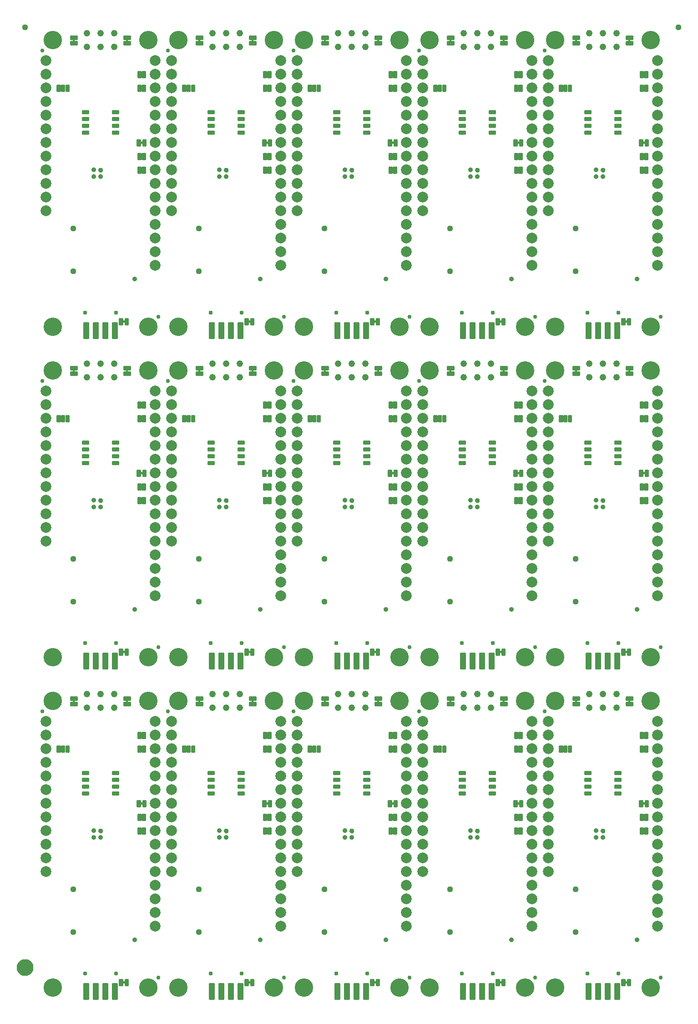
<source format=gbs>
G04 EAGLE Gerber RS-274X export*
G75*
%MOMM*%
%FSLAX34Y34*%
%LPD*%
%INSoldermask Bottom*%
%IPPOS*%
%AMOC8*
5,1,8,0,0,1.08239X$1,22.5*%
G01*
%ADD10C,0.406400*%
%ADD11C,0.762000*%
%ADD12C,0.777000*%
%ADD13C,1.127000*%
%ADD14C,1.221313*%
%ADD15C,2.006600*%
%ADD16C,0.228344*%
%ADD17C,0.228600*%
%ADD18C,0.889000*%
%ADD19C,0.225369*%
%ADD20C,3.429000*%
%ADD21C,0.225938*%
%ADD22C,1.270000*%
%ADD23C,1.627000*%

G36*
X632525Y1785632D02*
X632525Y1785632D01*
X632591Y1785634D01*
X632634Y1785652D01*
X632681Y1785660D01*
X632738Y1785694D01*
X632798Y1785719D01*
X632833Y1785750D01*
X632874Y1785775D01*
X632916Y1785826D01*
X632964Y1785870D01*
X632986Y1785912D01*
X633015Y1785949D01*
X633036Y1786011D01*
X633067Y1786070D01*
X633075Y1786124D01*
X633087Y1786161D01*
X633086Y1786201D01*
X633094Y1786255D01*
X633094Y1790065D01*
X633083Y1790130D01*
X633081Y1790196D01*
X633063Y1790239D01*
X633055Y1790286D01*
X633021Y1790343D01*
X632996Y1790403D01*
X632965Y1790438D01*
X632940Y1790479D01*
X632889Y1790521D01*
X632845Y1790569D01*
X632803Y1790591D01*
X632766Y1790620D01*
X632704Y1790641D01*
X632645Y1790672D01*
X632591Y1790680D01*
X632554Y1790692D01*
X632514Y1790691D01*
X632460Y1790699D01*
X629920Y1790699D01*
X629855Y1790688D01*
X629789Y1790686D01*
X629746Y1790668D01*
X629699Y1790660D01*
X629642Y1790626D01*
X629582Y1790601D01*
X629547Y1790570D01*
X629506Y1790545D01*
X629465Y1790494D01*
X629416Y1790450D01*
X629394Y1790408D01*
X629365Y1790371D01*
X629344Y1790309D01*
X629313Y1790250D01*
X629305Y1790196D01*
X629293Y1790159D01*
X629293Y1790155D01*
X629293Y1790154D01*
X629294Y1790119D01*
X629286Y1790065D01*
X629286Y1786255D01*
X629297Y1786190D01*
X629299Y1786124D01*
X629317Y1786081D01*
X629325Y1786034D01*
X629359Y1785977D01*
X629384Y1785917D01*
X629415Y1785882D01*
X629440Y1785841D01*
X629491Y1785800D01*
X629535Y1785751D01*
X629577Y1785729D01*
X629614Y1785700D01*
X629676Y1785679D01*
X629735Y1785648D01*
X629789Y1785640D01*
X629826Y1785628D01*
X629866Y1785629D01*
X629920Y1785621D01*
X632460Y1785621D01*
X632525Y1785632D01*
G37*
G36*
X165165Y1785632D02*
X165165Y1785632D01*
X165231Y1785634D01*
X165274Y1785652D01*
X165321Y1785660D01*
X165378Y1785694D01*
X165438Y1785719D01*
X165473Y1785750D01*
X165514Y1785775D01*
X165556Y1785826D01*
X165604Y1785870D01*
X165626Y1785912D01*
X165655Y1785949D01*
X165676Y1786011D01*
X165707Y1786070D01*
X165715Y1786124D01*
X165727Y1786161D01*
X165726Y1786201D01*
X165734Y1786255D01*
X165734Y1790065D01*
X165723Y1790130D01*
X165721Y1790196D01*
X165703Y1790239D01*
X165695Y1790286D01*
X165661Y1790343D01*
X165636Y1790403D01*
X165605Y1790438D01*
X165580Y1790479D01*
X165529Y1790521D01*
X165485Y1790569D01*
X165443Y1790591D01*
X165406Y1790620D01*
X165344Y1790641D01*
X165285Y1790672D01*
X165231Y1790680D01*
X165194Y1790692D01*
X165154Y1790691D01*
X165100Y1790699D01*
X162560Y1790699D01*
X162495Y1790688D01*
X162429Y1790686D01*
X162386Y1790668D01*
X162339Y1790660D01*
X162282Y1790626D01*
X162222Y1790601D01*
X162187Y1790570D01*
X162146Y1790545D01*
X162105Y1790494D01*
X162056Y1790450D01*
X162034Y1790408D01*
X162005Y1790371D01*
X161984Y1790309D01*
X161953Y1790250D01*
X161945Y1790196D01*
X161933Y1790159D01*
X161933Y1790155D01*
X161933Y1790154D01*
X161934Y1790119D01*
X161926Y1790065D01*
X161926Y1786255D01*
X161937Y1786190D01*
X161939Y1786124D01*
X161957Y1786081D01*
X161965Y1786034D01*
X161999Y1785977D01*
X162024Y1785917D01*
X162055Y1785882D01*
X162080Y1785841D01*
X162131Y1785800D01*
X162175Y1785751D01*
X162217Y1785729D01*
X162254Y1785700D01*
X162316Y1785679D01*
X162375Y1785648D01*
X162429Y1785640D01*
X162466Y1785628D01*
X162506Y1785629D01*
X162560Y1785621D01*
X165100Y1785621D01*
X165165Y1785632D01*
G37*
G36*
X866205Y1785632D02*
X866205Y1785632D01*
X866271Y1785634D01*
X866314Y1785652D01*
X866361Y1785660D01*
X866418Y1785694D01*
X866478Y1785719D01*
X866513Y1785750D01*
X866554Y1785775D01*
X866596Y1785826D01*
X866644Y1785870D01*
X866666Y1785912D01*
X866695Y1785949D01*
X866716Y1786011D01*
X866747Y1786070D01*
X866755Y1786124D01*
X866767Y1786161D01*
X866766Y1786201D01*
X866774Y1786255D01*
X866774Y1790065D01*
X866763Y1790130D01*
X866761Y1790196D01*
X866743Y1790239D01*
X866735Y1790286D01*
X866701Y1790343D01*
X866676Y1790403D01*
X866645Y1790438D01*
X866620Y1790479D01*
X866569Y1790521D01*
X866525Y1790569D01*
X866483Y1790591D01*
X866446Y1790620D01*
X866384Y1790641D01*
X866325Y1790672D01*
X866271Y1790680D01*
X866234Y1790692D01*
X866194Y1790691D01*
X866140Y1790699D01*
X863600Y1790699D01*
X863535Y1790688D01*
X863469Y1790686D01*
X863426Y1790668D01*
X863379Y1790660D01*
X863322Y1790626D01*
X863262Y1790601D01*
X863227Y1790570D01*
X863186Y1790545D01*
X863145Y1790494D01*
X863096Y1790450D01*
X863074Y1790408D01*
X863045Y1790371D01*
X863024Y1790309D01*
X862993Y1790250D01*
X862985Y1790196D01*
X862973Y1790159D01*
X862973Y1790155D01*
X862973Y1790154D01*
X862974Y1790119D01*
X862966Y1790065D01*
X862966Y1786255D01*
X862977Y1786190D01*
X862979Y1786124D01*
X862997Y1786081D01*
X863005Y1786034D01*
X863039Y1785977D01*
X863064Y1785917D01*
X863095Y1785882D01*
X863120Y1785841D01*
X863171Y1785800D01*
X863215Y1785751D01*
X863257Y1785729D01*
X863294Y1785700D01*
X863356Y1785679D01*
X863415Y1785648D01*
X863469Y1785640D01*
X863506Y1785628D01*
X863546Y1785629D01*
X863600Y1785621D01*
X866140Y1785621D01*
X866205Y1785632D01*
G37*
G36*
X299785Y1785632D02*
X299785Y1785632D01*
X299851Y1785634D01*
X299894Y1785652D01*
X299941Y1785660D01*
X299998Y1785694D01*
X300058Y1785719D01*
X300093Y1785750D01*
X300134Y1785775D01*
X300176Y1785826D01*
X300224Y1785870D01*
X300246Y1785912D01*
X300275Y1785949D01*
X300296Y1786011D01*
X300327Y1786070D01*
X300335Y1786124D01*
X300347Y1786161D01*
X300346Y1786201D01*
X300354Y1786255D01*
X300354Y1790065D01*
X300343Y1790130D01*
X300341Y1790196D01*
X300323Y1790239D01*
X300315Y1790286D01*
X300281Y1790343D01*
X300256Y1790403D01*
X300225Y1790438D01*
X300200Y1790479D01*
X300149Y1790521D01*
X300105Y1790569D01*
X300063Y1790591D01*
X300026Y1790620D01*
X299964Y1790641D01*
X299905Y1790672D01*
X299851Y1790680D01*
X299814Y1790692D01*
X299774Y1790691D01*
X299720Y1790699D01*
X297180Y1790699D01*
X297115Y1790688D01*
X297049Y1790686D01*
X297006Y1790668D01*
X296959Y1790660D01*
X296902Y1790626D01*
X296842Y1790601D01*
X296807Y1790570D01*
X296766Y1790545D01*
X296725Y1790494D01*
X296676Y1790450D01*
X296654Y1790408D01*
X296625Y1790371D01*
X296604Y1790309D01*
X296573Y1790250D01*
X296565Y1790196D01*
X296553Y1790159D01*
X296553Y1790155D01*
X296553Y1790154D01*
X296554Y1790119D01*
X296546Y1790065D01*
X296546Y1786255D01*
X296557Y1786190D01*
X296559Y1786124D01*
X296577Y1786081D01*
X296585Y1786034D01*
X296619Y1785977D01*
X296644Y1785917D01*
X296675Y1785882D01*
X296700Y1785841D01*
X296751Y1785800D01*
X296795Y1785751D01*
X296837Y1785729D01*
X296874Y1785700D01*
X296936Y1785679D01*
X296995Y1785648D01*
X297049Y1785640D01*
X297086Y1785628D01*
X297126Y1785629D01*
X297180Y1785621D01*
X299720Y1785621D01*
X299785Y1785632D01*
G37*
G36*
X767145Y1785632D02*
X767145Y1785632D01*
X767211Y1785634D01*
X767254Y1785652D01*
X767301Y1785660D01*
X767358Y1785694D01*
X767418Y1785719D01*
X767453Y1785750D01*
X767494Y1785775D01*
X767536Y1785826D01*
X767584Y1785870D01*
X767606Y1785912D01*
X767635Y1785949D01*
X767656Y1786011D01*
X767687Y1786070D01*
X767695Y1786124D01*
X767707Y1786161D01*
X767706Y1786201D01*
X767714Y1786255D01*
X767714Y1790065D01*
X767703Y1790130D01*
X767701Y1790196D01*
X767683Y1790239D01*
X767675Y1790286D01*
X767641Y1790343D01*
X767616Y1790403D01*
X767585Y1790438D01*
X767560Y1790479D01*
X767509Y1790521D01*
X767465Y1790569D01*
X767423Y1790591D01*
X767386Y1790620D01*
X767324Y1790641D01*
X767265Y1790672D01*
X767211Y1790680D01*
X767174Y1790692D01*
X767134Y1790691D01*
X767080Y1790699D01*
X764540Y1790699D01*
X764475Y1790688D01*
X764409Y1790686D01*
X764366Y1790668D01*
X764319Y1790660D01*
X764262Y1790626D01*
X764202Y1790601D01*
X764167Y1790570D01*
X764126Y1790545D01*
X764085Y1790494D01*
X764036Y1790450D01*
X764014Y1790408D01*
X763985Y1790371D01*
X763964Y1790309D01*
X763933Y1790250D01*
X763925Y1790196D01*
X763913Y1790159D01*
X763913Y1790155D01*
X763913Y1790154D01*
X763914Y1790119D01*
X763906Y1790065D01*
X763906Y1786255D01*
X763917Y1786190D01*
X763919Y1786124D01*
X763937Y1786081D01*
X763945Y1786034D01*
X763979Y1785977D01*
X764004Y1785917D01*
X764035Y1785882D01*
X764060Y1785841D01*
X764111Y1785800D01*
X764155Y1785751D01*
X764197Y1785729D01*
X764234Y1785700D01*
X764296Y1785679D01*
X764355Y1785648D01*
X764409Y1785640D01*
X764446Y1785628D01*
X764486Y1785629D01*
X764540Y1785621D01*
X767080Y1785621D01*
X767145Y1785632D01*
G37*
G36*
X1099885Y1785632D02*
X1099885Y1785632D01*
X1099951Y1785634D01*
X1099994Y1785652D01*
X1100041Y1785660D01*
X1100098Y1785694D01*
X1100158Y1785719D01*
X1100193Y1785750D01*
X1100234Y1785775D01*
X1100276Y1785826D01*
X1100324Y1785870D01*
X1100346Y1785912D01*
X1100375Y1785949D01*
X1100396Y1786011D01*
X1100427Y1786070D01*
X1100435Y1786124D01*
X1100447Y1786161D01*
X1100446Y1786201D01*
X1100454Y1786255D01*
X1100454Y1790065D01*
X1100443Y1790130D01*
X1100441Y1790196D01*
X1100423Y1790239D01*
X1100415Y1790286D01*
X1100381Y1790343D01*
X1100356Y1790403D01*
X1100325Y1790438D01*
X1100300Y1790479D01*
X1100249Y1790521D01*
X1100205Y1790569D01*
X1100163Y1790591D01*
X1100126Y1790620D01*
X1100064Y1790641D01*
X1100005Y1790672D01*
X1099951Y1790680D01*
X1099914Y1790692D01*
X1099874Y1790691D01*
X1099820Y1790699D01*
X1097280Y1790699D01*
X1097215Y1790688D01*
X1097149Y1790686D01*
X1097106Y1790668D01*
X1097059Y1790660D01*
X1097002Y1790626D01*
X1096942Y1790601D01*
X1096907Y1790570D01*
X1096866Y1790545D01*
X1096825Y1790494D01*
X1096776Y1790450D01*
X1096754Y1790408D01*
X1096725Y1790371D01*
X1096704Y1790309D01*
X1096673Y1790250D01*
X1096665Y1790196D01*
X1096653Y1790159D01*
X1096653Y1790155D01*
X1096653Y1790154D01*
X1096654Y1790119D01*
X1096646Y1790065D01*
X1096646Y1786255D01*
X1096657Y1786190D01*
X1096659Y1786124D01*
X1096677Y1786081D01*
X1096685Y1786034D01*
X1096719Y1785977D01*
X1096744Y1785917D01*
X1096775Y1785882D01*
X1096800Y1785841D01*
X1096851Y1785800D01*
X1096895Y1785751D01*
X1096937Y1785729D01*
X1096974Y1785700D01*
X1097036Y1785679D01*
X1097095Y1785648D01*
X1097149Y1785640D01*
X1097186Y1785628D01*
X1097226Y1785629D01*
X1097280Y1785621D01*
X1099820Y1785621D01*
X1099885Y1785632D01*
G37*
G36*
X533465Y1785632D02*
X533465Y1785632D01*
X533531Y1785634D01*
X533574Y1785652D01*
X533621Y1785660D01*
X533678Y1785694D01*
X533738Y1785719D01*
X533773Y1785750D01*
X533814Y1785775D01*
X533856Y1785826D01*
X533904Y1785870D01*
X533926Y1785912D01*
X533955Y1785949D01*
X533976Y1786011D01*
X534007Y1786070D01*
X534015Y1786124D01*
X534027Y1786161D01*
X534026Y1786201D01*
X534034Y1786255D01*
X534034Y1790065D01*
X534023Y1790130D01*
X534021Y1790196D01*
X534003Y1790239D01*
X533995Y1790286D01*
X533961Y1790343D01*
X533936Y1790403D01*
X533905Y1790438D01*
X533880Y1790479D01*
X533829Y1790521D01*
X533785Y1790569D01*
X533743Y1790591D01*
X533706Y1790620D01*
X533644Y1790641D01*
X533585Y1790672D01*
X533531Y1790680D01*
X533494Y1790692D01*
X533454Y1790691D01*
X533400Y1790699D01*
X530860Y1790699D01*
X530795Y1790688D01*
X530729Y1790686D01*
X530686Y1790668D01*
X530639Y1790660D01*
X530582Y1790626D01*
X530522Y1790601D01*
X530487Y1790570D01*
X530446Y1790545D01*
X530405Y1790494D01*
X530356Y1790450D01*
X530334Y1790408D01*
X530305Y1790371D01*
X530284Y1790309D01*
X530253Y1790250D01*
X530245Y1790196D01*
X530233Y1790159D01*
X530233Y1790155D01*
X530233Y1790154D01*
X530234Y1790119D01*
X530226Y1790065D01*
X530226Y1786255D01*
X530237Y1786190D01*
X530239Y1786124D01*
X530257Y1786081D01*
X530265Y1786034D01*
X530299Y1785977D01*
X530324Y1785917D01*
X530355Y1785882D01*
X530380Y1785841D01*
X530431Y1785800D01*
X530475Y1785751D01*
X530517Y1785729D01*
X530554Y1785700D01*
X530616Y1785679D01*
X530675Y1785648D01*
X530729Y1785640D01*
X530766Y1785628D01*
X530806Y1785629D01*
X530860Y1785621D01*
X533400Y1785621D01*
X533465Y1785632D01*
G37*
G36*
X1000825Y1785632D02*
X1000825Y1785632D01*
X1000891Y1785634D01*
X1000934Y1785652D01*
X1000981Y1785660D01*
X1001038Y1785694D01*
X1001098Y1785719D01*
X1001133Y1785750D01*
X1001174Y1785775D01*
X1001216Y1785826D01*
X1001264Y1785870D01*
X1001286Y1785912D01*
X1001315Y1785949D01*
X1001336Y1786011D01*
X1001367Y1786070D01*
X1001375Y1786124D01*
X1001387Y1786161D01*
X1001386Y1786201D01*
X1001394Y1786255D01*
X1001394Y1790065D01*
X1001383Y1790130D01*
X1001381Y1790196D01*
X1001363Y1790239D01*
X1001355Y1790286D01*
X1001321Y1790343D01*
X1001296Y1790403D01*
X1001265Y1790438D01*
X1001240Y1790479D01*
X1001189Y1790521D01*
X1001145Y1790569D01*
X1001103Y1790591D01*
X1001066Y1790620D01*
X1001004Y1790641D01*
X1000945Y1790672D01*
X1000891Y1790680D01*
X1000854Y1790692D01*
X1000814Y1790691D01*
X1000760Y1790699D01*
X998220Y1790699D01*
X998155Y1790688D01*
X998089Y1790686D01*
X998046Y1790668D01*
X997999Y1790660D01*
X997942Y1790626D01*
X997882Y1790601D01*
X997847Y1790570D01*
X997806Y1790545D01*
X997765Y1790494D01*
X997716Y1790450D01*
X997694Y1790408D01*
X997665Y1790371D01*
X997644Y1790309D01*
X997613Y1790250D01*
X997605Y1790196D01*
X997593Y1790159D01*
X997593Y1790155D01*
X997593Y1790154D01*
X997594Y1790119D01*
X997586Y1790065D01*
X997586Y1786255D01*
X997597Y1786190D01*
X997599Y1786124D01*
X997617Y1786081D01*
X997625Y1786034D01*
X997659Y1785977D01*
X997684Y1785917D01*
X997715Y1785882D01*
X997740Y1785841D01*
X997791Y1785800D01*
X997835Y1785751D01*
X997877Y1785729D01*
X997914Y1785700D01*
X997976Y1785679D01*
X998035Y1785648D01*
X998089Y1785640D01*
X998126Y1785628D01*
X998166Y1785629D01*
X998220Y1785621D01*
X1000760Y1785621D01*
X1000825Y1785632D01*
G37*
G36*
X398845Y1785632D02*
X398845Y1785632D01*
X398911Y1785634D01*
X398954Y1785652D01*
X399001Y1785660D01*
X399058Y1785694D01*
X399118Y1785719D01*
X399153Y1785750D01*
X399194Y1785775D01*
X399236Y1785826D01*
X399284Y1785870D01*
X399306Y1785912D01*
X399335Y1785949D01*
X399356Y1786011D01*
X399387Y1786070D01*
X399395Y1786124D01*
X399407Y1786161D01*
X399406Y1786201D01*
X399414Y1786255D01*
X399414Y1790065D01*
X399403Y1790130D01*
X399401Y1790196D01*
X399383Y1790239D01*
X399375Y1790286D01*
X399341Y1790343D01*
X399316Y1790403D01*
X399285Y1790438D01*
X399260Y1790479D01*
X399209Y1790521D01*
X399165Y1790569D01*
X399123Y1790591D01*
X399086Y1790620D01*
X399024Y1790641D01*
X398965Y1790672D01*
X398911Y1790680D01*
X398874Y1790692D01*
X398834Y1790691D01*
X398780Y1790699D01*
X396240Y1790699D01*
X396175Y1790688D01*
X396109Y1790686D01*
X396066Y1790668D01*
X396019Y1790660D01*
X395962Y1790626D01*
X395902Y1790601D01*
X395867Y1790570D01*
X395826Y1790545D01*
X395785Y1790494D01*
X395736Y1790450D01*
X395714Y1790408D01*
X395685Y1790371D01*
X395664Y1790309D01*
X395633Y1790250D01*
X395625Y1790196D01*
X395613Y1790159D01*
X395613Y1790155D01*
X395613Y1790154D01*
X395614Y1790119D01*
X395606Y1790065D01*
X395606Y1786255D01*
X395617Y1786190D01*
X395619Y1786124D01*
X395637Y1786081D01*
X395645Y1786034D01*
X395679Y1785977D01*
X395704Y1785917D01*
X395735Y1785882D01*
X395760Y1785841D01*
X395811Y1785800D01*
X395855Y1785751D01*
X395897Y1785729D01*
X395934Y1785700D01*
X395996Y1785679D01*
X396055Y1785648D01*
X396109Y1785640D01*
X396146Y1785628D01*
X396186Y1785629D01*
X396240Y1785621D01*
X398780Y1785621D01*
X398845Y1785632D01*
G37*
G36*
X66105Y1785632D02*
X66105Y1785632D01*
X66171Y1785634D01*
X66214Y1785652D01*
X66261Y1785660D01*
X66318Y1785694D01*
X66378Y1785719D01*
X66413Y1785750D01*
X66454Y1785775D01*
X66496Y1785826D01*
X66544Y1785870D01*
X66566Y1785912D01*
X66595Y1785949D01*
X66616Y1786011D01*
X66647Y1786070D01*
X66655Y1786124D01*
X66667Y1786161D01*
X66666Y1786201D01*
X66674Y1786255D01*
X66674Y1790065D01*
X66663Y1790130D01*
X66661Y1790196D01*
X66643Y1790239D01*
X66635Y1790286D01*
X66601Y1790343D01*
X66576Y1790403D01*
X66545Y1790438D01*
X66520Y1790479D01*
X66469Y1790521D01*
X66425Y1790569D01*
X66383Y1790591D01*
X66346Y1790620D01*
X66284Y1790641D01*
X66225Y1790672D01*
X66171Y1790680D01*
X66134Y1790692D01*
X66094Y1790691D01*
X66040Y1790699D01*
X63500Y1790699D01*
X63435Y1790688D01*
X63369Y1790686D01*
X63326Y1790668D01*
X63279Y1790660D01*
X63222Y1790626D01*
X63162Y1790601D01*
X63127Y1790570D01*
X63086Y1790545D01*
X63045Y1790494D01*
X62996Y1790450D01*
X62974Y1790408D01*
X62945Y1790371D01*
X62924Y1790309D01*
X62893Y1790250D01*
X62885Y1790196D01*
X62873Y1790159D01*
X62873Y1790155D01*
X62873Y1790154D01*
X62874Y1790119D01*
X62866Y1790065D01*
X62866Y1786255D01*
X62877Y1786190D01*
X62879Y1786124D01*
X62897Y1786081D01*
X62905Y1786034D01*
X62939Y1785977D01*
X62964Y1785917D01*
X62995Y1785882D01*
X63020Y1785841D01*
X63071Y1785800D01*
X63115Y1785751D01*
X63157Y1785729D01*
X63194Y1785700D01*
X63256Y1785679D01*
X63315Y1785648D01*
X63369Y1785640D01*
X63406Y1785628D01*
X63446Y1785629D01*
X63500Y1785621D01*
X66040Y1785621D01*
X66105Y1785632D01*
G37*
G36*
X866205Y1170952D02*
X866205Y1170952D01*
X866271Y1170954D01*
X866314Y1170972D01*
X866361Y1170980D01*
X866418Y1171014D01*
X866478Y1171039D01*
X866513Y1171070D01*
X866554Y1171095D01*
X866596Y1171146D01*
X866644Y1171190D01*
X866666Y1171232D01*
X866695Y1171269D01*
X866716Y1171331D01*
X866747Y1171390D01*
X866755Y1171444D01*
X866767Y1171481D01*
X866766Y1171521D01*
X866774Y1171575D01*
X866774Y1175385D01*
X866763Y1175450D01*
X866761Y1175516D01*
X866743Y1175559D01*
X866735Y1175606D01*
X866701Y1175663D01*
X866676Y1175723D01*
X866645Y1175758D01*
X866620Y1175799D01*
X866569Y1175841D01*
X866525Y1175889D01*
X866483Y1175911D01*
X866446Y1175940D01*
X866384Y1175961D01*
X866325Y1175992D01*
X866271Y1176000D01*
X866234Y1176012D01*
X866194Y1176011D01*
X866140Y1176019D01*
X863600Y1176019D01*
X863535Y1176008D01*
X863469Y1176006D01*
X863426Y1175988D01*
X863379Y1175980D01*
X863322Y1175946D01*
X863262Y1175921D01*
X863227Y1175890D01*
X863186Y1175865D01*
X863145Y1175814D01*
X863096Y1175770D01*
X863074Y1175728D01*
X863045Y1175691D01*
X863024Y1175629D01*
X862993Y1175570D01*
X862985Y1175516D01*
X862973Y1175479D01*
X862973Y1175475D01*
X862973Y1175474D01*
X862974Y1175439D01*
X862966Y1175385D01*
X862966Y1171575D01*
X862977Y1171510D01*
X862979Y1171444D01*
X862997Y1171401D01*
X863005Y1171354D01*
X863039Y1171297D01*
X863064Y1171237D01*
X863095Y1171202D01*
X863120Y1171161D01*
X863171Y1171120D01*
X863215Y1171071D01*
X863257Y1171049D01*
X863294Y1171020D01*
X863356Y1170999D01*
X863415Y1170968D01*
X863469Y1170960D01*
X863506Y1170948D01*
X863546Y1170949D01*
X863600Y1170941D01*
X866140Y1170941D01*
X866205Y1170952D01*
G37*
G36*
X1000825Y1170952D02*
X1000825Y1170952D01*
X1000891Y1170954D01*
X1000934Y1170972D01*
X1000981Y1170980D01*
X1001038Y1171014D01*
X1001098Y1171039D01*
X1001133Y1171070D01*
X1001174Y1171095D01*
X1001216Y1171146D01*
X1001264Y1171190D01*
X1001286Y1171232D01*
X1001315Y1171269D01*
X1001336Y1171331D01*
X1001367Y1171390D01*
X1001375Y1171444D01*
X1001387Y1171481D01*
X1001386Y1171521D01*
X1001394Y1171575D01*
X1001394Y1175385D01*
X1001383Y1175450D01*
X1001381Y1175516D01*
X1001363Y1175559D01*
X1001355Y1175606D01*
X1001321Y1175663D01*
X1001296Y1175723D01*
X1001265Y1175758D01*
X1001240Y1175799D01*
X1001189Y1175841D01*
X1001145Y1175889D01*
X1001103Y1175911D01*
X1001066Y1175940D01*
X1001004Y1175961D01*
X1000945Y1175992D01*
X1000891Y1176000D01*
X1000854Y1176012D01*
X1000814Y1176011D01*
X1000760Y1176019D01*
X998220Y1176019D01*
X998155Y1176008D01*
X998089Y1176006D01*
X998046Y1175988D01*
X997999Y1175980D01*
X997942Y1175946D01*
X997882Y1175921D01*
X997847Y1175890D01*
X997806Y1175865D01*
X997765Y1175814D01*
X997716Y1175770D01*
X997694Y1175728D01*
X997665Y1175691D01*
X997644Y1175629D01*
X997613Y1175570D01*
X997605Y1175516D01*
X997593Y1175479D01*
X997593Y1175475D01*
X997593Y1175474D01*
X997594Y1175439D01*
X997586Y1175385D01*
X997586Y1171575D01*
X997597Y1171510D01*
X997599Y1171444D01*
X997617Y1171401D01*
X997625Y1171354D01*
X997659Y1171297D01*
X997684Y1171237D01*
X997715Y1171202D01*
X997740Y1171161D01*
X997791Y1171120D01*
X997835Y1171071D01*
X997877Y1171049D01*
X997914Y1171020D01*
X997976Y1170999D01*
X998035Y1170968D01*
X998089Y1170960D01*
X998126Y1170948D01*
X998166Y1170949D01*
X998220Y1170941D01*
X1000760Y1170941D01*
X1000825Y1170952D01*
G37*
G36*
X1099885Y1170952D02*
X1099885Y1170952D01*
X1099951Y1170954D01*
X1099994Y1170972D01*
X1100041Y1170980D01*
X1100098Y1171014D01*
X1100158Y1171039D01*
X1100193Y1171070D01*
X1100234Y1171095D01*
X1100276Y1171146D01*
X1100324Y1171190D01*
X1100346Y1171232D01*
X1100375Y1171269D01*
X1100396Y1171331D01*
X1100427Y1171390D01*
X1100435Y1171444D01*
X1100447Y1171481D01*
X1100446Y1171521D01*
X1100454Y1171575D01*
X1100454Y1175385D01*
X1100443Y1175450D01*
X1100441Y1175516D01*
X1100423Y1175559D01*
X1100415Y1175606D01*
X1100381Y1175663D01*
X1100356Y1175723D01*
X1100325Y1175758D01*
X1100300Y1175799D01*
X1100249Y1175841D01*
X1100205Y1175889D01*
X1100163Y1175911D01*
X1100126Y1175940D01*
X1100064Y1175961D01*
X1100005Y1175992D01*
X1099951Y1176000D01*
X1099914Y1176012D01*
X1099874Y1176011D01*
X1099820Y1176019D01*
X1097280Y1176019D01*
X1097215Y1176008D01*
X1097149Y1176006D01*
X1097106Y1175988D01*
X1097059Y1175980D01*
X1097002Y1175946D01*
X1096942Y1175921D01*
X1096907Y1175890D01*
X1096866Y1175865D01*
X1096825Y1175814D01*
X1096776Y1175770D01*
X1096754Y1175728D01*
X1096725Y1175691D01*
X1096704Y1175629D01*
X1096673Y1175570D01*
X1096665Y1175516D01*
X1096653Y1175479D01*
X1096653Y1175475D01*
X1096653Y1175474D01*
X1096654Y1175439D01*
X1096646Y1175385D01*
X1096646Y1171575D01*
X1096657Y1171510D01*
X1096659Y1171444D01*
X1096677Y1171401D01*
X1096685Y1171354D01*
X1096719Y1171297D01*
X1096744Y1171237D01*
X1096775Y1171202D01*
X1096800Y1171161D01*
X1096851Y1171120D01*
X1096895Y1171071D01*
X1096937Y1171049D01*
X1096974Y1171020D01*
X1097036Y1170999D01*
X1097095Y1170968D01*
X1097149Y1170960D01*
X1097186Y1170948D01*
X1097226Y1170949D01*
X1097280Y1170941D01*
X1099820Y1170941D01*
X1099885Y1170952D01*
G37*
G36*
X299785Y1170952D02*
X299785Y1170952D01*
X299851Y1170954D01*
X299894Y1170972D01*
X299941Y1170980D01*
X299998Y1171014D01*
X300058Y1171039D01*
X300093Y1171070D01*
X300134Y1171095D01*
X300176Y1171146D01*
X300224Y1171190D01*
X300246Y1171232D01*
X300275Y1171269D01*
X300296Y1171331D01*
X300327Y1171390D01*
X300335Y1171444D01*
X300347Y1171481D01*
X300346Y1171521D01*
X300354Y1171575D01*
X300354Y1175385D01*
X300343Y1175450D01*
X300341Y1175516D01*
X300323Y1175559D01*
X300315Y1175606D01*
X300281Y1175663D01*
X300256Y1175723D01*
X300225Y1175758D01*
X300200Y1175799D01*
X300149Y1175841D01*
X300105Y1175889D01*
X300063Y1175911D01*
X300026Y1175940D01*
X299964Y1175961D01*
X299905Y1175992D01*
X299851Y1176000D01*
X299814Y1176012D01*
X299774Y1176011D01*
X299720Y1176019D01*
X297180Y1176019D01*
X297115Y1176008D01*
X297049Y1176006D01*
X297006Y1175988D01*
X296959Y1175980D01*
X296902Y1175946D01*
X296842Y1175921D01*
X296807Y1175890D01*
X296766Y1175865D01*
X296725Y1175814D01*
X296676Y1175770D01*
X296654Y1175728D01*
X296625Y1175691D01*
X296604Y1175629D01*
X296573Y1175570D01*
X296565Y1175516D01*
X296553Y1175479D01*
X296553Y1175475D01*
X296553Y1175474D01*
X296554Y1175439D01*
X296546Y1175385D01*
X296546Y1171575D01*
X296557Y1171510D01*
X296559Y1171444D01*
X296577Y1171401D01*
X296585Y1171354D01*
X296619Y1171297D01*
X296644Y1171237D01*
X296675Y1171202D01*
X296700Y1171161D01*
X296751Y1171120D01*
X296795Y1171071D01*
X296837Y1171049D01*
X296874Y1171020D01*
X296936Y1170999D01*
X296995Y1170968D01*
X297049Y1170960D01*
X297086Y1170948D01*
X297126Y1170949D01*
X297180Y1170941D01*
X299720Y1170941D01*
X299785Y1170952D01*
G37*
G36*
X767145Y1170952D02*
X767145Y1170952D01*
X767211Y1170954D01*
X767254Y1170972D01*
X767301Y1170980D01*
X767358Y1171014D01*
X767418Y1171039D01*
X767453Y1171070D01*
X767494Y1171095D01*
X767536Y1171146D01*
X767584Y1171190D01*
X767606Y1171232D01*
X767635Y1171269D01*
X767656Y1171331D01*
X767687Y1171390D01*
X767695Y1171444D01*
X767707Y1171481D01*
X767706Y1171521D01*
X767714Y1171575D01*
X767714Y1175385D01*
X767703Y1175450D01*
X767701Y1175516D01*
X767683Y1175559D01*
X767675Y1175606D01*
X767641Y1175663D01*
X767616Y1175723D01*
X767585Y1175758D01*
X767560Y1175799D01*
X767509Y1175841D01*
X767465Y1175889D01*
X767423Y1175911D01*
X767386Y1175940D01*
X767324Y1175961D01*
X767265Y1175992D01*
X767211Y1176000D01*
X767174Y1176012D01*
X767134Y1176011D01*
X767080Y1176019D01*
X764540Y1176019D01*
X764475Y1176008D01*
X764409Y1176006D01*
X764366Y1175988D01*
X764319Y1175980D01*
X764262Y1175946D01*
X764202Y1175921D01*
X764167Y1175890D01*
X764126Y1175865D01*
X764085Y1175814D01*
X764036Y1175770D01*
X764014Y1175728D01*
X763985Y1175691D01*
X763964Y1175629D01*
X763933Y1175570D01*
X763925Y1175516D01*
X763913Y1175479D01*
X763913Y1175475D01*
X763913Y1175474D01*
X763914Y1175439D01*
X763906Y1175385D01*
X763906Y1171575D01*
X763917Y1171510D01*
X763919Y1171444D01*
X763937Y1171401D01*
X763945Y1171354D01*
X763979Y1171297D01*
X764004Y1171237D01*
X764035Y1171202D01*
X764060Y1171161D01*
X764111Y1171120D01*
X764155Y1171071D01*
X764197Y1171049D01*
X764234Y1171020D01*
X764296Y1170999D01*
X764355Y1170968D01*
X764409Y1170960D01*
X764446Y1170948D01*
X764486Y1170949D01*
X764540Y1170941D01*
X767080Y1170941D01*
X767145Y1170952D01*
G37*
G36*
X66105Y1170952D02*
X66105Y1170952D01*
X66171Y1170954D01*
X66214Y1170972D01*
X66261Y1170980D01*
X66318Y1171014D01*
X66378Y1171039D01*
X66413Y1171070D01*
X66454Y1171095D01*
X66496Y1171146D01*
X66544Y1171190D01*
X66566Y1171232D01*
X66595Y1171269D01*
X66616Y1171331D01*
X66647Y1171390D01*
X66655Y1171444D01*
X66667Y1171481D01*
X66666Y1171521D01*
X66674Y1171575D01*
X66674Y1175385D01*
X66663Y1175450D01*
X66661Y1175516D01*
X66643Y1175559D01*
X66635Y1175606D01*
X66601Y1175663D01*
X66576Y1175723D01*
X66545Y1175758D01*
X66520Y1175799D01*
X66469Y1175841D01*
X66425Y1175889D01*
X66383Y1175911D01*
X66346Y1175940D01*
X66284Y1175961D01*
X66225Y1175992D01*
X66171Y1176000D01*
X66134Y1176012D01*
X66094Y1176011D01*
X66040Y1176019D01*
X63500Y1176019D01*
X63435Y1176008D01*
X63369Y1176006D01*
X63326Y1175988D01*
X63279Y1175980D01*
X63222Y1175946D01*
X63162Y1175921D01*
X63127Y1175890D01*
X63086Y1175865D01*
X63045Y1175814D01*
X62996Y1175770D01*
X62974Y1175728D01*
X62945Y1175691D01*
X62924Y1175629D01*
X62893Y1175570D01*
X62885Y1175516D01*
X62873Y1175479D01*
X62873Y1175475D01*
X62873Y1175474D01*
X62874Y1175439D01*
X62866Y1175385D01*
X62866Y1171575D01*
X62877Y1171510D01*
X62879Y1171444D01*
X62897Y1171401D01*
X62905Y1171354D01*
X62939Y1171297D01*
X62964Y1171237D01*
X62995Y1171202D01*
X63020Y1171161D01*
X63071Y1171120D01*
X63115Y1171071D01*
X63157Y1171049D01*
X63194Y1171020D01*
X63256Y1170999D01*
X63315Y1170968D01*
X63369Y1170960D01*
X63406Y1170948D01*
X63446Y1170949D01*
X63500Y1170941D01*
X66040Y1170941D01*
X66105Y1170952D01*
G37*
G36*
X632525Y1170952D02*
X632525Y1170952D01*
X632591Y1170954D01*
X632634Y1170972D01*
X632681Y1170980D01*
X632738Y1171014D01*
X632798Y1171039D01*
X632833Y1171070D01*
X632874Y1171095D01*
X632916Y1171146D01*
X632964Y1171190D01*
X632986Y1171232D01*
X633015Y1171269D01*
X633036Y1171331D01*
X633067Y1171390D01*
X633075Y1171444D01*
X633087Y1171481D01*
X633086Y1171521D01*
X633094Y1171575D01*
X633094Y1175385D01*
X633083Y1175450D01*
X633081Y1175516D01*
X633063Y1175559D01*
X633055Y1175606D01*
X633021Y1175663D01*
X632996Y1175723D01*
X632965Y1175758D01*
X632940Y1175799D01*
X632889Y1175841D01*
X632845Y1175889D01*
X632803Y1175911D01*
X632766Y1175940D01*
X632704Y1175961D01*
X632645Y1175992D01*
X632591Y1176000D01*
X632554Y1176012D01*
X632514Y1176011D01*
X632460Y1176019D01*
X629920Y1176019D01*
X629855Y1176008D01*
X629789Y1176006D01*
X629746Y1175988D01*
X629699Y1175980D01*
X629642Y1175946D01*
X629582Y1175921D01*
X629547Y1175890D01*
X629506Y1175865D01*
X629465Y1175814D01*
X629416Y1175770D01*
X629394Y1175728D01*
X629365Y1175691D01*
X629344Y1175629D01*
X629313Y1175570D01*
X629305Y1175516D01*
X629293Y1175479D01*
X629293Y1175475D01*
X629293Y1175474D01*
X629294Y1175439D01*
X629286Y1175385D01*
X629286Y1171575D01*
X629297Y1171510D01*
X629299Y1171444D01*
X629317Y1171401D01*
X629325Y1171354D01*
X629359Y1171297D01*
X629384Y1171237D01*
X629415Y1171202D01*
X629440Y1171161D01*
X629491Y1171120D01*
X629535Y1171071D01*
X629577Y1171049D01*
X629614Y1171020D01*
X629676Y1170999D01*
X629735Y1170968D01*
X629789Y1170960D01*
X629826Y1170948D01*
X629866Y1170949D01*
X629920Y1170941D01*
X632460Y1170941D01*
X632525Y1170952D01*
G37*
G36*
X165165Y1170952D02*
X165165Y1170952D01*
X165231Y1170954D01*
X165274Y1170972D01*
X165321Y1170980D01*
X165378Y1171014D01*
X165438Y1171039D01*
X165473Y1171070D01*
X165514Y1171095D01*
X165556Y1171146D01*
X165604Y1171190D01*
X165626Y1171232D01*
X165655Y1171269D01*
X165676Y1171331D01*
X165707Y1171390D01*
X165715Y1171444D01*
X165727Y1171481D01*
X165726Y1171521D01*
X165734Y1171575D01*
X165734Y1175385D01*
X165723Y1175450D01*
X165721Y1175516D01*
X165703Y1175559D01*
X165695Y1175606D01*
X165661Y1175663D01*
X165636Y1175723D01*
X165605Y1175758D01*
X165580Y1175799D01*
X165529Y1175841D01*
X165485Y1175889D01*
X165443Y1175911D01*
X165406Y1175940D01*
X165344Y1175961D01*
X165285Y1175992D01*
X165231Y1176000D01*
X165194Y1176012D01*
X165154Y1176011D01*
X165100Y1176019D01*
X162560Y1176019D01*
X162495Y1176008D01*
X162429Y1176006D01*
X162386Y1175988D01*
X162339Y1175980D01*
X162282Y1175946D01*
X162222Y1175921D01*
X162187Y1175890D01*
X162146Y1175865D01*
X162105Y1175814D01*
X162056Y1175770D01*
X162034Y1175728D01*
X162005Y1175691D01*
X161984Y1175629D01*
X161953Y1175570D01*
X161945Y1175516D01*
X161933Y1175479D01*
X161933Y1175475D01*
X161933Y1175474D01*
X161934Y1175439D01*
X161926Y1175385D01*
X161926Y1171575D01*
X161937Y1171510D01*
X161939Y1171444D01*
X161957Y1171401D01*
X161965Y1171354D01*
X161999Y1171297D01*
X162024Y1171237D01*
X162055Y1171202D01*
X162080Y1171161D01*
X162131Y1171120D01*
X162175Y1171071D01*
X162217Y1171049D01*
X162254Y1171020D01*
X162316Y1170999D01*
X162375Y1170968D01*
X162429Y1170960D01*
X162466Y1170948D01*
X162506Y1170949D01*
X162560Y1170941D01*
X165100Y1170941D01*
X165165Y1170952D01*
G37*
G36*
X533465Y1170952D02*
X533465Y1170952D01*
X533531Y1170954D01*
X533574Y1170972D01*
X533621Y1170980D01*
X533678Y1171014D01*
X533738Y1171039D01*
X533773Y1171070D01*
X533814Y1171095D01*
X533856Y1171146D01*
X533904Y1171190D01*
X533926Y1171232D01*
X533955Y1171269D01*
X533976Y1171331D01*
X534007Y1171390D01*
X534015Y1171444D01*
X534027Y1171481D01*
X534026Y1171521D01*
X534034Y1171575D01*
X534034Y1175385D01*
X534023Y1175450D01*
X534021Y1175516D01*
X534003Y1175559D01*
X533995Y1175606D01*
X533961Y1175663D01*
X533936Y1175723D01*
X533905Y1175758D01*
X533880Y1175799D01*
X533829Y1175841D01*
X533785Y1175889D01*
X533743Y1175911D01*
X533706Y1175940D01*
X533644Y1175961D01*
X533585Y1175992D01*
X533531Y1176000D01*
X533494Y1176012D01*
X533454Y1176011D01*
X533400Y1176019D01*
X530860Y1176019D01*
X530795Y1176008D01*
X530729Y1176006D01*
X530686Y1175988D01*
X530639Y1175980D01*
X530582Y1175946D01*
X530522Y1175921D01*
X530487Y1175890D01*
X530446Y1175865D01*
X530405Y1175814D01*
X530356Y1175770D01*
X530334Y1175728D01*
X530305Y1175691D01*
X530284Y1175629D01*
X530253Y1175570D01*
X530245Y1175516D01*
X530233Y1175479D01*
X530233Y1175475D01*
X530233Y1175474D01*
X530234Y1175439D01*
X530226Y1175385D01*
X530226Y1171575D01*
X530237Y1171510D01*
X530239Y1171444D01*
X530257Y1171401D01*
X530265Y1171354D01*
X530299Y1171297D01*
X530324Y1171237D01*
X530355Y1171202D01*
X530380Y1171161D01*
X530431Y1171120D01*
X530475Y1171071D01*
X530517Y1171049D01*
X530554Y1171020D01*
X530616Y1170999D01*
X530675Y1170968D01*
X530729Y1170960D01*
X530766Y1170948D01*
X530806Y1170949D01*
X530860Y1170941D01*
X533400Y1170941D01*
X533465Y1170952D01*
G37*
G36*
X398845Y1170952D02*
X398845Y1170952D01*
X398911Y1170954D01*
X398954Y1170972D01*
X399001Y1170980D01*
X399058Y1171014D01*
X399118Y1171039D01*
X399153Y1171070D01*
X399194Y1171095D01*
X399236Y1171146D01*
X399284Y1171190D01*
X399306Y1171232D01*
X399335Y1171269D01*
X399356Y1171331D01*
X399387Y1171390D01*
X399395Y1171444D01*
X399407Y1171481D01*
X399406Y1171521D01*
X399414Y1171575D01*
X399414Y1175385D01*
X399403Y1175450D01*
X399401Y1175516D01*
X399383Y1175559D01*
X399375Y1175606D01*
X399341Y1175663D01*
X399316Y1175723D01*
X399285Y1175758D01*
X399260Y1175799D01*
X399209Y1175841D01*
X399165Y1175889D01*
X399123Y1175911D01*
X399086Y1175940D01*
X399024Y1175961D01*
X398965Y1175992D01*
X398911Y1176000D01*
X398874Y1176012D01*
X398834Y1176011D01*
X398780Y1176019D01*
X396240Y1176019D01*
X396175Y1176008D01*
X396109Y1176006D01*
X396066Y1175988D01*
X396019Y1175980D01*
X395962Y1175946D01*
X395902Y1175921D01*
X395867Y1175890D01*
X395826Y1175865D01*
X395785Y1175814D01*
X395736Y1175770D01*
X395714Y1175728D01*
X395685Y1175691D01*
X395664Y1175629D01*
X395633Y1175570D01*
X395625Y1175516D01*
X395613Y1175479D01*
X395613Y1175475D01*
X395613Y1175474D01*
X395614Y1175439D01*
X395606Y1175385D01*
X395606Y1171575D01*
X395617Y1171510D01*
X395619Y1171444D01*
X395637Y1171401D01*
X395645Y1171354D01*
X395679Y1171297D01*
X395704Y1171237D01*
X395735Y1171202D01*
X395760Y1171161D01*
X395811Y1171120D01*
X395855Y1171071D01*
X395897Y1171049D01*
X395934Y1171020D01*
X395996Y1170999D01*
X396055Y1170968D01*
X396109Y1170960D01*
X396146Y1170948D01*
X396186Y1170949D01*
X396240Y1170941D01*
X398780Y1170941D01*
X398845Y1170952D01*
G37*
G36*
X632525Y556272D02*
X632525Y556272D01*
X632591Y556274D01*
X632634Y556292D01*
X632681Y556300D01*
X632738Y556334D01*
X632798Y556359D01*
X632833Y556390D01*
X632874Y556415D01*
X632916Y556466D01*
X632964Y556510D01*
X632986Y556552D01*
X633015Y556589D01*
X633036Y556651D01*
X633067Y556710D01*
X633075Y556764D01*
X633087Y556801D01*
X633086Y556841D01*
X633094Y556895D01*
X633094Y560705D01*
X633083Y560770D01*
X633081Y560836D01*
X633063Y560879D01*
X633055Y560926D01*
X633021Y560983D01*
X632996Y561043D01*
X632965Y561078D01*
X632940Y561119D01*
X632889Y561161D01*
X632845Y561209D01*
X632803Y561231D01*
X632766Y561260D01*
X632704Y561281D01*
X632645Y561312D01*
X632591Y561320D01*
X632554Y561332D01*
X632514Y561331D01*
X632460Y561339D01*
X629920Y561339D01*
X629855Y561328D01*
X629789Y561326D01*
X629746Y561308D01*
X629699Y561300D01*
X629642Y561266D01*
X629582Y561241D01*
X629547Y561210D01*
X629506Y561185D01*
X629465Y561134D01*
X629416Y561090D01*
X629394Y561048D01*
X629365Y561011D01*
X629344Y560949D01*
X629313Y560890D01*
X629305Y560836D01*
X629293Y560799D01*
X629293Y560795D01*
X629293Y560794D01*
X629294Y560759D01*
X629286Y560705D01*
X629286Y556895D01*
X629297Y556830D01*
X629299Y556764D01*
X629317Y556721D01*
X629325Y556674D01*
X629359Y556617D01*
X629384Y556557D01*
X629415Y556522D01*
X629440Y556481D01*
X629491Y556440D01*
X629535Y556391D01*
X629577Y556369D01*
X629614Y556340D01*
X629676Y556319D01*
X629735Y556288D01*
X629789Y556280D01*
X629826Y556268D01*
X629866Y556269D01*
X629920Y556261D01*
X632460Y556261D01*
X632525Y556272D01*
G37*
G36*
X398845Y556272D02*
X398845Y556272D01*
X398911Y556274D01*
X398954Y556292D01*
X399001Y556300D01*
X399058Y556334D01*
X399118Y556359D01*
X399153Y556390D01*
X399194Y556415D01*
X399236Y556466D01*
X399284Y556510D01*
X399306Y556552D01*
X399335Y556589D01*
X399356Y556651D01*
X399387Y556710D01*
X399395Y556764D01*
X399407Y556801D01*
X399406Y556841D01*
X399414Y556895D01*
X399414Y560705D01*
X399403Y560770D01*
X399401Y560836D01*
X399383Y560879D01*
X399375Y560926D01*
X399341Y560983D01*
X399316Y561043D01*
X399285Y561078D01*
X399260Y561119D01*
X399209Y561161D01*
X399165Y561209D01*
X399123Y561231D01*
X399086Y561260D01*
X399024Y561281D01*
X398965Y561312D01*
X398911Y561320D01*
X398874Y561332D01*
X398834Y561331D01*
X398780Y561339D01*
X396240Y561339D01*
X396175Y561328D01*
X396109Y561326D01*
X396066Y561308D01*
X396019Y561300D01*
X395962Y561266D01*
X395902Y561241D01*
X395867Y561210D01*
X395826Y561185D01*
X395785Y561134D01*
X395736Y561090D01*
X395714Y561048D01*
X395685Y561011D01*
X395664Y560949D01*
X395633Y560890D01*
X395625Y560836D01*
X395613Y560799D01*
X395613Y560795D01*
X395613Y560794D01*
X395614Y560759D01*
X395606Y560705D01*
X395606Y556895D01*
X395617Y556830D01*
X395619Y556764D01*
X395637Y556721D01*
X395645Y556674D01*
X395679Y556617D01*
X395704Y556557D01*
X395735Y556522D01*
X395760Y556481D01*
X395811Y556440D01*
X395855Y556391D01*
X395897Y556369D01*
X395934Y556340D01*
X395996Y556319D01*
X396055Y556288D01*
X396109Y556280D01*
X396146Y556268D01*
X396186Y556269D01*
X396240Y556261D01*
X398780Y556261D01*
X398845Y556272D01*
G37*
G36*
X533465Y556272D02*
X533465Y556272D01*
X533531Y556274D01*
X533574Y556292D01*
X533621Y556300D01*
X533678Y556334D01*
X533738Y556359D01*
X533773Y556390D01*
X533814Y556415D01*
X533856Y556466D01*
X533904Y556510D01*
X533926Y556552D01*
X533955Y556589D01*
X533976Y556651D01*
X534007Y556710D01*
X534015Y556764D01*
X534027Y556801D01*
X534026Y556841D01*
X534034Y556895D01*
X534034Y560705D01*
X534023Y560770D01*
X534021Y560836D01*
X534003Y560879D01*
X533995Y560926D01*
X533961Y560983D01*
X533936Y561043D01*
X533905Y561078D01*
X533880Y561119D01*
X533829Y561161D01*
X533785Y561209D01*
X533743Y561231D01*
X533706Y561260D01*
X533644Y561281D01*
X533585Y561312D01*
X533531Y561320D01*
X533494Y561332D01*
X533454Y561331D01*
X533400Y561339D01*
X530860Y561339D01*
X530795Y561328D01*
X530729Y561326D01*
X530686Y561308D01*
X530639Y561300D01*
X530582Y561266D01*
X530522Y561241D01*
X530487Y561210D01*
X530446Y561185D01*
X530405Y561134D01*
X530356Y561090D01*
X530334Y561048D01*
X530305Y561011D01*
X530284Y560949D01*
X530253Y560890D01*
X530245Y560836D01*
X530233Y560799D01*
X530233Y560795D01*
X530233Y560794D01*
X530234Y560759D01*
X530226Y560705D01*
X530226Y556895D01*
X530237Y556830D01*
X530239Y556764D01*
X530257Y556721D01*
X530265Y556674D01*
X530299Y556617D01*
X530324Y556557D01*
X530355Y556522D01*
X530380Y556481D01*
X530431Y556440D01*
X530475Y556391D01*
X530517Y556369D01*
X530554Y556340D01*
X530616Y556319D01*
X530675Y556288D01*
X530729Y556280D01*
X530766Y556268D01*
X530806Y556269D01*
X530860Y556261D01*
X533400Y556261D01*
X533465Y556272D01*
G37*
G36*
X1099885Y556272D02*
X1099885Y556272D01*
X1099951Y556274D01*
X1099994Y556292D01*
X1100041Y556300D01*
X1100098Y556334D01*
X1100158Y556359D01*
X1100193Y556390D01*
X1100234Y556415D01*
X1100276Y556466D01*
X1100324Y556510D01*
X1100346Y556552D01*
X1100375Y556589D01*
X1100396Y556651D01*
X1100427Y556710D01*
X1100435Y556764D01*
X1100447Y556801D01*
X1100446Y556841D01*
X1100454Y556895D01*
X1100454Y560705D01*
X1100443Y560770D01*
X1100441Y560836D01*
X1100423Y560879D01*
X1100415Y560926D01*
X1100381Y560983D01*
X1100356Y561043D01*
X1100325Y561078D01*
X1100300Y561119D01*
X1100249Y561161D01*
X1100205Y561209D01*
X1100163Y561231D01*
X1100126Y561260D01*
X1100064Y561281D01*
X1100005Y561312D01*
X1099951Y561320D01*
X1099914Y561332D01*
X1099874Y561331D01*
X1099820Y561339D01*
X1097280Y561339D01*
X1097215Y561328D01*
X1097149Y561326D01*
X1097106Y561308D01*
X1097059Y561300D01*
X1097002Y561266D01*
X1096942Y561241D01*
X1096907Y561210D01*
X1096866Y561185D01*
X1096825Y561134D01*
X1096776Y561090D01*
X1096754Y561048D01*
X1096725Y561011D01*
X1096704Y560949D01*
X1096673Y560890D01*
X1096665Y560836D01*
X1096653Y560799D01*
X1096653Y560795D01*
X1096653Y560794D01*
X1096654Y560759D01*
X1096646Y560705D01*
X1096646Y556895D01*
X1096657Y556830D01*
X1096659Y556764D01*
X1096677Y556721D01*
X1096685Y556674D01*
X1096719Y556617D01*
X1096744Y556557D01*
X1096775Y556522D01*
X1096800Y556481D01*
X1096851Y556440D01*
X1096895Y556391D01*
X1096937Y556369D01*
X1096974Y556340D01*
X1097036Y556319D01*
X1097095Y556288D01*
X1097149Y556280D01*
X1097186Y556268D01*
X1097226Y556269D01*
X1097280Y556261D01*
X1099820Y556261D01*
X1099885Y556272D01*
G37*
G36*
X1000825Y556272D02*
X1000825Y556272D01*
X1000891Y556274D01*
X1000934Y556292D01*
X1000981Y556300D01*
X1001038Y556334D01*
X1001098Y556359D01*
X1001133Y556390D01*
X1001174Y556415D01*
X1001216Y556466D01*
X1001264Y556510D01*
X1001286Y556552D01*
X1001315Y556589D01*
X1001336Y556651D01*
X1001367Y556710D01*
X1001375Y556764D01*
X1001387Y556801D01*
X1001386Y556841D01*
X1001394Y556895D01*
X1001394Y560705D01*
X1001383Y560770D01*
X1001381Y560836D01*
X1001363Y560879D01*
X1001355Y560926D01*
X1001321Y560983D01*
X1001296Y561043D01*
X1001265Y561078D01*
X1001240Y561119D01*
X1001189Y561161D01*
X1001145Y561209D01*
X1001103Y561231D01*
X1001066Y561260D01*
X1001004Y561281D01*
X1000945Y561312D01*
X1000891Y561320D01*
X1000854Y561332D01*
X1000814Y561331D01*
X1000760Y561339D01*
X998220Y561339D01*
X998155Y561328D01*
X998089Y561326D01*
X998046Y561308D01*
X997999Y561300D01*
X997942Y561266D01*
X997882Y561241D01*
X997847Y561210D01*
X997806Y561185D01*
X997765Y561134D01*
X997716Y561090D01*
X997694Y561048D01*
X997665Y561011D01*
X997644Y560949D01*
X997613Y560890D01*
X997605Y560836D01*
X997593Y560799D01*
X997593Y560795D01*
X997593Y560794D01*
X997594Y560759D01*
X997586Y560705D01*
X997586Y556895D01*
X997597Y556830D01*
X997599Y556764D01*
X997617Y556721D01*
X997625Y556674D01*
X997659Y556617D01*
X997684Y556557D01*
X997715Y556522D01*
X997740Y556481D01*
X997791Y556440D01*
X997835Y556391D01*
X997877Y556369D01*
X997914Y556340D01*
X997976Y556319D01*
X998035Y556288D01*
X998089Y556280D01*
X998126Y556268D01*
X998166Y556269D01*
X998220Y556261D01*
X1000760Y556261D01*
X1000825Y556272D01*
G37*
G36*
X866205Y556272D02*
X866205Y556272D01*
X866271Y556274D01*
X866314Y556292D01*
X866361Y556300D01*
X866418Y556334D01*
X866478Y556359D01*
X866513Y556390D01*
X866554Y556415D01*
X866596Y556466D01*
X866644Y556510D01*
X866666Y556552D01*
X866695Y556589D01*
X866716Y556651D01*
X866747Y556710D01*
X866755Y556764D01*
X866767Y556801D01*
X866766Y556841D01*
X866774Y556895D01*
X866774Y560705D01*
X866763Y560770D01*
X866761Y560836D01*
X866743Y560879D01*
X866735Y560926D01*
X866701Y560983D01*
X866676Y561043D01*
X866645Y561078D01*
X866620Y561119D01*
X866569Y561161D01*
X866525Y561209D01*
X866483Y561231D01*
X866446Y561260D01*
X866384Y561281D01*
X866325Y561312D01*
X866271Y561320D01*
X866234Y561332D01*
X866194Y561331D01*
X866140Y561339D01*
X863600Y561339D01*
X863535Y561328D01*
X863469Y561326D01*
X863426Y561308D01*
X863379Y561300D01*
X863322Y561266D01*
X863262Y561241D01*
X863227Y561210D01*
X863186Y561185D01*
X863145Y561134D01*
X863096Y561090D01*
X863074Y561048D01*
X863045Y561011D01*
X863024Y560949D01*
X862993Y560890D01*
X862985Y560836D01*
X862973Y560799D01*
X862973Y560795D01*
X862973Y560794D01*
X862974Y560759D01*
X862966Y560705D01*
X862966Y556895D01*
X862977Y556830D01*
X862979Y556764D01*
X862997Y556721D01*
X863005Y556674D01*
X863039Y556617D01*
X863064Y556557D01*
X863095Y556522D01*
X863120Y556481D01*
X863171Y556440D01*
X863215Y556391D01*
X863257Y556369D01*
X863294Y556340D01*
X863356Y556319D01*
X863415Y556288D01*
X863469Y556280D01*
X863506Y556268D01*
X863546Y556269D01*
X863600Y556261D01*
X866140Y556261D01*
X866205Y556272D01*
G37*
G36*
X66105Y556272D02*
X66105Y556272D01*
X66171Y556274D01*
X66214Y556292D01*
X66261Y556300D01*
X66318Y556334D01*
X66378Y556359D01*
X66413Y556390D01*
X66454Y556415D01*
X66496Y556466D01*
X66544Y556510D01*
X66566Y556552D01*
X66595Y556589D01*
X66616Y556651D01*
X66647Y556710D01*
X66655Y556764D01*
X66667Y556801D01*
X66666Y556841D01*
X66674Y556895D01*
X66674Y560705D01*
X66663Y560770D01*
X66661Y560836D01*
X66643Y560879D01*
X66635Y560926D01*
X66601Y560983D01*
X66576Y561043D01*
X66545Y561078D01*
X66520Y561119D01*
X66469Y561161D01*
X66425Y561209D01*
X66383Y561231D01*
X66346Y561260D01*
X66284Y561281D01*
X66225Y561312D01*
X66171Y561320D01*
X66134Y561332D01*
X66094Y561331D01*
X66040Y561339D01*
X63500Y561339D01*
X63435Y561328D01*
X63369Y561326D01*
X63326Y561308D01*
X63279Y561300D01*
X63222Y561266D01*
X63162Y561241D01*
X63127Y561210D01*
X63086Y561185D01*
X63045Y561134D01*
X62996Y561090D01*
X62974Y561048D01*
X62945Y561011D01*
X62924Y560949D01*
X62893Y560890D01*
X62885Y560836D01*
X62873Y560799D01*
X62873Y560795D01*
X62873Y560794D01*
X62874Y560759D01*
X62866Y560705D01*
X62866Y556895D01*
X62877Y556830D01*
X62879Y556764D01*
X62897Y556721D01*
X62905Y556674D01*
X62939Y556617D01*
X62964Y556557D01*
X62995Y556522D01*
X63020Y556481D01*
X63071Y556440D01*
X63115Y556391D01*
X63157Y556369D01*
X63194Y556340D01*
X63256Y556319D01*
X63315Y556288D01*
X63369Y556280D01*
X63406Y556268D01*
X63446Y556269D01*
X63500Y556261D01*
X66040Y556261D01*
X66105Y556272D01*
G37*
G36*
X767145Y556272D02*
X767145Y556272D01*
X767211Y556274D01*
X767254Y556292D01*
X767301Y556300D01*
X767358Y556334D01*
X767418Y556359D01*
X767453Y556390D01*
X767494Y556415D01*
X767536Y556466D01*
X767584Y556510D01*
X767606Y556552D01*
X767635Y556589D01*
X767656Y556651D01*
X767687Y556710D01*
X767695Y556764D01*
X767707Y556801D01*
X767706Y556841D01*
X767714Y556895D01*
X767714Y560705D01*
X767703Y560770D01*
X767701Y560836D01*
X767683Y560879D01*
X767675Y560926D01*
X767641Y560983D01*
X767616Y561043D01*
X767585Y561078D01*
X767560Y561119D01*
X767509Y561161D01*
X767465Y561209D01*
X767423Y561231D01*
X767386Y561260D01*
X767324Y561281D01*
X767265Y561312D01*
X767211Y561320D01*
X767174Y561332D01*
X767134Y561331D01*
X767080Y561339D01*
X764540Y561339D01*
X764475Y561328D01*
X764409Y561326D01*
X764366Y561308D01*
X764319Y561300D01*
X764262Y561266D01*
X764202Y561241D01*
X764167Y561210D01*
X764126Y561185D01*
X764085Y561134D01*
X764036Y561090D01*
X764014Y561048D01*
X763985Y561011D01*
X763964Y560949D01*
X763933Y560890D01*
X763925Y560836D01*
X763913Y560799D01*
X763913Y560795D01*
X763913Y560794D01*
X763914Y560759D01*
X763906Y560705D01*
X763906Y556895D01*
X763917Y556830D01*
X763919Y556764D01*
X763937Y556721D01*
X763945Y556674D01*
X763979Y556617D01*
X764004Y556557D01*
X764035Y556522D01*
X764060Y556481D01*
X764111Y556440D01*
X764155Y556391D01*
X764197Y556369D01*
X764234Y556340D01*
X764296Y556319D01*
X764355Y556288D01*
X764409Y556280D01*
X764446Y556268D01*
X764486Y556269D01*
X764540Y556261D01*
X767080Y556261D01*
X767145Y556272D01*
G37*
G36*
X165165Y556272D02*
X165165Y556272D01*
X165231Y556274D01*
X165274Y556292D01*
X165321Y556300D01*
X165378Y556334D01*
X165438Y556359D01*
X165473Y556390D01*
X165514Y556415D01*
X165556Y556466D01*
X165604Y556510D01*
X165626Y556552D01*
X165655Y556589D01*
X165676Y556651D01*
X165707Y556710D01*
X165715Y556764D01*
X165727Y556801D01*
X165726Y556841D01*
X165734Y556895D01*
X165734Y560705D01*
X165723Y560770D01*
X165721Y560836D01*
X165703Y560879D01*
X165695Y560926D01*
X165661Y560983D01*
X165636Y561043D01*
X165605Y561078D01*
X165580Y561119D01*
X165529Y561161D01*
X165485Y561209D01*
X165443Y561231D01*
X165406Y561260D01*
X165344Y561281D01*
X165285Y561312D01*
X165231Y561320D01*
X165194Y561332D01*
X165154Y561331D01*
X165100Y561339D01*
X162560Y561339D01*
X162495Y561328D01*
X162429Y561326D01*
X162386Y561308D01*
X162339Y561300D01*
X162282Y561266D01*
X162222Y561241D01*
X162187Y561210D01*
X162146Y561185D01*
X162105Y561134D01*
X162056Y561090D01*
X162034Y561048D01*
X162005Y561011D01*
X161984Y560949D01*
X161953Y560890D01*
X161945Y560836D01*
X161933Y560799D01*
X161933Y560795D01*
X161933Y560794D01*
X161934Y560759D01*
X161926Y560705D01*
X161926Y556895D01*
X161937Y556830D01*
X161939Y556764D01*
X161957Y556721D01*
X161965Y556674D01*
X161999Y556617D01*
X162024Y556557D01*
X162055Y556522D01*
X162080Y556481D01*
X162131Y556440D01*
X162175Y556391D01*
X162217Y556369D01*
X162254Y556340D01*
X162316Y556319D01*
X162375Y556288D01*
X162429Y556280D01*
X162466Y556268D01*
X162506Y556269D01*
X162560Y556261D01*
X165100Y556261D01*
X165165Y556272D01*
G37*
G36*
X299785Y556272D02*
X299785Y556272D01*
X299851Y556274D01*
X299894Y556292D01*
X299941Y556300D01*
X299998Y556334D01*
X300058Y556359D01*
X300093Y556390D01*
X300134Y556415D01*
X300176Y556466D01*
X300224Y556510D01*
X300246Y556552D01*
X300275Y556589D01*
X300296Y556651D01*
X300327Y556710D01*
X300335Y556764D01*
X300347Y556801D01*
X300346Y556841D01*
X300354Y556895D01*
X300354Y560705D01*
X300343Y560770D01*
X300341Y560836D01*
X300323Y560879D01*
X300315Y560926D01*
X300281Y560983D01*
X300256Y561043D01*
X300225Y561078D01*
X300200Y561119D01*
X300149Y561161D01*
X300105Y561209D01*
X300063Y561231D01*
X300026Y561260D01*
X299964Y561281D01*
X299905Y561312D01*
X299851Y561320D01*
X299814Y561332D01*
X299774Y561331D01*
X299720Y561339D01*
X297180Y561339D01*
X297115Y561328D01*
X297049Y561326D01*
X297006Y561308D01*
X296959Y561300D01*
X296902Y561266D01*
X296842Y561241D01*
X296807Y561210D01*
X296766Y561185D01*
X296725Y561134D01*
X296676Y561090D01*
X296654Y561048D01*
X296625Y561011D01*
X296604Y560949D01*
X296573Y560890D01*
X296565Y560836D01*
X296553Y560799D01*
X296553Y560795D01*
X296553Y560794D01*
X296554Y560759D01*
X296546Y560705D01*
X296546Y556895D01*
X296557Y556830D01*
X296559Y556764D01*
X296577Y556721D01*
X296585Y556674D01*
X296619Y556617D01*
X296644Y556557D01*
X296675Y556522D01*
X296700Y556481D01*
X296751Y556440D01*
X296795Y556391D01*
X296837Y556369D01*
X296874Y556340D01*
X296936Y556319D01*
X296995Y556288D01*
X297049Y556280D01*
X297086Y556268D01*
X297126Y556269D01*
X297180Y556261D01*
X299720Y556261D01*
X299785Y556272D01*
G37*
G36*
X1127190Y981087D02*
X1127190Y981087D01*
X1127256Y981089D01*
X1127299Y981107D01*
X1127346Y981115D01*
X1127403Y981149D01*
X1127463Y981174D01*
X1127498Y981205D01*
X1127539Y981230D01*
X1127581Y981281D01*
X1127629Y981325D01*
X1127651Y981367D01*
X1127680Y981404D01*
X1127701Y981466D01*
X1127732Y981525D01*
X1127740Y981579D01*
X1127752Y981616D01*
X1127751Y981656D01*
X1127759Y981710D01*
X1127759Y984250D01*
X1127748Y984315D01*
X1127746Y984381D01*
X1127728Y984424D01*
X1127720Y984471D01*
X1127686Y984528D01*
X1127661Y984588D01*
X1127630Y984623D01*
X1127605Y984664D01*
X1127554Y984706D01*
X1127510Y984754D01*
X1127468Y984776D01*
X1127431Y984805D01*
X1127369Y984826D01*
X1127310Y984857D01*
X1127256Y984865D01*
X1127219Y984877D01*
X1127179Y984876D01*
X1127125Y984884D01*
X1123315Y984884D01*
X1123250Y984873D01*
X1123184Y984871D01*
X1123141Y984853D01*
X1123094Y984845D01*
X1123037Y984811D01*
X1122977Y984786D01*
X1122942Y984755D01*
X1122901Y984730D01*
X1122860Y984679D01*
X1122811Y984635D01*
X1122789Y984593D01*
X1122760Y984556D01*
X1122739Y984494D01*
X1122708Y984435D01*
X1122700Y984381D01*
X1122688Y984344D01*
X1122688Y984341D01*
X1122689Y984304D01*
X1122681Y984250D01*
X1122681Y981710D01*
X1122692Y981645D01*
X1122694Y981579D01*
X1122712Y981536D01*
X1122720Y981489D01*
X1122754Y981432D01*
X1122779Y981372D01*
X1122810Y981337D01*
X1122835Y981296D01*
X1122886Y981255D01*
X1122930Y981206D01*
X1122972Y981184D01*
X1123009Y981155D01*
X1123071Y981134D01*
X1123130Y981103D01*
X1123184Y981095D01*
X1123221Y981083D01*
X1123261Y981084D01*
X1123315Y981076D01*
X1127125Y981076D01*
X1127190Y981087D01*
G37*
G36*
X426150Y981087D02*
X426150Y981087D01*
X426216Y981089D01*
X426259Y981107D01*
X426306Y981115D01*
X426363Y981149D01*
X426423Y981174D01*
X426458Y981205D01*
X426499Y981230D01*
X426541Y981281D01*
X426589Y981325D01*
X426611Y981367D01*
X426640Y981404D01*
X426661Y981466D01*
X426692Y981525D01*
X426700Y981579D01*
X426712Y981616D01*
X426711Y981656D01*
X426719Y981710D01*
X426719Y984250D01*
X426708Y984315D01*
X426706Y984381D01*
X426688Y984424D01*
X426680Y984471D01*
X426646Y984528D01*
X426621Y984588D01*
X426590Y984623D01*
X426565Y984664D01*
X426514Y984706D01*
X426470Y984754D01*
X426428Y984776D01*
X426391Y984805D01*
X426329Y984826D01*
X426270Y984857D01*
X426216Y984865D01*
X426179Y984877D01*
X426139Y984876D01*
X426085Y984884D01*
X422275Y984884D01*
X422210Y984873D01*
X422144Y984871D01*
X422101Y984853D01*
X422054Y984845D01*
X421997Y984811D01*
X421937Y984786D01*
X421902Y984755D01*
X421861Y984730D01*
X421820Y984679D01*
X421771Y984635D01*
X421749Y984593D01*
X421720Y984556D01*
X421699Y984494D01*
X421668Y984435D01*
X421660Y984381D01*
X421648Y984344D01*
X421648Y984341D01*
X421649Y984304D01*
X421641Y984250D01*
X421641Y981710D01*
X421652Y981645D01*
X421654Y981579D01*
X421672Y981536D01*
X421680Y981489D01*
X421714Y981432D01*
X421739Y981372D01*
X421770Y981337D01*
X421795Y981296D01*
X421846Y981255D01*
X421890Y981206D01*
X421932Y981184D01*
X421969Y981155D01*
X422031Y981134D01*
X422090Y981103D01*
X422144Y981095D01*
X422181Y981083D01*
X422221Y981084D01*
X422275Y981076D01*
X426085Y981076D01*
X426150Y981087D01*
G37*
G36*
X893510Y981087D02*
X893510Y981087D01*
X893576Y981089D01*
X893619Y981107D01*
X893666Y981115D01*
X893723Y981149D01*
X893783Y981174D01*
X893818Y981205D01*
X893859Y981230D01*
X893901Y981281D01*
X893949Y981325D01*
X893971Y981367D01*
X894000Y981404D01*
X894021Y981466D01*
X894052Y981525D01*
X894060Y981579D01*
X894072Y981616D01*
X894071Y981656D01*
X894079Y981710D01*
X894079Y984250D01*
X894068Y984315D01*
X894066Y984381D01*
X894048Y984424D01*
X894040Y984471D01*
X894006Y984528D01*
X893981Y984588D01*
X893950Y984623D01*
X893925Y984664D01*
X893874Y984706D01*
X893830Y984754D01*
X893788Y984776D01*
X893751Y984805D01*
X893689Y984826D01*
X893630Y984857D01*
X893576Y984865D01*
X893539Y984877D01*
X893499Y984876D01*
X893445Y984884D01*
X889635Y984884D01*
X889570Y984873D01*
X889504Y984871D01*
X889461Y984853D01*
X889414Y984845D01*
X889357Y984811D01*
X889297Y984786D01*
X889262Y984755D01*
X889221Y984730D01*
X889180Y984679D01*
X889131Y984635D01*
X889109Y984593D01*
X889080Y984556D01*
X889059Y984494D01*
X889028Y984435D01*
X889020Y984381D01*
X889008Y984344D01*
X889008Y984341D01*
X889009Y984304D01*
X889001Y984250D01*
X889001Y981710D01*
X889012Y981645D01*
X889014Y981579D01*
X889032Y981536D01*
X889040Y981489D01*
X889074Y981432D01*
X889099Y981372D01*
X889130Y981337D01*
X889155Y981296D01*
X889206Y981255D01*
X889250Y981206D01*
X889292Y981184D01*
X889329Y981155D01*
X889391Y981134D01*
X889450Y981103D01*
X889504Y981095D01*
X889541Y981083D01*
X889581Y981084D01*
X889635Y981076D01*
X893445Y981076D01*
X893510Y981087D01*
G37*
G36*
X192470Y981087D02*
X192470Y981087D01*
X192536Y981089D01*
X192579Y981107D01*
X192626Y981115D01*
X192683Y981149D01*
X192743Y981174D01*
X192778Y981205D01*
X192819Y981230D01*
X192861Y981281D01*
X192909Y981325D01*
X192931Y981367D01*
X192960Y981404D01*
X192981Y981466D01*
X193012Y981525D01*
X193020Y981579D01*
X193032Y981616D01*
X193031Y981656D01*
X193039Y981710D01*
X193039Y984250D01*
X193028Y984315D01*
X193026Y984381D01*
X193008Y984424D01*
X193000Y984471D01*
X192966Y984528D01*
X192941Y984588D01*
X192910Y984623D01*
X192885Y984664D01*
X192834Y984706D01*
X192790Y984754D01*
X192748Y984776D01*
X192711Y984805D01*
X192649Y984826D01*
X192590Y984857D01*
X192536Y984865D01*
X192499Y984877D01*
X192459Y984876D01*
X192405Y984884D01*
X188595Y984884D01*
X188530Y984873D01*
X188464Y984871D01*
X188421Y984853D01*
X188374Y984845D01*
X188317Y984811D01*
X188257Y984786D01*
X188222Y984755D01*
X188181Y984730D01*
X188140Y984679D01*
X188091Y984635D01*
X188069Y984593D01*
X188040Y984556D01*
X188019Y984494D01*
X187988Y984435D01*
X187980Y984381D01*
X187968Y984344D01*
X187968Y984341D01*
X187969Y984304D01*
X187961Y984250D01*
X187961Y981710D01*
X187972Y981645D01*
X187974Y981579D01*
X187992Y981536D01*
X188000Y981489D01*
X188034Y981432D01*
X188059Y981372D01*
X188090Y981337D01*
X188115Y981296D01*
X188166Y981255D01*
X188210Y981206D01*
X188252Y981184D01*
X188289Y981155D01*
X188351Y981134D01*
X188410Y981103D01*
X188464Y981095D01*
X188501Y981083D01*
X188541Y981084D01*
X188595Y981076D01*
X192405Y981076D01*
X192470Y981087D01*
G37*
G36*
X659830Y981087D02*
X659830Y981087D01*
X659896Y981089D01*
X659939Y981107D01*
X659986Y981115D01*
X660043Y981149D01*
X660103Y981174D01*
X660138Y981205D01*
X660179Y981230D01*
X660221Y981281D01*
X660269Y981325D01*
X660291Y981367D01*
X660320Y981404D01*
X660341Y981466D01*
X660372Y981525D01*
X660380Y981579D01*
X660392Y981616D01*
X660391Y981656D01*
X660399Y981710D01*
X660399Y984250D01*
X660388Y984315D01*
X660386Y984381D01*
X660368Y984424D01*
X660360Y984471D01*
X660326Y984528D01*
X660301Y984588D01*
X660270Y984623D01*
X660245Y984664D01*
X660194Y984706D01*
X660150Y984754D01*
X660108Y984776D01*
X660071Y984805D01*
X660009Y984826D01*
X659950Y984857D01*
X659896Y984865D01*
X659859Y984877D01*
X659819Y984876D01*
X659765Y984884D01*
X655955Y984884D01*
X655890Y984873D01*
X655824Y984871D01*
X655781Y984853D01*
X655734Y984845D01*
X655677Y984811D01*
X655617Y984786D01*
X655582Y984755D01*
X655541Y984730D01*
X655500Y984679D01*
X655451Y984635D01*
X655429Y984593D01*
X655400Y984556D01*
X655379Y984494D01*
X655348Y984435D01*
X655340Y984381D01*
X655328Y984344D01*
X655328Y984341D01*
X655329Y984304D01*
X655321Y984250D01*
X655321Y981710D01*
X655332Y981645D01*
X655334Y981579D01*
X655352Y981536D01*
X655360Y981489D01*
X655394Y981432D01*
X655419Y981372D01*
X655450Y981337D01*
X655475Y981296D01*
X655526Y981255D01*
X655570Y981206D01*
X655612Y981184D01*
X655649Y981155D01*
X655711Y981134D01*
X655770Y981103D01*
X655824Y981095D01*
X655861Y981083D01*
X655901Y981084D01*
X655955Y981076D01*
X659765Y981076D01*
X659830Y981087D01*
G37*
G36*
X626810Y648347D02*
X626810Y648347D01*
X626876Y648349D01*
X626919Y648367D01*
X626966Y648375D01*
X627023Y648409D01*
X627083Y648434D01*
X627118Y648465D01*
X627159Y648490D01*
X627201Y648541D01*
X627249Y648585D01*
X627271Y648627D01*
X627300Y648664D01*
X627321Y648726D01*
X627352Y648785D01*
X627360Y648839D01*
X627372Y648876D01*
X627371Y648916D01*
X627379Y648970D01*
X627379Y651510D01*
X627368Y651575D01*
X627366Y651641D01*
X627348Y651684D01*
X627340Y651731D01*
X627306Y651788D01*
X627281Y651848D01*
X627250Y651883D01*
X627225Y651924D01*
X627174Y651966D01*
X627130Y652014D01*
X627088Y652036D01*
X627051Y652065D01*
X626989Y652086D01*
X626930Y652117D01*
X626876Y652125D01*
X626839Y652137D01*
X626799Y652136D01*
X626745Y652144D01*
X622935Y652144D01*
X622870Y652133D01*
X622804Y652131D01*
X622761Y652113D01*
X622714Y652105D01*
X622657Y652071D01*
X622597Y652046D01*
X622562Y652015D01*
X622521Y651990D01*
X622480Y651939D01*
X622431Y651895D01*
X622409Y651853D01*
X622380Y651816D01*
X622359Y651754D01*
X622328Y651695D01*
X622320Y651641D01*
X622308Y651604D01*
X622308Y651601D01*
X622309Y651564D01*
X622301Y651510D01*
X622301Y648970D01*
X622312Y648905D01*
X622314Y648839D01*
X622332Y648796D01*
X622340Y648749D01*
X622374Y648692D01*
X622399Y648632D01*
X622430Y648597D01*
X622455Y648556D01*
X622506Y648515D01*
X622550Y648466D01*
X622592Y648444D01*
X622629Y648415D01*
X622691Y648394D01*
X622750Y648363D01*
X622804Y648355D01*
X622841Y648343D01*
X622881Y648344D01*
X622935Y648336D01*
X626745Y648336D01*
X626810Y648347D01*
G37*
G36*
X1094170Y648347D02*
X1094170Y648347D01*
X1094236Y648349D01*
X1094279Y648367D01*
X1094326Y648375D01*
X1094383Y648409D01*
X1094443Y648434D01*
X1094478Y648465D01*
X1094519Y648490D01*
X1094561Y648541D01*
X1094609Y648585D01*
X1094631Y648627D01*
X1094660Y648664D01*
X1094681Y648726D01*
X1094712Y648785D01*
X1094720Y648839D01*
X1094732Y648876D01*
X1094731Y648916D01*
X1094739Y648970D01*
X1094739Y651510D01*
X1094728Y651575D01*
X1094726Y651641D01*
X1094708Y651684D01*
X1094700Y651731D01*
X1094666Y651788D01*
X1094641Y651848D01*
X1094610Y651883D01*
X1094585Y651924D01*
X1094534Y651966D01*
X1094490Y652014D01*
X1094448Y652036D01*
X1094411Y652065D01*
X1094349Y652086D01*
X1094290Y652117D01*
X1094236Y652125D01*
X1094199Y652137D01*
X1094159Y652136D01*
X1094105Y652144D01*
X1090295Y652144D01*
X1090230Y652133D01*
X1090164Y652131D01*
X1090121Y652113D01*
X1090074Y652105D01*
X1090017Y652071D01*
X1089957Y652046D01*
X1089922Y652015D01*
X1089881Y651990D01*
X1089840Y651939D01*
X1089791Y651895D01*
X1089769Y651853D01*
X1089740Y651816D01*
X1089719Y651754D01*
X1089688Y651695D01*
X1089680Y651641D01*
X1089668Y651604D01*
X1089668Y651601D01*
X1089669Y651564D01*
X1089661Y651510D01*
X1089661Y648970D01*
X1089672Y648905D01*
X1089674Y648839D01*
X1089692Y648796D01*
X1089700Y648749D01*
X1089734Y648692D01*
X1089759Y648632D01*
X1089790Y648597D01*
X1089815Y648556D01*
X1089866Y648515D01*
X1089910Y648466D01*
X1089952Y648444D01*
X1089989Y648415D01*
X1090051Y648394D01*
X1090110Y648363D01*
X1090164Y648355D01*
X1090201Y648343D01*
X1090241Y648344D01*
X1090295Y648336D01*
X1094105Y648336D01*
X1094170Y648347D01*
G37*
G36*
X860490Y648347D02*
X860490Y648347D01*
X860556Y648349D01*
X860599Y648367D01*
X860646Y648375D01*
X860703Y648409D01*
X860763Y648434D01*
X860798Y648465D01*
X860839Y648490D01*
X860881Y648541D01*
X860929Y648585D01*
X860951Y648627D01*
X860980Y648664D01*
X861001Y648726D01*
X861032Y648785D01*
X861040Y648839D01*
X861052Y648876D01*
X861051Y648916D01*
X861059Y648970D01*
X861059Y651510D01*
X861048Y651575D01*
X861046Y651641D01*
X861028Y651684D01*
X861020Y651731D01*
X860986Y651788D01*
X860961Y651848D01*
X860930Y651883D01*
X860905Y651924D01*
X860854Y651966D01*
X860810Y652014D01*
X860768Y652036D01*
X860731Y652065D01*
X860669Y652086D01*
X860610Y652117D01*
X860556Y652125D01*
X860519Y652137D01*
X860479Y652136D01*
X860425Y652144D01*
X856615Y652144D01*
X856550Y652133D01*
X856484Y652131D01*
X856441Y652113D01*
X856394Y652105D01*
X856337Y652071D01*
X856277Y652046D01*
X856242Y652015D01*
X856201Y651990D01*
X856160Y651939D01*
X856111Y651895D01*
X856089Y651853D01*
X856060Y651816D01*
X856039Y651754D01*
X856008Y651695D01*
X856000Y651641D01*
X855988Y651604D01*
X855988Y651601D01*
X855989Y651564D01*
X855981Y651510D01*
X855981Y648970D01*
X855992Y648905D01*
X855994Y648839D01*
X856012Y648796D01*
X856020Y648749D01*
X856054Y648692D01*
X856079Y648632D01*
X856110Y648597D01*
X856135Y648556D01*
X856186Y648515D01*
X856230Y648466D01*
X856272Y648444D01*
X856309Y648415D01*
X856371Y648394D01*
X856430Y648363D01*
X856484Y648355D01*
X856521Y648343D01*
X856561Y648344D01*
X856615Y648336D01*
X860425Y648336D01*
X860490Y648347D01*
G37*
G36*
X159450Y648347D02*
X159450Y648347D01*
X159516Y648349D01*
X159559Y648367D01*
X159606Y648375D01*
X159663Y648409D01*
X159723Y648434D01*
X159758Y648465D01*
X159799Y648490D01*
X159841Y648541D01*
X159889Y648585D01*
X159911Y648627D01*
X159940Y648664D01*
X159961Y648726D01*
X159992Y648785D01*
X160000Y648839D01*
X160012Y648876D01*
X160011Y648916D01*
X160019Y648970D01*
X160019Y651510D01*
X160008Y651575D01*
X160006Y651641D01*
X159988Y651684D01*
X159980Y651731D01*
X159946Y651788D01*
X159921Y651848D01*
X159890Y651883D01*
X159865Y651924D01*
X159814Y651966D01*
X159770Y652014D01*
X159728Y652036D01*
X159691Y652065D01*
X159629Y652086D01*
X159570Y652117D01*
X159516Y652125D01*
X159479Y652137D01*
X159439Y652136D01*
X159385Y652144D01*
X155575Y652144D01*
X155510Y652133D01*
X155444Y652131D01*
X155401Y652113D01*
X155354Y652105D01*
X155297Y652071D01*
X155237Y652046D01*
X155202Y652015D01*
X155161Y651990D01*
X155120Y651939D01*
X155071Y651895D01*
X155049Y651853D01*
X155020Y651816D01*
X154999Y651754D01*
X154968Y651695D01*
X154960Y651641D01*
X154948Y651604D01*
X154948Y651601D01*
X154949Y651564D01*
X154941Y651510D01*
X154941Y648970D01*
X154952Y648905D01*
X154954Y648839D01*
X154972Y648796D01*
X154980Y648749D01*
X155014Y648692D01*
X155039Y648632D01*
X155070Y648597D01*
X155095Y648556D01*
X155146Y648515D01*
X155190Y648466D01*
X155232Y648444D01*
X155269Y648415D01*
X155331Y648394D01*
X155390Y648363D01*
X155444Y648355D01*
X155481Y648343D01*
X155521Y648344D01*
X155575Y648336D01*
X159385Y648336D01*
X159450Y648347D01*
G37*
G36*
X393130Y648347D02*
X393130Y648347D01*
X393196Y648349D01*
X393239Y648367D01*
X393286Y648375D01*
X393343Y648409D01*
X393403Y648434D01*
X393438Y648465D01*
X393479Y648490D01*
X393521Y648541D01*
X393569Y648585D01*
X393591Y648627D01*
X393620Y648664D01*
X393641Y648726D01*
X393672Y648785D01*
X393680Y648839D01*
X393692Y648876D01*
X393691Y648916D01*
X393699Y648970D01*
X393699Y651510D01*
X393688Y651575D01*
X393686Y651641D01*
X393668Y651684D01*
X393660Y651731D01*
X393626Y651788D01*
X393601Y651848D01*
X393570Y651883D01*
X393545Y651924D01*
X393494Y651966D01*
X393450Y652014D01*
X393408Y652036D01*
X393371Y652065D01*
X393309Y652086D01*
X393250Y652117D01*
X393196Y652125D01*
X393159Y652137D01*
X393119Y652136D01*
X393065Y652144D01*
X389255Y652144D01*
X389190Y652133D01*
X389124Y652131D01*
X389081Y652113D01*
X389034Y652105D01*
X388977Y652071D01*
X388917Y652046D01*
X388882Y652015D01*
X388841Y651990D01*
X388800Y651939D01*
X388751Y651895D01*
X388729Y651853D01*
X388700Y651816D01*
X388679Y651754D01*
X388648Y651695D01*
X388640Y651641D01*
X388628Y651604D01*
X388628Y651601D01*
X388629Y651564D01*
X388621Y651510D01*
X388621Y648970D01*
X388632Y648905D01*
X388634Y648839D01*
X388652Y648796D01*
X388660Y648749D01*
X388694Y648692D01*
X388719Y648632D01*
X388750Y648597D01*
X388775Y648556D01*
X388826Y648515D01*
X388870Y648466D01*
X388912Y648444D01*
X388949Y648415D01*
X389011Y648394D01*
X389070Y648363D01*
X389124Y648355D01*
X389161Y648343D01*
X389201Y648344D01*
X389255Y648336D01*
X393065Y648336D01*
X393130Y648347D01*
G37*
G36*
X893510Y1595767D02*
X893510Y1595767D01*
X893576Y1595769D01*
X893619Y1595787D01*
X893666Y1595795D01*
X893723Y1595829D01*
X893783Y1595854D01*
X893818Y1595885D01*
X893859Y1595910D01*
X893901Y1595961D01*
X893949Y1596005D01*
X893971Y1596047D01*
X894000Y1596084D01*
X894021Y1596146D01*
X894052Y1596205D01*
X894060Y1596259D01*
X894072Y1596296D01*
X894071Y1596336D01*
X894079Y1596390D01*
X894079Y1598930D01*
X894068Y1598995D01*
X894066Y1599061D01*
X894048Y1599104D01*
X894040Y1599151D01*
X894006Y1599208D01*
X893981Y1599268D01*
X893950Y1599303D01*
X893925Y1599344D01*
X893874Y1599386D01*
X893830Y1599434D01*
X893788Y1599456D01*
X893751Y1599485D01*
X893689Y1599506D01*
X893630Y1599537D01*
X893576Y1599545D01*
X893539Y1599557D01*
X893499Y1599556D01*
X893445Y1599564D01*
X889635Y1599564D01*
X889570Y1599553D01*
X889504Y1599551D01*
X889461Y1599533D01*
X889414Y1599525D01*
X889357Y1599491D01*
X889297Y1599466D01*
X889262Y1599435D01*
X889221Y1599410D01*
X889180Y1599359D01*
X889131Y1599315D01*
X889109Y1599273D01*
X889080Y1599236D01*
X889059Y1599174D01*
X889028Y1599115D01*
X889020Y1599061D01*
X889008Y1599024D01*
X889008Y1599021D01*
X889009Y1598984D01*
X889001Y1598930D01*
X889001Y1596390D01*
X889012Y1596325D01*
X889014Y1596259D01*
X889032Y1596216D01*
X889040Y1596169D01*
X889074Y1596112D01*
X889099Y1596052D01*
X889130Y1596017D01*
X889155Y1595976D01*
X889206Y1595935D01*
X889250Y1595886D01*
X889292Y1595864D01*
X889329Y1595835D01*
X889391Y1595814D01*
X889450Y1595783D01*
X889504Y1595775D01*
X889541Y1595763D01*
X889581Y1595764D01*
X889635Y1595756D01*
X893445Y1595756D01*
X893510Y1595767D01*
G37*
G36*
X426150Y1595767D02*
X426150Y1595767D01*
X426216Y1595769D01*
X426259Y1595787D01*
X426306Y1595795D01*
X426363Y1595829D01*
X426423Y1595854D01*
X426458Y1595885D01*
X426499Y1595910D01*
X426541Y1595961D01*
X426589Y1596005D01*
X426611Y1596047D01*
X426640Y1596084D01*
X426661Y1596146D01*
X426692Y1596205D01*
X426700Y1596259D01*
X426712Y1596296D01*
X426711Y1596336D01*
X426719Y1596390D01*
X426719Y1598930D01*
X426708Y1598995D01*
X426706Y1599061D01*
X426688Y1599104D01*
X426680Y1599151D01*
X426646Y1599208D01*
X426621Y1599268D01*
X426590Y1599303D01*
X426565Y1599344D01*
X426514Y1599386D01*
X426470Y1599434D01*
X426428Y1599456D01*
X426391Y1599485D01*
X426329Y1599506D01*
X426270Y1599537D01*
X426216Y1599545D01*
X426179Y1599557D01*
X426139Y1599556D01*
X426085Y1599564D01*
X422275Y1599564D01*
X422210Y1599553D01*
X422144Y1599551D01*
X422101Y1599533D01*
X422054Y1599525D01*
X421997Y1599491D01*
X421937Y1599466D01*
X421902Y1599435D01*
X421861Y1599410D01*
X421820Y1599359D01*
X421771Y1599315D01*
X421749Y1599273D01*
X421720Y1599236D01*
X421699Y1599174D01*
X421668Y1599115D01*
X421660Y1599061D01*
X421648Y1599024D01*
X421648Y1599021D01*
X421649Y1598984D01*
X421641Y1598930D01*
X421641Y1596390D01*
X421652Y1596325D01*
X421654Y1596259D01*
X421672Y1596216D01*
X421680Y1596169D01*
X421714Y1596112D01*
X421739Y1596052D01*
X421770Y1596017D01*
X421795Y1595976D01*
X421846Y1595935D01*
X421890Y1595886D01*
X421932Y1595864D01*
X421969Y1595835D01*
X422031Y1595814D01*
X422090Y1595783D01*
X422144Y1595775D01*
X422181Y1595763D01*
X422221Y1595764D01*
X422275Y1595756D01*
X426085Y1595756D01*
X426150Y1595767D01*
G37*
G36*
X659830Y1595767D02*
X659830Y1595767D01*
X659896Y1595769D01*
X659939Y1595787D01*
X659986Y1595795D01*
X660043Y1595829D01*
X660103Y1595854D01*
X660138Y1595885D01*
X660179Y1595910D01*
X660221Y1595961D01*
X660269Y1596005D01*
X660291Y1596047D01*
X660320Y1596084D01*
X660341Y1596146D01*
X660372Y1596205D01*
X660380Y1596259D01*
X660392Y1596296D01*
X660391Y1596336D01*
X660399Y1596390D01*
X660399Y1598930D01*
X660388Y1598995D01*
X660386Y1599061D01*
X660368Y1599104D01*
X660360Y1599151D01*
X660326Y1599208D01*
X660301Y1599268D01*
X660270Y1599303D01*
X660245Y1599344D01*
X660194Y1599386D01*
X660150Y1599434D01*
X660108Y1599456D01*
X660071Y1599485D01*
X660009Y1599506D01*
X659950Y1599537D01*
X659896Y1599545D01*
X659859Y1599557D01*
X659819Y1599556D01*
X659765Y1599564D01*
X655955Y1599564D01*
X655890Y1599553D01*
X655824Y1599551D01*
X655781Y1599533D01*
X655734Y1599525D01*
X655677Y1599491D01*
X655617Y1599466D01*
X655582Y1599435D01*
X655541Y1599410D01*
X655500Y1599359D01*
X655451Y1599315D01*
X655429Y1599273D01*
X655400Y1599236D01*
X655379Y1599174D01*
X655348Y1599115D01*
X655340Y1599061D01*
X655328Y1599024D01*
X655328Y1599021D01*
X655329Y1598984D01*
X655321Y1598930D01*
X655321Y1596390D01*
X655332Y1596325D01*
X655334Y1596259D01*
X655352Y1596216D01*
X655360Y1596169D01*
X655394Y1596112D01*
X655419Y1596052D01*
X655450Y1596017D01*
X655475Y1595976D01*
X655526Y1595935D01*
X655570Y1595886D01*
X655612Y1595864D01*
X655649Y1595835D01*
X655711Y1595814D01*
X655770Y1595783D01*
X655824Y1595775D01*
X655861Y1595763D01*
X655901Y1595764D01*
X655955Y1595756D01*
X659765Y1595756D01*
X659830Y1595767D01*
G37*
G36*
X1127190Y1595767D02*
X1127190Y1595767D01*
X1127256Y1595769D01*
X1127299Y1595787D01*
X1127346Y1595795D01*
X1127403Y1595829D01*
X1127463Y1595854D01*
X1127498Y1595885D01*
X1127539Y1595910D01*
X1127581Y1595961D01*
X1127629Y1596005D01*
X1127651Y1596047D01*
X1127680Y1596084D01*
X1127701Y1596146D01*
X1127732Y1596205D01*
X1127740Y1596259D01*
X1127752Y1596296D01*
X1127751Y1596336D01*
X1127759Y1596390D01*
X1127759Y1598930D01*
X1127748Y1598995D01*
X1127746Y1599061D01*
X1127728Y1599104D01*
X1127720Y1599151D01*
X1127686Y1599208D01*
X1127661Y1599268D01*
X1127630Y1599303D01*
X1127605Y1599344D01*
X1127554Y1599386D01*
X1127510Y1599434D01*
X1127468Y1599456D01*
X1127431Y1599485D01*
X1127369Y1599506D01*
X1127310Y1599537D01*
X1127256Y1599545D01*
X1127219Y1599557D01*
X1127179Y1599556D01*
X1127125Y1599564D01*
X1123315Y1599564D01*
X1123250Y1599553D01*
X1123184Y1599551D01*
X1123141Y1599533D01*
X1123094Y1599525D01*
X1123037Y1599491D01*
X1122977Y1599466D01*
X1122942Y1599435D01*
X1122901Y1599410D01*
X1122860Y1599359D01*
X1122811Y1599315D01*
X1122789Y1599273D01*
X1122760Y1599236D01*
X1122739Y1599174D01*
X1122708Y1599115D01*
X1122700Y1599061D01*
X1122688Y1599024D01*
X1122688Y1599021D01*
X1122689Y1598984D01*
X1122681Y1598930D01*
X1122681Y1596390D01*
X1122692Y1596325D01*
X1122694Y1596259D01*
X1122712Y1596216D01*
X1122720Y1596169D01*
X1122754Y1596112D01*
X1122779Y1596052D01*
X1122810Y1596017D01*
X1122835Y1595976D01*
X1122886Y1595935D01*
X1122930Y1595886D01*
X1122972Y1595864D01*
X1123009Y1595835D01*
X1123071Y1595814D01*
X1123130Y1595783D01*
X1123184Y1595775D01*
X1123221Y1595763D01*
X1123261Y1595764D01*
X1123315Y1595756D01*
X1127125Y1595756D01*
X1127190Y1595767D01*
G37*
G36*
X192470Y1595767D02*
X192470Y1595767D01*
X192536Y1595769D01*
X192579Y1595787D01*
X192626Y1595795D01*
X192683Y1595829D01*
X192743Y1595854D01*
X192778Y1595885D01*
X192819Y1595910D01*
X192861Y1595961D01*
X192909Y1596005D01*
X192931Y1596047D01*
X192960Y1596084D01*
X192981Y1596146D01*
X193012Y1596205D01*
X193020Y1596259D01*
X193032Y1596296D01*
X193031Y1596336D01*
X193039Y1596390D01*
X193039Y1598930D01*
X193028Y1598995D01*
X193026Y1599061D01*
X193008Y1599104D01*
X193000Y1599151D01*
X192966Y1599208D01*
X192941Y1599268D01*
X192910Y1599303D01*
X192885Y1599344D01*
X192834Y1599386D01*
X192790Y1599434D01*
X192748Y1599456D01*
X192711Y1599485D01*
X192649Y1599506D01*
X192590Y1599537D01*
X192536Y1599545D01*
X192499Y1599557D01*
X192459Y1599556D01*
X192405Y1599564D01*
X188595Y1599564D01*
X188530Y1599553D01*
X188464Y1599551D01*
X188421Y1599533D01*
X188374Y1599525D01*
X188317Y1599491D01*
X188257Y1599466D01*
X188222Y1599435D01*
X188181Y1599410D01*
X188140Y1599359D01*
X188091Y1599315D01*
X188069Y1599273D01*
X188040Y1599236D01*
X188019Y1599174D01*
X187988Y1599115D01*
X187980Y1599061D01*
X187968Y1599024D01*
X187968Y1599021D01*
X187969Y1598984D01*
X187961Y1598930D01*
X187961Y1596390D01*
X187972Y1596325D01*
X187974Y1596259D01*
X187992Y1596216D01*
X188000Y1596169D01*
X188034Y1596112D01*
X188059Y1596052D01*
X188090Y1596017D01*
X188115Y1595976D01*
X188166Y1595935D01*
X188210Y1595886D01*
X188252Y1595864D01*
X188289Y1595835D01*
X188351Y1595814D01*
X188410Y1595783D01*
X188464Y1595775D01*
X188501Y1595763D01*
X188541Y1595764D01*
X188595Y1595756D01*
X192405Y1595756D01*
X192470Y1595767D01*
G37*
G36*
X393130Y1263027D02*
X393130Y1263027D01*
X393196Y1263029D01*
X393239Y1263047D01*
X393286Y1263055D01*
X393343Y1263089D01*
X393403Y1263114D01*
X393438Y1263145D01*
X393479Y1263170D01*
X393521Y1263221D01*
X393569Y1263265D01*
X393591Y1263307D01*
X393620Y1263344D01*
X393641Y1263406D01*
X393672Y1263465D01*
X393680Y1263519D01*
X393692Y1263556D01*
X393691Y1263596D01*
X393699Y1263650D01*
X393699Y1266190D01*
X393688Y1266255D01*
X393686Y1266321D01*
X393668Y1266364D01*
X393660Y1266411D01*
X393626Y1266468D01*
X393601Y1266528D01*
X393570Y1266563D01*
X393545Y1266604D01*
X393494Y1266646D01*
X393450Y1266694D01*
X393408Y1266716D01*
X393371Y1266745D01*
X393309Y1266766D01*
X393250Y1266797D01*
X393196Y1266805D01*
X393159Y1266817D01*
X393119Y1266816D01*
X393065Y1266824D01*
X389255Y1266824D01*
X389190Y1266813D01*
X389124Y1266811D01*
X389081Y1266793D01*
X389034Y1266785D01*
X388977Y1266751D01*
X388917Y1266726D01*
X388882Y1266695D01*
X388841Y1266670D01*
X388800Y1266619D01*
X388751Y1266575D01*
X388729Y1266533D01*
X388700Y1266496D01*
X388679Y1266434D01*
X388648Y1266375D01*
X388640Y1266321D01*
X388628Y1266284D01*
X388628Y1266281D01*
X388629Y1266244D01*
X388621Y1266190D01*
X388621Y1263650D01*
X388632Y1263585D01*
X388634Y1263519D01*
X388652Y1263476D01*
X388660Y1263429D01*
X388694Y1263372D01*
X388719Y1263312D01*
X388750Y1263277D01*
X388775Y1263236D01*
X388826Y1263195D01*
X388870Y1263146D01*
X388912Y1263124D01*
X388949Y1263095D01*
X389011Y1263074D01*
X389070Y1263043D01*
X389124Y1263035D01*
X389161Y1263023D01*
X389201Y1263024D01*
X389255Y1263016D01*
X393065Y1263016D01*
X393130Y1263027D01*
G37*
G36*
X1094170Y1263027D02*
X1094170Y1263027D01*
X1094236Y1263029D01*
X1094279Y1263047D01*
X1094326Y1263055D01*
X1094383Y1263089D01*
X1094443Y1263114D01*
X1094478Y1263145D01*
X1094519Y1263170D01*
X1094561Y1263221D01*
X1094609Y1263265D01*
X1094631Y1263307D01*
X1094660Y1263344D01*
X1094681Y1263406D01*
X1094712Y1263465D01*
X1094720Y1263519D01*
X1094732Y1263556D01*
X1094731Y1263596D01*
X1094739Y1263650D01*
X1094739Y1266190D01*
X1094728Y1266255D01*
X1094726Y1266321D01*
X1094708Y1266364D01*
X1094700Y1266411D01*
X1094666Y1266468D01*
X1094641Y1266528D01*
X1094610Y1266563D01*
X1094585Y1266604D01*
X1094534Y1266646D01*
X1094490Y1266694D01*
X1094448Y1266716D01*
X1094411Y1266745D01*
X1094349Y1266766D01*
X1094290Y1266797D01*
X1094236Y1266805D01*
X1094199Y1266817D01*
X1094159Y1266816D01*
X1094105Y1266824D01*
X1090295Y1266824D01*
X1090230Y1266813D01*
X1090164Y1266811D01*
X1090121Y1266793D01*
X1090074Y1266785D01*
X1090017Y1266751D01*
X1089957Y1266726D01*
X1089922Y1266695D01*
X1089881Y1266670D01*
X1089840Y1266619D01*
X1089791Y1266575D01*
X1089769Y1266533D01*
X1089740Y1266496D01*
X1089719Y1266434D01*
X1089688Y1266375D01*
X1089680Y1266321D01*
X1089668Y1266284D01*
X1089668Y1266281D01*
X1089669Y1266244D01*
X1089661Y1266190D01*
X1089661Y1263650D01*
X1089672Y1263585D01*
X1089674Y1263519D01*
X1089692Y1263476D01*
X1089700Y1263429D01*
X1089734Y1263372D01*
X1089759Y1263312D01*
X1089790Y1263277D01*
X1089815Y1263236D01*
X1089866Y1263195D01*
X1089910Y1263146D01*
X1089952Y1263124D01*
X1089989Y1263095D01*
X1090051Y1263074D01*
X1090110Y1263043D01*
X1090164Y1263035D01*
X1090201Y1263023D01*
X1090241Y1263024D01*
X1090295Y1263016D01*
X1094105Y1263016D01*
X1094170Y1263027D01*
G37*
G36*
X626810Y1263027D02*
X626810Y1263027D01*
X626876Y1263029D01*
X626919Y1263047D01*
X626966Y1263055D01*
X627023Y1263089D01*
X627083Y1263114D01*
X627118Y1263145D01*
X627159Y1263170D01*
X627201Y1263221D01*
X627249Y1263265D01*
X627271Y1263307D01*
X627300Y1263344D01*
X627321Y1263406D01*
X627352Y1263465D01*
X627360Y1263519D01*
X627372Y1263556D01*
X627371Y1263596D01*
X627379Y1263650D01*
X627379Y1266190D01*
X627368Y1266255D01*
X627366Y1266321D01*
X627348Y1266364D01*
X627340Y1266411D01*
X627306Y1266468D01*
X627281Y1266528D01*
X627250Y1266563D01*
X627225Y1266604D01*
X627174Y1266646D01*
X627130Y1266694D01*
X627088Y1266716D01*
X627051Y1266745D01*
X626989Y1266766D01*
X626930Y1266797D01*
X626876Y1266805D01*
X626839Y1266817D01*
X626799Y1266816D01*
X626745Y1266824D01*
X622935Y1266824D01*
X622870Y1266813D01*
X622804Y1266811D01*
X622761Y1266793D01*
X622714Y1266785D01*
X622657Y1266751D01*
X622597Y1266726D01*
X622562Y1266695D01*
X622521Y1266670D01*
X622480Y1266619D01*
X622431Y1266575D01*
X622409Y1266533D01*
X622380Y1266496D01*
X622359Y1266434D01*
X622328Y1266375D01*
X622320Y1266321D01*
X622308Y1266284D01*
X622308Y1266281D01*
X622309Y1266244D01*
X622301Y1266190D01*
X622301Y1263650D01*
X622312Y1263585D01*
X622314Y1263519D01*
X622332Y1263476D01*
X622340Y1263429D01*
X622374Y1263372D01*
X622399Y1263312D01*
X622430Y1263277D01*
X622455Y1263236D01*
X622506Y1263195D01*
X622550Y1263146D01*
X622592Y1263124D01*
X622629Y1263095D01*
X622691Y1263074D01*
X622750Y1263043D01*
X622804Y1263035D01*
X622841Y1263023D01*
X622881Y1263024D01*
X622935Y1263016D01*
X626745Y1263016D01*
X626810Y1263027D01*
G37*
G36*
X860490Y1263027D02*
X860490Y1263027D01*
X860556Y1263029D01*
X860599Y1263047D01*
X860646Y1263055D01*
X860703Y1263089D01*
X860763Y1263114D01*
X860798Y1263145D01*
X860839Y1263170D01*
X860881Y1263221D01*
X860929Y1263265D01*
X860951Y1263307D01*
X860980Y1263344D01*
X861001Y1263406D01*
X861032Y1263465D01*
X861040Y1263519D01*
X861052Y1263556D01*
X861051Y1263596D01*
X861059Y1263650D01*
X861059Y1266190D01*
X861048Y1266255D01*
X861046Y1266321D01*
X861028Y1266364D01*
X861020Y1266411D01*
X860986Y1266468D01*
X860961Y1266528D01*
X860930Y1266563D01*
X860905Y1266604D01*
X860854Y1266646D01*
X860810Y1266694D01*
X860768Y1266716D01*
X860731Y1266745D01*
X860669Y1266766D01*
X860610Y1266797D01*
X860556Y1266805D01*
X860519Y1266817D01*
X860479Y1266816D01*
X860425Y1266824D01*
X856615Y1266824D01*
X856550Y1266813D01*
X856484Y1266811D01*
X856441Y1266793D01*
X856394Y1266785D01*
X856337Y1266751D01*
X856277Y1266726D01*
X856242Y1266695D01*
X856201Y1266670D01*
X856160Y1266619D01*
X856111Y1266575D01*
X856089Y1266533D01*
X856060Y1266496D01*
X856039Y1266434D01*
X856008Y1266375D01*
X856000Y1266321D01*
X855988Y1266284D01*
X855988Y1266281D01*
X855989Y1266244D01*
X855981Y1266190D01*
X855981Y1263650D01*
X855992Y1263585D01*
X855994Y1263519D01*
X856012Y1263476D01*
X856020Y1263429D01*
X856054Y1263372D01*
X856079Y1263312D01*
X856110Y1263277D01*
X856135Y1263236D01*
X856186Y1263195D01*
X856230Y1263146D01*
X856272Y1263124D01*
X856309Y1263095D01*
X856371Y1263074D01*
X856430Y1263043D01*
X856484Y1263035D01*
X856521Y1263023D01*
X856561Y1263024D01*
X856615Y1263016D01*
X860425Y1263016D01*
X860490Y1263027D01*
G37*
G36*
X159450Y1263027D02*
X159450Y1263027D01*
X159516Y1263029D01*
X159559Y1263047D01*
X159606Y1263055D01*
X159663Y1263089D01*
X159723Y1263114D01*
X159758Y1263145D01*
X159799Y1263170D01*
X159841Y1263221D01*
X159889Y1263265D01*
X159911Y1263307D01*
X159940Y1263344D01*
X159961Y1263406D01*
X159992Y1263465D01*
X160000Y1263519D01*
X160012Y1263556D01*
X160011Y1263596D01*
X160019Y1263650D01*
X160019Y1266190D01*
X160008Y1266255D01*
X160006Y1266321D01*
X159988Y1266364D01*
X159980Y1266411D01*
X159946Y1266468D01*
X159921Y1266528D01*
X159890Y1266563D01*
X159865Y1266604D01*
X159814Y1266646D01*
X159770Y1266694D01*
X159728Y1266716D01*
X159691Y1266745D01*
X159629Y1266766D01*
X159570Y1266797D01*
X159516Y1266805D01*
X159479Y1266817D01*
X159439Y1266816D01*
X159385Y1266824D01*
X155575Y1266824D01*
X155510Y1266813D01*
X155444Y1266811D01*
X155401Y1266793D01*
X155354Y1266785D01*
X155297Y1266751D01*
X155237Y1266726D01*
X155202Y1266695D01*
X155161Y1266670D01*
X155120Y1266619D01*
X155071Y1266575D01*
X155049Y1266533D01*
X155020Y1266496D01*
X154999Y1266434D01*
X154968Y1266375D01*
X154960Y1266321D01*
X154948Y1266284D01*
X154948Y1266281D01*
X154949Y1266244D01*
X154941Y1266190D01*
X154941Y1263650D01*
X154952Y1263585D01*
X154954Y1263519D01*
X154972Y1263476D01*
X154980Y1263429D01*
X155014Y1263372D01*
X155039Y1263312D01*
X155070Y1263277D01*
X155095Y1263236D01*
X155146Y1263195D01*
X155190Y1263146D01*
X155232Y1263124D01*
X155269Y1263095D01*
X155331Y1263074D01*
X155390Y1263043D01*
X155444Y1263035D01*
X155481Y1263023D01*
X155521Y1263024D01*
X155575Y1263016D01*
X159385Y1263016D01*
X159450Y1263027D01*
G37*
G36*
X1127190Y366407D02*
X1127190Y366407D01*
X1127256Y366409D01*
X1127299Y366427D01*
X1127346Y366435D01*
X1127403Y366469D01*
X1127463Y366494D01*
X1127498Y366525D01*
X1127539Y366550D01*
X1127581Y366601D01*
X1127629Y366645D01*
X1127651Y366687D01*
X1127680Y366724D01*
X1127701Y366786D01*
X1127732Y366845D01*
X1127740Y366899D01*
X1127752Y366936D01*
X1127751Y366976D01*
X1127759Y367030D01*
X1127759Y369570D01*
X1127748Y369635D01*
X1127746Y369701D01*
X1127728Y369744D01*
X1127720Y369791D01*
X1127686Y369848D01*
X1127661Y369908D01*
X1127630Y369943D01*
X1127605Y369984D01*
X1127554Y370026D01*
X1127510Y370074D01*
X1127468Y370096D01*
X1127431Y370125D01*
X1127369Y370146D01*
X1127310Y370177D01*
X1127256Y370185D01*
X1127219Y370197D01*
X1127179Y370196D01*
X1127125Y370204D01*
X1123315Y370204D01*
X1123250Y370193D01*
X1123184Y370191D01*
X1123141Y370173D01*
X1123094Y370165D01*
X1123037Y370131D01*
X1122977Y370106D01*
X1122942Y370075D01*
X1122901Y370050D01*
X1122860Y369999D01*
X1122811Y369955D01*
X1122789Y369913D01*
X1122760Y369876D01*
X1122739Y369814D01*
X1122708Y369755D01*
X1122700Y369701D01*
X1122688Y369664D01*
X1122688Y369661D01*
X1122689Y369624D01*
X1122681Y369570D01*
X1122681Y367030D01*
X1122692Y366965D01*
X1122694Y366899D01*
X1122712Y366856D01*
X1122720Y366809D01*
X1122754Y366752D01*
X1122779Y366692D01*
X1122810Y366657D01*
X1122835Y366616D01*
X1122886Y366575D01*
X1122930Y366526D01*
X1122972Y366504D01*
X1123009Y366475D01*
X1123071Y366454D01*
X1123130Y366423D01*
X1123184Y366415D01*
X1123221Y366403D01*
X1123261Y366404D01*
X1123315Y366396D01*
X1127125Y366396D01*
X1127190Y366407D01*
G37*
G36*
X893510Y366407D02*
X893510Y366407D01*
X893576Y366409D01*
X893619Y366427D01*
X893666Y366435D01*
X893723Y366469D01*
X893783Y366494D01*
X893818Y366525D01*
X893859Y366550D01*
X893901Y366601D01*
X893949Y366645D01*
X893971Y366687D01*
X894000Y366724D01*
X894021Y366786D01*
X894052Y366845D01*
X894060Y366899D01*
X894072Y366936D01*
X894071Y366976D01*
X894079Y367030D01*
X894079Y369570D01*
X894068Y369635D01*
X894066Y369701D01*
X894048Y369744D01*
X894040Y369791D01*
X894006Y369848D01*
X893981Y369908D01*
X893950Y369943D01*
X893925Y369984D01*
X893874Y370026D01*
X893830Y370074D01*
X893788Y370096D01*
X893751Y370125D01*
X893689Y370146D01*
X893630Y370177D01*
X893576Y370185D01*
X893539Y370197D01*
X893499Y370196D01*
X893445Y370204D01*
X889635Y370204D01*
X889570Y370193D01*
X889504Y370191D01*
X889461Y370173D01*
X889414Y370165D01*
X889357Y370131D01*
X889297Y370106D01*
X889262Y370075D01*
X889221Y370050D01*
X889180Y369999D01*
X889131Y369955D01*
X889109Y369913D01*
X889080Y369876D01*
X889059Y369814D01*
X889028Y369755D01*
X889020Y369701D01*
X889008Y369664D01*
X889008Y369661D01*
X889009Y369624D01*
X889001Y369570D01*
X889001Y367030D01*
X889012Y366965D01*
X889014Y366899D01*
X889032Y366856D01*
X889040Y366809D01*
X889074Y366752D01*
X889099Y366692D01*
X889130Y366657D01*
X889155Y366616D01*
X889206Y366575D01*
X889250Y366526D01*
X889292Y366504D01*
X889329Y366475D01*
X889391Y366454D01*
X889450Y366423D01*
X889504Y366415D01*
X889541Y366403D01*
X889581Y366404D01*
X889635Y366396D01*
X893445Y366396D01*
X893510Y366407D01*
G37*
G36*
X426150Y366407D02*
X426150Y366407D01*
X426216Y366409D01*
X426259Y366427D01*
X426306Y366435D01*
X426363Y366469D01*
X426423Y366494D01*
X426458Y366525D01*
X426499Y366550D01*
X426541Y366601D01*
X426589Y366645D01*
X426611Y366687D01*
X426640Y366724D01*
X426661Y366786D01*
X426692Y366845D01*
X426700Y366899D01*
X426712Y366936D01*
X426711Y366976D01*
X426719Y367030D01*
X426719Y369570D01*
X426708Y369635D01*
X426706Y369701D01*
X426688Y369744D01*
X426680Y369791D01*
X426646Y369848D01*
X426621Y369908D01*
X426590Y369943D01*
X426565Y369984D01*
X426514Y370026D01*
X426470Y370074D01*
X426428Y370096D01*
X426391Y370125D01*
X426329Y370146D01*
X426270Y370177D01*
X426216Y370185D01*
X426179Y370197D01*
X426139Y370196D01*
X426085Y370204D01*
X422275Y370204D01*
X422210Y370193D01*
X422144Y370191D01*
X422101Y370173D01*
X422054Y370165D01*
X421997Y370131D01*
X421937Y370106D01*
X421902Y370075D01*
X421861Y370050D01*
X421820Y369999D01*
X421771Y369955D01*
X421749Y369913D01*
X421720Y369876D01*
X421699Y369814D01*
X421668Y369755D01*
X421660Y369701D01*
X421648Y369664D01*
X421648Y369661D01*
X421649Y369624D01*
X421641Y369570D01*
X421641Y367030D01*
X421652Y366965D01*
X421654Y366899D01*
X421672Y366856D01*
X421680Y366809D01*
X421714Y366752D01*
X421739Y366692D01*
X421770Y366657D01*
X421795Y366616D01*
X421846Y366575D01*
X421890Y366526D01*
X421932Y366504D01*
X421969Y366475D01*
X422031Y366454D01*
X422090Y366423D01*
X422144Y366415D01*
X422181Y366403D01*
X422221Y366404D01*
X422275Y366396D01*
X426085Y366396D01*
X426150Y366407D01*
G37*
G36*
X659830Y366407D02*
X659830Y366407D01*
X659896Y366409D01*
X659939Y366427D01*
X659986Y366435D01*
X660043Y366469D01*
X660103Y366494D01*
X660138Y366525D01*
X660179Y366550D01*
X660221Y366601D01*
X660269Y366645D01*
X660291Y366687D01*
X660320Y366724D01*
X660341Y366786D01*
X660372Y366845D01*
X660380Y366899D01*
X660392Y366936D01*
X660391Y366976D01*
X660399Y367030D01*
X660399Y369570D01*
X660388Y369635D01*
X660386Y369701D01*
X660368Y369744D01*
X660360Y369791D01*
X660326Y369848D01*
X660301Y369908D01*
X660270Y369943D01*
X660245Y369984D01*
X660194Y370026D01*
X660150Y370074D01*
X660108Y370096D01*
X660071Y370125D01*
X660009Y370146D01*
X659950Y370177D01*
X659896Y370185D01*
X659859Y370197D01*
X659819Y370196D01*
X659765Y370204D01*
X655955Y370204D01*
X655890Y370193D01*
X655824Y370191D01*
X655781Y370173D01*
X655734Y370165D01*
X655677Y370131D01*
X655617Y370106D01*
X655582Y370075D01*
X655541Y370050D01*
X655500Y369999D01*
X655451Y369955D01*
X655429Y369913D01*
X655400Y369876D01*
X655379Y369814D01*
X655348Y369755D01*
X655340Y369701D01*
X655328Y369664D01*
X655328Y369661D01*
X655329Y369624D01*
X655321Y369570D01*
X655321Y367030D01*
X655332Y366965D01*
X655334Y366899D01*
X655352Y366856D01*
X655360Y366809D01*
X655394Y366752D01*
X655419Y366692D01*
X655450Y366657D01*
X655475Y366616D01*
X655526Y366575D01*
X655570Y366526D01*
X655612Y366504D01*
X655649Y366475D01*
X655711Y366454D01*
X655770Y366423D01*
X655824Y366415D01*
X655861Y366403D01*
X655901Y366404D01*
X655955Y366396D01*
X659765Y366396D01*
X659830Y366407D01*
G37*
G36*
X192470Y366407D02*
X192470Y366407D01*
X192536Y366409D01*
X192579Y366427D01*
X192626Y366435D01*
X192683Y366469D01*
X192743Y366494D01*
X192778Y366525D01*
X192819Y366550D01*
X192861Y366601D01*
X192909Y366645D01*
X192931Y366687D01*
X192960Y366724D01*
X192981Y366786D01*
X193012Y366845D01*
X193020Y366899D01*
X193032Y366936D01*
X193031Y366976D01*
X193039Y367030D01*
X193039Y369570D01*
X193028Y369635D01*
X193026Y369701D01*
X193008Y369744D01*
X193000Y369791D01*
X192966Y369848D01*
X192941Y369908D01*
X192910Y369943D01*
X192885Y369984D01*
X192834Y370026D01*
X192790Y370074D01*
X192748Y370096D01*
X192711Y370125D01*
X192649Y370146D01*
X192590Y370177D01*
X192536Y370185D01*
X192499Y370197D01*
X192459Y370196D01*
X192405Y370204D01*
X188595Y370204D01*
X188530Y370193D01*
X188464Y370191D01*
X188421Y370173D01*
X188374Y370165D01*
X188317Y370131D01*
X188257Y370106D01*
X188222Y370075D01*
X188181Y370050D01*
X188140Y369999D01*
X188091Y369955D01*
X188069Y369913D01*
X188040Y369876D01*
X188019Y369814D01*
X187988Y369755D01*
X187980Y369701D01*
X187968Y369664D01*
X187968Y369661D01*
X187969Y369624D01*
X187961Y369570D01*
X187961Y367030D01*
X187972Y366965D01*
X187974Y366899D01*
X187992Y366856D01*
X188000Y366809D01*
X188034Y366752D01*
X188059Y366692D01*
X188090Y366657D01*
X188115Y366616D01*
X188166Y366575D01*
X188210Y366526D01*
X188252Y366504D01*
X188289Y366475D01*
X188351Y366454D01*
X188410Y366423D01*
X188464Y366415D01*
X188501Y366403D01*
X188541Y366404D01*
X188595Y366396D01*
X192405Y366396D01*
X192470Y366407D01*
G37*
G36*
X860490Y33667D02*
X860490Y33667D01*
X860556Y33669D01*
X860599Y33687D01*
X860646Y33695D01*
X860703Y33729D01*
X860763Y33754D01*
X860798Y33785D01*
X860839Y33810D01*
X860881Y33861D01*
X860929Y33905D01*
X860951Y33947D01*
X860980Y33984D01*
X861001Y34046D01*
X861032Y34105D01*
X861040Y34159D01*
X861052Y34196D01*
X861051Y34236D01*
X861059Y34290D01*
X861059Y36830D01*
X861048Y36895D01*
X861046Y36961D01*
X861028Y37004D01*
X861020Y37051D01*
X860986Y37108D01*
X860961Y37168D01*
X860930Y37203D01*
X860905Y37244D01*
X860854Y37286D01*
X860810Y37334D01*
X860768Y37356D01*
X860731Y37385D01*
X860669Y37406D01*
X860610Y37437D01*
X860556Y37445D01*
X860519Y37457D01*
X860479Y37456D01*
X860425Y37464D01*
X856615Y37464D01*
X856550Y37453D01*
X856484Y37451D01*
X856441Y37433D01*
X856394Y37425D01*
X856337Y37391D01*
X856277Y37366D01*
X856242Y37335D01*
X856201Y37310D01*
X856160Y37259D01*
X856111Y37215D01*
X856089Y37173D01*
X856060Y37136D01*
X856039Y37074D01*
X856008Y37015D01*
X856000Y36961D01*
X855988Y36924D01*
X855988Y36921D01*
X855989Y36884D01*
X855981Y36830D01*
X855981Y34290D01*
X855992Y34225D01*
X855994Y34159D01*
X856012Y34116D01*
X856020Y34069D01*
X856054Y34012D01*
X856079Y33952D01*
X856110Y33917D01*
X856135Y33876D01*
X856186Y33835D01*
X856230Y33786D01*
X856272Y33764D01*
X856309Y33735D01*
X856371Y33714D01*
X856430Y33683D01*
X856484Y33675D01*
X856521Y33663D01*
X856561Y33664D01*
X856615Y33656D01*
X860425Y33656D01*
X860490Y33667D01*
G37*
G36*
X393130Y33667D02*
X393130Y33667D01*
X393196Y33669D01*
X393239Y33687D01*
X393286Y33695D01*
X393343Y33729D01*
X393403Y33754D01*
X393438Y33785D01*
X393479Y33810D01*
X393521Y33861D01*
X393569Y33905D01*
X393591Y33947D01*
X393620Y33984D01*
X393641Y34046D01*
X393672Y34105D01*
X393680Y34159D01*
X393692Y34196D01*
X393691Y34236D01*
X393699Y34290D01*
X393699Y36830D01*
X393688Y36895D01*
X393686Y36961D01*
X393668Y37004D01*
X393660Y37051D01*
X393626Y37108D01*
X393601Y37168D01*
X393570Y37203D01*
X393545Y37244D01*
X393494Y37286D01*
X393450Y37334D01*
X393408Y37356D01*
X393371Y37385D01*
X393309Y37406D01*
X393250Y37437D01*
X393196Y37445D01*
X393159Y37457D01*
X393119Y37456D01*
X393065Y37464D01*
X389255Y37464D01*
X389190Y37453D01*
X389124Y37451D01*
X389081Y37433D01*
X389034Y37425D01*
X388977Y37391D01*
X388917Y37366D01*
X388882Y37335D01*
X388841Y37310D01*
X388800Y37259D01*
X388751Y37215D01*
X388729Y37173D01*
X388700Y37136D01*
X388679Y37074D01*
X388648Y37015D01*
X388640Y36961D01*
X388628Y36924D01*
X388628Y36921D01*
X388629Y36884D01*
X388621Y36830D01*
X388621Y34290D01*
X388632Y34225D01*
X388634Y34159D01*
X388652Y34116D01*
X388660Y34069D01*
X388694Y34012D01*
X388719Y33952D01*
X388750Y33917D01*
X388775Y33876D01*
X388826Y33835D01*
X388870Y33786D01*
X388912Y33764D01*
X388949Y33735D01*
X389011Y33714D01*
X389070Y33683D01*
X389124Y33675D01*
X389161Y33663D01*
X389201Y33664D01*
X389255Y33656D01*
X393065Y33656D01*
X393130Y33667D01*
G37*
G36*
X159450Y33667D02*
X159450Y33667D01*
X159516Y33669D01*
X159559Y33687D01*
X159606Y33695D01*
X159663Y33729D01*
X159723Y33754D01*
X159758Y33785D01*
X159799Y33810D01*
X159841Y33861D01*
X159889Y33905D01*
X159911Y33947D01*
X159940Y33984D01*
X159961Y34046D01*
X159992Y34105D01*
X160000Y34159D01*
X160012Y34196D01*
X160011Y34236D01*
X160019Y34290D01*
X160019Y36830D01*
X160008Y36895D01*
X160006Y36961D01*
X159988Y37004D01*
X159980Y37051D01*
X159946Y37108D01*
X159921Y37168D01*
X159890Y37203D01*
X159865Y37244D01*
X159814Y37286D01*
X159770Y37334D01*
X159728Y37356D01*
X159691Y37385D01*
X159629Y37406D01*
X159570Y37437D01*
X159516Y37445D01*
X159479Y37457D01*
X159439Y37456D01*
X159385Y37464D01*
X155575Y37464D01*
X155510Y37453D01*
X155444Y37451D01*
X155401Y37433D01*
X155354Y37425D01*
X155297Y37391D01*
X155237Y37366D01*
X155202Y37335D01*
X155161Y37310D01*
X155120Y37259D01*
X155071Y37215D01*
X155049Y37173D01*
X155020Y37136D01*
X154999Y37074D01*
X154968Y37015D01*
X154960Y36961D01*
X154948Y36924D01*
X154948Y36921D01*
X154949Y36884D01*
X154941Y36830D01*
X154941Y34290D01*
X154952Y34225D01*
X154954Y34159D01*
X154972Y34116D01*
X154980Y34069D01*
X155014Y34012D01*
X155039Y33952D01*
X155070Y33917D01*
X155095Y33876D01*
X155146Y33835D01*
X155190Y33786D01*
X155232Y33764D01*
X155269Y33735D01*
X155331Y33714D01*
X155390Y33683D01*
X155444Y33675D01*
X155481Y33663D01*
X155521Y33664D01*
X155575Y33656D01*
X159385Y33656D01*
X159450Y33667D01*
G37*
G36*
X1094170Y33667D02*
X1094170Y33667D01*
X1094236Y33669D01*
X1094279Y33687D01*
X1094326Y33695D01*
X1094383Y33729D01*
X1094443Y33754D01*
X1094478Y33785D01*
X1094519Y33810D01*
X1094561Y33861D01*
X1094609Y33905D01*
X1094631Y33947D01*
X1094660Y33984D01*
X1094681Y34046D01*
X1094712Y34105D01*
X1094720Y34159D01*
X1094732Y34196D01*
X1094731Y34236D01*
X1094739Y34290D01*
X1094739Y36830D01*
X1094728Y36895D01*
X1094726Y36961D01*
X1094708Y37004D01*
X1094700Y37051D01*
X1094666Y37108D01*
X1094641Y37168D01*
X1094610Y37203D01*
X1094585Y37244D01*
X1094534Y37286D01*
X1094490Y37334D01*
X1094448Y37356D01*
X1094411Y37385D01*
X1094349Y37406D01*
X1094290Y37437D01*
X1094236Y37445D01*
X1094199Y37457D01*
X1094159Y37456D01*
X1094105Y37464D01*
X1090295Y37464D01*
X1090230Y37453D01*
X1090164Y37451D01*
X1090121Y37433D01*
X1090074Y37425D01*
X1090017Y37391D01*
X1089957Y37366D01*
X1089922Y37335D01*
X1089881Y37310D01*
X1089840Y37259D01*
X1089791Y37215D01*
X1089769Y37173D01*
X1089740Y37136D01*
X1089719Y37074D01*
X1089688Y37015D01*
X1089680Y36961D01*
X1089668Y36924D01*
X1089668Y36921D01*
X1089669Y36884D01*
X1089661Y36830D01*
X1089661Y34290D01*
X1089672Y34225D01*
X1089674Y34159D01*
X1089692Y34116D01*
X1089700Y34069D01*
X1089734Y34012D01*
X1089759Y33952D01*
X1089790Y33917D01*
X1089815Y33876D01*
X1089866Y33835D01*
X1089910Y33786D01*
X1089952Y33764D01*
X1089989Y33735D01*
X1090051Y33714D01*
X1090110Y33683D01*
X1090164Y33675D01*
X1090201Y33663D01*
X1090241Y33664D01*
X1090295Y33656D01*
X1094105Y33656D01*
X1094170Y33667D01*
G37*
G36*
X626810Y33667D02*
X626810Y33667D01*
X626876Y33669D01*
X626919Y33687D01*
X626966Y33695D01*
X627023Y33729D01*
X627083Y33754D01*
X627118Y33785D01*
X627159Y33810D01*
X627201Y33861D01*
X627249Y33905D01*
X627271Y33947D01*
X627300Y33984D01*
X627321Y34046D01*
X627352Y34105D01*
X627360Y34159D01*
X627372Y34196D01*
X627371Y34236D01*
X627379Y34290D01*
X627379Y36830D01*
X627368Y36895D01*
X627366Y36961D01*
X627348Y37004D01*
X627340Y37051D01*
X627306Y37108D01*
X627281Y37168D01*
X627250Y37203D01*
X627225Y37244D01*
X627174Y37286D01*
X627130Y37334D01*
X627088Y37356D01*
X627051Y37385D01*
X626989Y37406D01*
X626930Y37437D01*
X626876Y37445D01*
X626839Y37457D01*
X626799Y37456D01*
X626745Y37464D01*
X622935Y37464D01*
X622870Y37453D01*
X622804Y37451D01*
X622761Y37433D01*
X622714Y37425D01*
X622657Y37391D01*
X622597Y37366D01*
X622562Y37335D01*
X622521Y37310D01*
X622480Y37259D01*
X622431Y37215D01*
X622409Y37173D01*
X622380Y37136D01*
X622359Y37074D01*
X622328Y37015D01*
X622320Y36961D01*
X622308Y36924D01*
X622308Y36921D01*
X622309Y36884D01*
X622301Y36830D01*
X622301Y34290D01*
X622312Y34225D01*
X622314Y34159D01*
X622332Y34116D01*
X622340Y34069D01*
X622374Y34012D01*
X622399Y33952D01*
X622430Y33917D01*
X622455Y33876D01*
X622506Y33835D01*
X622550Y33786D01*
X622592Y33764D01*
X622629Y33735D01*
X622691Y33714D01*
X622750Y33683D01*
X622804Y33675D01*
X622841Y33663D01*
X622881Y33664D01*
X622935Y33656D01*
X626745Y33656D01*
X626810Y33667D01*
G37*
D10*
X112268Y317500D02*
X112270Y317590D01*
X112276Y317680D01*
X112286Y317769D01*
X112300Y317858D01*
X112318Y317946D01*
X112339Y318033D01*
X112365Y318119D01*
X112394Y318204D01*
X112427Y318288D01*
X112464Y318370D01*
X112504Y318450D01*
X112548Y318529D01*
X112595Y318605D01*
X112646Y318680D01*
X112699Y318752D01*
X112756Y318821D01*
X112816Y318888D01*
X112879Y318953D01*
X112945Y319014D01*
X113013Y319073D01*
X113084Y319128D01*
X113157Y319180D01*
X113233Y319229D01*
X113310Y319275D01*
X113390Y319317D01*
X113471Y319355D01*
X113554Y319390D01*
X113638Y319421D01*
X113724Y319449D01*
X113810Y319472D01*
X113898Y319492D01*
X113987Y319508D01*
X114076Y319520D01*
X114165Y319528D01*
X114255Y319532D01*
X114345Y319532D01*
X114435Y319528D01*
X114524Y319520D01*
X114613Y319508D01*
X114702Y319492D01*
X114790Y319472D01*
X114876Y319449D01*
X114962Y319421D01*
X115046Y319390D01*
X115129Y319355D01*
X115210Y319317D01*
X115290Y319275D01*
X115367Y319229D01*
X115443Y319180D01*
X115516Y319128D01*
X115587Y319073D01*
X115655Y319014D01*
X115721Y318953D01*
X115784Y318888D01*
X115844Y318821D01*
X115901Y318752D01*
X115954Y318680D01*
X116005Y318605D01*
X116052Y318529D01*
X116096Y318450D01*
X116136Y318370D01*
X116173Y318288D01*
X116206Y318204D01*
X116235Y318119D01*
X116261Y318033D01*
X116282Y317946D01*
X116300Y317858D01*
X116314Y317769D01*
X116324Y317680D01*
X116330Y317590D01*
X116332Y317500D01*
X116330Y317410D01*
X116324Y317320D01*
X116314Y317231D01*
X116300Y317142D01*
X116282Y317054D01*
X116261Y316967D01*
X116235Y316881D01*
X116206Y316796D01*
X116173Y316712D01*
X116136Y316630D01*
X116096Y316550D01*
X116052Y316471D01*
X116005Y316395D01*
X115954Y316320D01*
X115901Y316248D01*
X115844Y316179D01*
X115784Y316112D01*
X115721Y316047D01*
X115655Y315986D01*
X115587Y315927D01*
X115516Y315872D01*
X115443Y315820D01*
X115367Y315771D01*
X115290Y315725D01*
X115210Y315683D01*
X115129Y315645D01*
X115046Y315610D01*
X114962Y315579D01*
X114876Y315551D01*
X114790Y315528D01*
X114702Y315508D01*
X114613Y315492D01*
X114524Y315480D01*
X114435Y315472D01*
X114345Y315468D01*
X114255Y315468D01*
X114165Y315472D01*
X114076Y315480D01*
X113987Y315492D01*
X113898Y315508D01*
X113810Y315528D01*
X113724Y315551D01*
X113638Y315579D01*
X113554Y315610D01*
X113471Y315645D01*
X113390Y315683D01*
X113310Y315725D01*
X113233Y315771D01*
X113157Y315820D01*
X113084Y315872D01*
X113013Y315927D01*
X112945Y315986D01*
X112879Y316047D01*
X112816Y316112D01*
X112756Y316179D01*
X112699Y316248D01*
X112646Y316320D01*
X112595Y316395D01*
X112548Y316471D01*
X112504Y316550D01*
X112464Y316630D01*
X112427Y316712D01*
X112394Y316796D01*
X112365Y316881D01*
X112339Y316967D01*
X112318Y317054D01*
X112300Y317142D01*
X112286Y317231D01*
X112276Y317320D01*
X112270Y317410D01*
X112268Y317500D01*
X345948Y317500D02*
X345950Y317590D01*
X345956Y317680D01*
X345966Y317769D01*
X345980Y317858D01*
X345998Y317946D01*
X346019Y318033D01*
X346045Y318119D01*
X346074Y318204D01*
X346107Y318288D01*
X346144Y318370D01*
X346184Y318450D01*
X346228Y318529D01*
X346275Y318605D01*
X346326Y318680D01*
X346379Y318752D01*
X346436Y318821D01*
X346496Y318888D01*
X346559Y318953D01*
X346625Y319014D01*
X346693Y319073D01*
X346764Y319128D01*
X346837Y319180D01*
X346913Y319229D01*
X346990Y319275D01*
X347070Y319317D01*
X347151Y319355D01*
X347234Y319390D01*
X347318Y319421D01*
X347404Y319449D01*
X347490Y319472D01*
X347578Y319492D01*
X347667Y319508D01*
X347756Y319520D01*
X347845Y319528D01*
X347935Y319532D01*
X348025Y319532D01*
X348115Y319528D01*
X348204Y319520D01*
X348293Y319508D01*
X348382Y319492D01*
X348470Y319472D01*
X348556Y319449D01*
X348642Y319421D01*
X348726Y319390D01*
X348809Y319355D01*
X348890Y319317D01*
X348970Y319275D01*
X349047Y319229D01*
X349123Y319180D01*
X349196Y319128D01*
X349267Y319073D01*
X349335Y319014D01*
X349401Y318953D01*
X349464Y318888D01*
X349524Y318821D01*
X349581Y318752D01*
X349634Y318680D01*
X349685Y318605D01*
X349732Y318529D01*
X349776Y318450D01*
X349816Y318370D01*
X349853Y318288D01*
X349886Y318204D01*
X349915Y318119D01*
X349941Y318033D01*
X349962Y317946D01*
X349980Y317858D01*
X349994Y317769D01*
X350004Y317680D01*
X350010Y317590D01*
X350012Y317500D01*
X350010Y317410D01*
X350004Y317320D01*
X349994Y317231D01*
X349980Y317142D01*
X349962Y317054D01*
X349941Y316967D01*
X349915Y316881D01*
X349886Y316796D01*
X349853Y316712D01*
X349816Y316630D01*
X349776Y316550D01*
X349732Y316471D01*
X349685Y316395D01*
X349634Y316320D01*
X349581Y316248D01*
X349524Y316179D01*
X349464Y316112D01*
X349401Y316047D01*
X349335Y315986D01*
X349267Y315927D01*
X349196Y315872D01*
X349123Y315820D01*
X349047Y315771D01*
X348970Y315725D01*
X348890Y315683D01*
X348809Y315645D01*
X348726Y315610D01*
X348642Y315579D01*
X348556Y315551D01*
X348470Y315528D01*
X348382Y315508D01*
X348293Y315492D01*
X348204Y315480D01*
X348115Y315472D01*
X348025Y315468D01*
X347935Y315468D01*
X347845Y315472D01*
X347756Y315480D01*
X347667Y315492D01*
X347578Y315508D01*
X347490Y315528D01*
X347404Y315551D01*
X347318Y315579D01*
X347234Y315610D01*
X347151Y315645D01*
X347070Y315683D01*
X346990Y315725D01*
X346913Y315771D01*
X346837Y315820D01*
X346764Y315872D01*
X346693Y315927D01*
X346625Y315986D01*
X346559Y316047D01*
X346496Y316112D01*
X346436Y316179D01*
X346379Y316248D01*
X346326Y316320D01*
X346275Y316395D01*
X346228Y316471D01*
X346184Y316550D01*
X346144Y316630D01*
X346107Y316712D01*
X346074Y316796D01*
X346045Y316881D01*
X346019Y316967D01*
X345998Y317054D01*
X345980Y317142D01*
X345966Y317231D01*
X345956Y317320D01*
X345950Y317410D01*
X345948Y317500D01*
X579628Y317500D02*
X579630Y317590D01*
X579636Y317680D01*
X579646Y317769D01*
X579660Y317858D01*
X579678Y317946D01*
X579699Y318033D01*
X579725Y318119D01*
X579754Y318204D01*
X579787Y318288D01*
X579824Y318370D01*
X579864Y318450D01*
X579908Y318529D01*
X579955Y318605D01*
X580006Y318680D01*
X580059Y318752D01*
X580116Y318821D01*
X580176Y318888D01*
X580239Y318953D01*
X580305Y319014D01*
X580373Y319073D01*
X580444Y319128D01*
X580517Y319180D01*
X580593Y319229D01*
X580670Y319275D01*
X580750Y319317D01*
X580831Y319355D01*
X580914Y319390D01*
X580998Y319421D01*
X581084Y319449D01*
X581170Y319472D01*
X581258Y319492D01*
X581347Y319508D01*
X581436Y319520D01*
X581525Y319528D01*
X581615Y319532D01*
X581705Y319532D01*
X581795Y319528D01*
X581884Y319520D01*
X581973Y319508D01*
X582062Y319492D01*
X582150Y319472D01*
X582236Y319449D01*
X582322Y319421D01*
X582406Y319390D01*
X582489Y319355D01*
X582570Y319317D01*
X582650Y319275D01*
X582727Y319229D01*
X582803Y319180D01*
X582876Y319128D01*
X582947Y319073D01*
X583015Y319014D01*
X583081Y318953D01*
X583144Y318888D01*
X583204Y318821D01*
X583261Y318752D01*
X583314Y318680D01*
X583365Y318605D01*
X583412Y318529D01*
X583456Y318450D01*
X583496Y318370D01*
X583533Y318288D01*
X583566Y318204D01*
X583595Y318119D01*
X583621Y318033D01*
X583642Y317946D01*
X583660Y317858D01*
X583674Y317769D01*
X583684Y317680D01*
X583690Y317590D01*
X583692Y317500D01*
X583690Y317410D01*
X583684Y317320D01*
X583674Y317231D01*
X583660Y317142D01*
X583642Y317054D01*
X583621Y316967D01*
X583595Y316881D01*
X583566Y316796D01*
X583533Y316712D01*
X583496Y316630D01*
X583456Y316550D01*
X583412Y316471D01*
X583365Y316395D01*
X583314Y316320D01*
X583261Y316248D01*
X583204Y316179D01*
X583144Y316112D01*
X583081Y316047D01*
X583015Y315986D01*
X582947Y315927D01*
X582876Y315872D01*
X582803Y315820D01*
X582727Y315771D01*
X582650Y315725D01*
X582570Y315683D01*
X582489Y315645D01*
X582406Y315610D01*
X582322Y315579D01*
X582236Y315551D01*
X582150Y315528D01*
X582062Y315508D01*
X581973Y315492D01*
X581884Y315480D01*
X581795Y315472D01*
X581705Y315468D01*
X581615Y315468D01*
X581525Y315472D01*
X581436Y315480D01*
X581347Y315492D01*
X581258Y315508D01*
X581170Y315528D01*
X581084Y315551D01*
X580998Y315579D01*
X580914Y315610D01*
X580831Y315645D01*
X580750Y315683D01*
X580670Y315725D01*
X580593Y315771D01*
X580517Y315820D01*
X580444Y315872D01*
X580373Y315927D01*
X580305Y315986D01*
X580239Y316047D01*
X580176Y316112D01*
X580116Y316179D01*
X580059Y316248D01*
X580006Y316320D01*
X579955Y316395D01*
X579908Y316471D01*
X579864Y316550D01*
X579824Y316630D01*
X579787Y316712D01*
X579754Y316796D01*
X579725Y316881D01*
X579699Y316967D01*
X579678Y317054D01*
X579660Y317142D01*
X579646Y317231D01*
X579636Y317320D01*
X579630Y317410D01*
X579628Y317500D01*
X813308Y317500D02*
X813310Y317590D01*
X813316Y317680D01*
X813326Y317769D01*
X813340Y317858D01*
X813358Y317946D01*
X813379Y318033D01*
X813405Y318119D01*
X813434Y318204D01*
X813467Y318288D01*
X813504Y318370D01*
X813544Y318450D01*
X813588Y318529D01*
X813635Y318605D01*
X813686Y318680D01*
X813739Y318752D01*
X813796Y318821D01*
X813856Y318888D01*
X813919Y318953D01*
X813985Y319014D01*
X814053Y319073D01*
X814124Y319128D01*
X814197Y319180D01*
X814273Y319229D01*
X814350Y319275D01*
X814430Y319317D01*
X814511Y319355D01*
X814594Y319390D01*
X814678Y319421D01*
X814764Y319449D01*
X814850Y319472D01*
X814938Y319492D01*
X815027Y319508D01*
X815116Y319520D01*
X815205Y319528D01*
X815295Y319532D01*
X815385Y319532D01*
X815475Y319528D01*
X815564Y319520D01*
X815653Y319508D01*
X815742Y319492D01*
X815830Y319472D01*
X815916Y319449D01*
X816002Y319421D01*
X816086Y319390D01*
X816169Y319355D01*
X816250Y319317D01*
X816330Y319275D01*
X816407Y319229D01*
X816483Y319180D01*
X816556Y319128D01*
X816627Y319073D01*
X816695Y319014D01*
X816761Y318953D01*
X816824Y318888D01*
X816884Y318821D01*
X816941Y318752D01*
X816994Y318680D01*
X817045Y318605D01*
X817092Y318529D01*
X817136Y318450D01*
X817176Y318370D01*
X817213Y318288D01*
X817246Y318204D01*
X817275Y318119D01*
X817301Y318033D01*
X817322Y317946D01*
X817340Y317858D01*
X817354Y317769D01*
X817364Y317680D01*
X817370Y317590D01*
X817372Y317500D01*
X817370Y317410D01*
X817364Y317320D01*
X817354Y317231D01*
X817340Y317142D01*
X817322Y317054D01*
X817301Y316967D01*
X817275Y316881D01*
X817246Y316796D01*
X817213Y316712D01*
X817176Y316630D01*
X817136Y316550D01*
X817092Y316471D01*
X817045Y316395D01*
X816994Y316320D01*
X816941Y316248D01*
X816884Y316179D01*
X816824Y316112D01*
X816761Y316047D01*
X816695Y315986D01*
X816627Y315927D01*
X816556Y315872D01*
X816483Y315820D01*
X816407Y315771D01*
X816330Y315725D01*
X816250Y315683D01*
X816169Y315645D01*
X816086Y315610D01*
X816002Y315579D01*
X815916Y315551D01*
X815830Y315528D01*
X815742Y315508D01*
X815653Y315492D01*
X815564Y315480D01*
X815475Y315472D01*
X815385Y315468D01*
X815295Y315468D01*
X815205Y315472D01*
X815116Y315480D01*
X815027Y315492D01*
X814938Y315508D01*
X814850Y315528D01*
X814764Y315551D01*
X814678Y315579D01*
X814594Y315610D01*
X814511Y315645D01*
X814430Y315683D01*
X814350Y315725D01*
X814273Y315771D01*
X814197Y315820D01*
X814124Y315872D01*
X814053Y315927D01*
X813985Y315986D01*
X813919Y316047D01*
X813856Y316112D01*
X813796Y316179D01*
X813739Y316248D01*
X813686Y316320D01*
X813635Y316395D01*
X813588Y316471D01*
X813544Y316550D01*
X813504Y316630D01*
X813467Y316712D01*
X813434Y316796D01*
X813405Y316881D01*
X813379Y316967D01*
X813358Y317054D01*
X813340Y317142D01*
X813326Y317231D01*
X813316Y317320D01*
X813310Y317410D01*
X813308Y317500D01*
X1046988Y317500D02*
X1046990Y317590D01*
X1046996Y317680D01*
X1047006Y317769D01*
X1047020Y317858D01*
X1047038Y317946D01*
X1047059Y318033D01*
X1047085Y318119D01*
X1047114Y318204D01*
X1047147Y318288D01*
X1047184Y318370D01*
X1047224Y318450D01*
X1047268Y318529D01*
X1047315Y318605D01*
X1047366Y318680D01*
X1047419Y318752D01*
X1047476Y318821D01*
X1047536Y318888D01*
X1047599Y318953D01*
X1047665Y319014D01*
X1047733Y319073D01*
X1047804Y319128D01*
X1047877Y319180D01*
X1047953Y319229D01*
X1048030Y319275D01*
X1048110Y319317D01*
X1048191Y319355D01*
X1048274Y319390D01*
X1048358Y319421D01*
X1048444Y319449D01*
X1048530Y319472D01*
X1048618Y319492D01*
X1048707Y319508D01*
X1048796Y319520D01*
X1048885Y319528D01*
X1048975Y319532D01*
X1049065Y319532D01*
X1049155Y319528D01*
X1049244Y319520D01*
X1049333Y319508D01*
X1049422Y319492D01*
X1049510Y319472D01*
X1049596Y319449D01*
X1049682Y319421D01*
X1049766Y319390D01*
X1049849Y319355D01*
X1049930Y319317D01*
X1050010Y319275D01*
X1050087Y319229D01*
X1050163Y319180D01*
X1050236Y319128D01*
X1050307Y319073D01*
X1050375Y319014D01*
X1050441Y318953D01*
X1050504Y318888D01*
X1050564Y318821D01*
X1050621Y318752D01*
X1050674Y318680D01*
X1050725Y318605D01*
X1050772Y318529D01*
X1050816Y318450D01*
X1050856Y318370D01*
X1050893Y318288D01*
X1050926Y318204D01*
X1050955Y318119D01*
X1050981Y318033D01*
X1051002Y317946D01*
X1051020Y317858D01*
X1051034Y317769D01*
X1051044Y317680D01*
X1051050Y317590D01*
X1051052Y317500D01*
X1051050Y317410D01*
X1051044Y317320D01*
X1051034Y317231D01*
X1051020Y317142D01*
X1051002Y317054D01*
X1050981Y316967D01*
X1050955Y316881D01*
X1050926Y316796D01*
X1050893Y316712D01*
X1050856Y316630D01*
X1050816Y316550D01*
X1050772Y316471D01*
X1050725Y316395D01*
X1050674Y316320D01*
X1050621Y316248D01*
X1050564Y316179D01*
X1050504Y316112D01*
X1050441Y316047D01*
X1050375Y315986D01*
X1050307Y315927D01*
X1050236Y315872D01*
X1050163Y315820D01*
X1050087Y315771D01*
X1050010Y315725D01*
X1049930Y315683D01*
X1049849Y315645D01*
X1049766Y315610D01*
X1049682Y315579D01*
X1049596Y315551D01*
X1049510Y315528D01*
X1049422Y315508D01*
X1049333Y315492D01*
X1049244Y315480D01*
X1049155Y315472D01*
X1049065Y315468D01*
X1048975Y315468D01*
X1048885Y315472D01*
X1048796Y315480D01*
X1048707Y315492D01*
X1048618Y315508D01*
X1048530Y315528D01*
X1048444Y315551D01*
X1048358Y315579D01*
X1048274Y315610D01*
X1048191Y315645D01*
X1048110Y315683D01*
X1048030Y315725D01*
X1047953Y315771D01*
X1047877Y315820D01*
X1047804Y315872D01*
X1047733Y315927D01*
X1047665Y315986D01*
X1047599Y316047D01*
X1047536Y316112D01*
X1047476Y316179D01*
X1047419Y316248D01*
X1047366Y316320D01*
X1047315Y316395D01*
X1047268Y316471D01*
X1047224Y316550D01*
X1047184Y316630D01*
X1047147Y316712D01*
X1047114Y316796D01*
X1047085Y316881D01*
X1047059Y316967D01*
X1047038Y317054D01*
X1047020Y317142D01*
X1047006Y317231D01*
X1046996Y317320D01*
X1046990Y317410D01*
X1046988Y317500D01*
X112268Y932180D02*
X112270Y932270D01*
X112276Y932360D01*
X112286Y932449D01*
X112300Y932538D01*
X112318Y932626D01*
X112339Y932713D01*
X112365Y932799D01*
X112394Y932884D01*
X112427Y932968D01*
X112464Y933050D01*
X112504Y933130D01*
X112548Y933209D01*
X112595Y933285D01*
X112646Y933360D01*
X112699Y933432D01*
X112756Y933501D01*
X112816Y933568D01*
X112879Y933633D01*
X112945Y933694D01*
X113013Y933753D01*
X113084Y933808D01*
X113157Y933860D01*
X113233Y933909D01*
X113310Y933955D01*
X113390Y933997D01*
X113471Y934035D01*
X113554Y934070D01*
X113638Y934101D01*
X113724Y934129D01*
X113810Y934152D01*
X113898Y934172D01*
X113987Y934188D01*
X114076Y934200D01*
X114165Y934208D01*
X114255Y934212D01*
X114345Y934212D01*
X114435Y934208D01*
X114524Y934200D01*
X114613Y934188D01*
X114702Y934172D01*
X114790Y934152D01*
X114876Y934129D01*
X114962Y934101D01*
X115046Y934070D01*
X115129Y934035D01*
X115210Y933997D01*
X115290Y933955D01*
X115367Y933909D01*
X115443Y933860D01*
X115516Y933808D01*
X115587Y933753D01*
X115655Y933694D01*
X115721Y933633D01*
X115784Y933568D01*
X115844Y933501D01*
X115901Y933432D01*
X115954Y933360D01*
X116005Y933285D01*
X116052Y933209D01*
X116096Y933130D01*
X116136Y933050D01*
X116173Y932968D01*
X116206Y932884D01*
X116235Y932799D01*
X116261Y932713D01*
X116282Y932626D01*
X116300Y932538D01*
X116314Y932449D01*
X116324Y932360D01*
X116330Y932270D01*
X116332Y932180D01*
X116330Y932090D01*
X116324Y932000D01*
X116314Y931911D01*
X116300Y931822D01*
X116282Y931734D01*
X116261Y931647D01*
X116235Y931561D01*
X116206Y931476D01*
X116173Y931392D01*
X116136Y931310D01*
X116096Y931230D01*
X116052Y931151D01*
X116005Y931075D01*
X115954Y931000D01*
X115901Y930928D01*
X115844Y930859D01*
X115784Y930792D01*
X115721Y930727D01*
X115655Y930666D01*
X115587Y930607D01*
X115516Y930552D01*
X115443Y930500D01*
X115367Y930451D01*
X115290Y930405D01*
X115210Y930363D01*
X115129Y930325D01*
X115046Y930290D01*
X114962Y930259D01*
X114876Y930231D01*
X114790Y930208D01*
X114702Y930188D01*
X114613Y930172D01*
X114524Y930160D01*
X114435Y930152D01*
X114345Y930148D01*
X114255Y930148D01*
X114165Y930152D01*
X114076Y930160D01*
X113987Y930172D01*
X113898Y930188D01*
X113810Y930208D01*
X113724Y930231D01*
X113638Y930259D01*
X113554Y930290D01*
X113471Y930325D01*
X113390Y930363D01*
X113310Y930405D01*
X113233Y930451D01*
X113157Y930500D01*
X113084Y930552D01*
X113013Y930607D01*
X112945Y930666D01*
X112879Y930727D01*
X112816Y930792D01*
X112756Y930859D01*
X112699Y930928D01*
X112646Y931000D01*
X112595Y931075D01*
X112548Y931151D01*
X112504Y931230D01*
X112464Y931310D01*
X112427Y931392D01*
X112394Y931476D01*
X112365Y931561D01*
X112339Y931647D01*
X112318Y931734D01*
X112300Y931822D01*
X112286Y931911D01*
X112276Y932000D01*
X112270Y932090D01*
X112268Y932180D01*
X345948Y932180D02*
X345950Y932270D01*
X345956Y932360D01*
X345966Y932449D01*
X345980Y932538D01*
X345998Y932626D01*
X346019Y932713D01*
X346045Y932799D01*
X346074Y932884D01*
X346107Y932968D01*
X346144Y933050D01*
X346184Y933130D01*
X346228Y933209D01*
X346275Y933285D01*
X346326Y933360D01*
X346379Y933432D01*
X346436Y933501D01*
X346496Y933568D01*
X346559Y933633D01*
X346625Y933694D01*
X346693Y933753D01*
X346764Y933808D01*
X346837Y933860D01*
X346913Y933909D01*
X346990Y933955D01*
X347070Y933997D01*
X347151Y934035D01*
X347234Y934070D01*
X347318Y934101D01*
X347404Y934129D01*
X347490Y934152D01*
X347578Y934172D01*
X347667Y934188D01*
X347756Y934200D01*
X347845Y934208D01*
X347935Y934212D01*
X348025Y934212D01*
X348115Y934208D01*
X348204Y934200D01*
X348293Y934188D01*
X348382Y934172D01*
X348470Y934152D01*
X348556Y934129D01*
X348642Y934101D01*
X348726Y934070D01*
X348809Y934035D01*
X348890Y933997D01*
X348970Y933955D01*
X349047Y933909D01*
X349123Y933860D01*
X349196Y933808D01*
X349267Y933753D01*
X349335Y933694D01*
X349401Y933633D01*
X349464Y933568D01*
X349524Y933501D01*
X349581Y933432D01*
X349634Y933360D01*
X349685Y933285D01*
X349732Y933209D01*
X349776Y933130D01*
X349816Y933050D01*
X349853Y932968D01*
X349886Y932884D01*
X349915Y932799D01*
X349941Y932713D01*
X349962Y932626D01*
X349980Y932538D01*
X349994Y932449D01*
X350004Y932360D01*
X350010Y932270D01*
X350012Y932180D01*
X350010Y932090D01*
X350004Y932000D01*
X349994Y931911D01*
X349980Y931822D01*
X349962Y931734D01*
X349941Y931647D01*
X349915Y931561D01*
X349886Y931476D01*
X349853Y931392D01*
X349816Y931310D01*
X349776Y931230D01*
X349732Y931151D01*
X349685Y931075D01*
X349634Y931000D01*
X349581Y930928D01*
X349524Y930859D01*
X349464Y930792D01*
X349401Y930727D01*
X349335Y930666D01*
X349267Y930607D01*
X349196Y930552D01*
X349123Y930500D01*
X349047Y930451D01*
X348970Y930405D01*
X348890Y930363D01*
X348809Y930325D01*
X348726Y930290D01*
X348642Y930259D01*
X348556Y930231D01*
X348470Y930208D01*
X348382Y930188D01*
X348293Y930172D01*
X348204Y930160D01*
X348115Y930152D01*
X348025Y930148D01*
X347935Y930148D01*
X347845Y930152D01*
X347756Y930160D01*
X347667Y930172D01*
X347578Y930188D01*
X347490Y930208D01*
X347404Y930231D01*
X347318Y930259D01*
X347234Y930290D01*
X347151Y930325D01*
X347070Y930363D01*
X346990Y930405D01*
X346913Y930451D01*
X346837Y930500D01*
X346764Y930552D01*
X346693Y930607D01*
X346625Y930666D01*
X346559Y930727D01*
X346496Y930792D01*
X346436Y930859D01*
X346379Y930928D01*
X346326Y931000D01*
X346275Y931075D01*
X346228Y931151D01*
X346184Y931230D01*
X346144Y931310D01*
X346107Y931392D01*
X346074Y931476D01*
X346045Y931561D01*
X346019Y931647D01*
X345998Y931734D01*
X345980Y931822D01*
X345966Y931911D01*
X345956Y932000D01*
X345950Y932090D01*
X345948Y932180D01*
X579628Y932180D02*
X579630Y932270D01*
X579636Y932360D01*
X579646Y932449D01*
X579660Y932538D01*
X579678Y932626D01*
X579699Y932713D01*
X579725Y932799D01*
X579754Y932884D01*
X579787Y932968D01*
X579824Y933050D01*
X579864Y933130D01*
X579908Y933209D01*
X579955Y933285D01*
X580006Y933360D01*
X580059Y933432D01*
X580116Y933501D01*
X580176Y933568D01*
X580239Y933633D01*
X580305Y933694D01*
X580373Y933753D01*
X580444Y933808D01*
X580517Y933860D01*
X580593Y933909D01*
X580670Y933955D01*
X580750Y933997D01*
X580831Y934035D01*
X580914Y934070D01*
X580998Y934101D01*
X581084Y934129D01*
X581170Y934152D01*
X581258Y934172D01*
X581347Y934188D01*
X581436Y934200D01*
X581525Y934208D01*
X581615Y934212D01*
X581705Y934212D01*
X581795Y934208D01*
X581884Y934200D01*
X581973Y934188D01*
X582062Y934172D01*
X582150Y934152D01*
X582236Y934129D01*
X582322Y934101D01*
X582406Y934070D01*
X582489Y934035D01*
X582570Y933997D01*
X582650Y933955D01*
X582727Y933909D01*
X582803Y933860D01*
X582876Y933808D01*
X582947Y933753D01*
X583015Y933694D01*
X583081Y933633D01*
X583144Y933568D01*
X583204Y933501D01*
X583261Y933432D01*
X583314Y933360D01*
X583365Y933285D01*
X583412Y933209D01*
X583456Y933130D01*
X583496Y933050D01*
X583533Y932968D01*
X583566Y932884D01*
X583595Y932799D01*
X583621Y932713D01*
X583642Y932626D01*
X583660Y932538D01*
X583674Y932449D01*
X583684Y932360D01*
X583690Y932270D01*
X583692Y932180D01*
X583690Y932090D01*
X583684Y932000D01*
X583674Y931911D01*
X583660Y931822D01*
X583642Y931734D01*
X583621Y931647D01*
X583595Y931561D01*
X583566Y931476D01*
X583533Y931392D01*
X583496Y931310D01*
X583456Y931230D01*
X583412Y931151D01*
X583365Y931075D01*
X583314Y931000D01*
X583261Y930928D01*
X583204Y930859D01*
X583144Y930792D01*
X583081Y930727D01*
X583015Y930666D01*
X582947Y930607D01*
X582876Y930552D01*
X582803Y930500D01*
X582727Y930451D01*
X582650Y930405D01*
X582570Y930363D01*
X582489Y930325D01*
X582406Y930290D01*
X582322Y930259D01*
X582236Y930231D01*
X582150Y930208D01*
X582062Y930188D01*
X581973Y930172D01*
X581884Y930160D01*
X581795Y930152D01*
X581705Y930148D01*
X581615Y930148D01*
X581525Y930152D01*
X581436Y930160D01*
X581347Y930172D01*
X581258Y930188D01*
X581170Y930208D01*
X581084Y930231D01*
X580998Y930259D01*
X580914Y930290D01*
X580831Y930325D01*
X580750Y930363D01*
X580670Y930405D01*
X580593Y930451D01*
X580517Y930500D01*
X580444Y930552D01*
X580373Y930607D01*
X580305Y930666D01*
X580239Y930727D01*
X580176Y930792D01*
X580116Y930859D01*
X580059Y930928D01*
X580006Y931000D01*
X579955Y931075D01*
X579908Y931151D01*
X579864Y931230D01*
X579824Y931310D01*
X579787Y931392D01*
X579754Y931476D01*
X579725Y931561D01*
X579699Y931647D01*
X579678Y931734D01*
X579660Y931822D01*
X579646Y931911D01*
X579636Y932000D01*
X579630Y932090D01*
X579628Y932180D01*
X813308Y932180D02*
X813310Y932270D01*
X813316Y932360D01*
X813326Y932449D01*
X813340Y932538D01*
X813358Y932626D01*
X813379Y932713D01*
X813405Y932799D01*
X813434Y932884D01*
X813467Y932968D01*
X813504Y933050D01*
X813544Y933130D01*
X813588Y933209D01*
X813635Y933285D01*
X813686Y933360D01*
X813739Y933432D01*
X813796Y933501D01*
X813856Y933568D01*
X813919Y933633D01*
X813985Y933694D01*
X814053Y933753D01*
X814124Y933808D01*
X814197Y933860D01*
X814273Y933909D01*
X814350Y933955D01*
X814430Y933997D01*
X814511Y934035D01*
X814594Y934070D01*
X814678Y934101D01*
X814764Y934129D01*
X814850Y934152D01*
X814938Y934172D01*
X815027Y934188D01*
X815116Y934200D01*
X815205Y934208D01*
X815295Y934212D01*
X815385Y934212D01*
X815475Y934208D01*
X815564Y934200D01*
X815653Y934188D01*
X815742Y934172D01*
X815830Y934152D01*
X815916Y934129D01*
X816002Y934101D01*
X816086Y934070D01*
X816169Y934035D01*
X816250Y933997D01*
X816330Y933955D01*
X816407Y933909D01*
X816483Y933860D01*
X816556Y933808D01*
X816627Y933753D01*
X816695Y933694D01*
X816761Y933633D01*
X816824Y933568D01*
X816884Y933501D01*
X816941Y933432D01*
X816994Y933360D01*
X817045Y933285D01*
X817092Y933209D01*
X817136Y933130D01*
X817176Y933050D01*
X817213Y932968D01*
X817246Y932884D01*
X817275Y932799D01*
X817301Y932713D01*
X817322Y932626D01*
X817340Y932538D01*
X817354Y932449D01*
X817364Y932360D01*
X817370Y932270D01*
X817372Y932180D01*
X817370Y932090D01*
X817364Y932000D01*
X817354Y931911D01*
X817340Y931822D01*
X817322Y931734D01*
X817301Y931647D01*
X817275Y931561D01*
X817246Y931476D01*
X817213Y931392D01*
X817176Y931310D01*
X817136Y931230D01*
X817092Y931151D01*
X817045Y931075D01*
X816994Y931000D01*
X816941Y930928D01*
X816884Y930859D01*
X816824Y930792D01*
X816761Y930727D01*
X816695Y930666D01*
X816627Y930607D01*
X816556Y930552D01*
X816483Y930500D01*
X816407Y930451D01*
X816330Y930405D01*
X816250Y930363D01*
X816169Y930325D01*
X816086Y930290D01*
X816002Y930259D01*
X815916Y930231D01*
X815830Y930208D01*
X815742Y930188D01*
X815653Y930172D01*
X815564Y930160D01*
X815475Y930152D01*
X815385Y930148D01*
X815295Y930148D01*
X815205Y930152D01*
X815116Y930160D01*
X815027Y930172D01*
X814938Y930188D01*
X814850Y930208D01*
X814764Y930231D01*
X814678Y930259D01*
X814594Y930290D01*
X814511Y930325D01*
X814430Y930363D01*
X814350Y930405D01*
X814273Y930451D01*
X814197Y930500D01*
X814124Y930552D01*
X814053Y930607D01*
X813985Y930666D01*
X813919Y930727D01*
X813856Y930792D01*
X813796Y930859D01*
X813739Y930928D01*
X813686Y931000D01*
X813635Y931075D01*
X813588Y931151D01*
X813544Y931230D01*
X813504Y931310D01*
X813467Y931392D01*
X813434Y931476D01*
X813405Y931561D01*
X813379Y931647D01*
X813358Y931734D01*
X813340Y931822D01*
X813326Y931911D01*
X813316Y932000D01*
X813310Y932090D01*
X813308Y932180D01*
X1046988Y932180D02*
X1046990Y932270D01*
X1046996Y932360D01*
X1047006Y932449D01*
X1047020Y932538D01*
X1047038Y932626D01*
X1047059Y932713D01*
X1047085Y932799D01*
X1047114Y932884D01*
X1047147Y932968D01*
X1047184Y933050D01*
X1047224Y933130D01*
X1047268Y933209D01*
X1047315Y933285D01*
X1047366Y933360D01*
X1047419Y933432D01*
X1047476Y933501D01*
X1047536Y933568D01*
X1047599Y933633D01*
X1047665Y933694D01*
X1047733Y933753D01*
X1047804Y933808D01*
X1047877Y933860D01*
X1047953Y933909D01*
X1048030Y933955D01*
X1048110Y933997D01*
X1048191Y934035D01*
X1048274Y934070D01*
X1048358Y934101D01*
X1048444Y934129D01*
X1048530Y934152D01*
X1048618Y934172D01*
X1048707Y934188D01*
X1048796Y934200D01*
X1048885Y934208D01*
X1048975Y934212D01*
X1049065Y934212D01*
X1049155Y934208D01*
X1049244Y934200D01*
X1049333Y934188D01*
X1049422Y934172D01*
X1049510Y934152D01*
X1049596Y934129D01*
X1049682Y934101D01*
X1049766Y934070D01*
X1049849Y934035D01*
X1049930Y933997D01*
X1050010Y933955D01*
X1050087Y933909D01*
X1050163Y933860D01*
X1050236Y933808D01*
X1050307Y933753D01*
X1050375Y933694D01*
X1050441Y933633D01*
X1050504Y933568D01*
X1050564Y933501D01*
X1050621Y933432D01*
X1050674Y933360D01*
X1050725Y933285D01*
X1050772Y933209D01*
X1050816Y933130D01*
X1050856Y933050D01*
X1050893Y932968D01*
X1050926Y932884D01*
X1050955Y932799D01*
X1050981Y932713D01*
X1051002Y932626D01*
X1051020Y932538D01*
X1051034Y932449D01*
X1051044Y932360D01*
X1051050Y932270D01*
X1051052Y932180D01*
X1051050Y932090D01*
X1051044Y932000D01*
X1051034Y931911D01*
X1051020Y931822D01*
X1051002Y931734D01*
X1050981Y931647D01*
X1050955Y931561D01*
X1050926Y931476D01*
X1050893Y931392D01*
X1050856Y931310D01*
X1050816Y931230D01*
X1050772Y931151D01*
X1050725Y931075D01*
X1050674Y931000D01*
X1050621Y930928D01*
X1050564Y930859D01*
X1050504Y930792D01*
X1050441Y930727D01*
X1050375Y930666D01*
X1050307Y930607D01*
X1050236Y930552D01*
X1050163Y930500D01*
X1050087Y930451D01*
X1050010Y930405D01*
X1049930Y930363D01*
X1049849Y930325D01*
X1049766Y930290D01*
X1049682Y930259D01*
X1049596Y930231D01*
X1049510Y930208D01*
X1049422Y930188D01*
X1049333Y930172D01*
X1049244Y930160D01*
X1049155Y930152D01*
X1049065Y930148D01*
X1048975Y930148D01*
X1048885Y930152D01*
X1048796Y930160D01*
X1048707Y930172D01*
X1048618Y930188D01*
X1048530Y930208D01*
X1048444Y930231D01*
X1048358Y930259D01*
X1048274Y930290D01*
X1048191Y930325D01*
X1048110Y930363D01*
X1048030Y930405D01*
X1047953Y930451D01*
X1047877Y930500D01*
X1047804Y930552D01*
X1047733Y930607D01*
X1047665Y930666D01*
X1047599Y930727D01*
X1047536Y930792D01*
X1047476Y930859D01*
X1047419Y930928D01*
X1047366Y931000D01*
X1047315Y931075D01*
X1047268Y931151D01*
X1047224Y931230D01*
X1047184Y931310D01*
X1047147Y931392D01*
X1047114Y931476D01*
X1047085Y931561D01*
X1047059Y931647D01*
X1047038Y931734D01*
X1047020Y931822D01*
X1047006Y931911D01*
X1046996Y932000D01*
X1046990Y932090D01*
X1046988Y932180D01*
X112268Y1546860D02*
X112270Y1546950D01*
X112276Y1547040D01*
X112286Y1547129D01*
X112300Y1547218D01*
X112318Y1547306D01*
X112339Y1547393D01*
X112365Y1547479D01*
X112394Y1547564D01*
X112427Y1547648D01*
X112464Y1547730D01*
X112504Y1547810D01*
X112548Y1547889D01*
X112595Y1547965D01*
X112646Y1548040D01*
X112699Y1548112D01*
X112756Y1548181D01*
X112816Y1548248D01*
X112879Y1548313D01*
X112945Y1548374D01*
X113013Y1548433D01*
X113084Y1548488D01*
X113157Y1548540D01*
X113233Y1548589D01*
X113310Y1548635D01*
X113390Y1548677D01*
X113471Y1548715D01*
X113554Y1548750D01*
X113638Y1548781D01*
X113724Y1548809D01*
X113810Y1548832D01*
X113898Y1548852D01*
X113987Y1548868D01*
X114076Y1548880D01*
X114165Y1548888D01*
X114255Y1548892D01*
X114345Y1548892D01*
X114435Y1548888D01*
X114524Y1548880D01*
X114613Y1548868D01*
X114702Y1548852D01*
X114790Y1548832D01*
X114876Y1548809D01*
X114962Y1548781D01*
X115046Y1548750D01*
X115129Y1548715D01*
X115210Y1548677D01*
X115290Y1548635D01*
X115367Y1548589D01*
X115443Y1548540D01*
X115516Y1548488D01*
X115587Y1548433D01*
X115655Y1548374D01*
X115721Y1548313D01*
X115784Y1548248D01*
X115844Y1548181D01*
X115901Y1548112D01*
X115954Y1548040D01*
X116005Y1547965D01*
X116052Y1547889D01*
X116096Y1547810D01*
X116136Y1547730D01*
X116173Y1547648D01*
X116206Y1547564D01*
X116235Y1547479D01*
X116261Y1547393D01*
X116282Y1547306D01*
X116300Y1547218D01*
X116314Y1547129D01*
X116324Y1547040D01*
X116330Y1546950D01*
X116332Y1546860D01*
X116330Y1546770D01*
X116324Y1546680D01*
X116314Y1546591D01*
X116300Y1546502D01*
X116282Y1546414D01*
X116261Y1546327D01*
X116235Y1546241D01*
X116206Y1546156D01*
X116173Y1546072D01*
X116136Y1545990D01*
X116096Y1545910D01*
X116052Y1545831D01*
X116005Y1545755D01*
X115954Y1545680D01*
X115901Y1545608D01*
X115844Y1545539D01*
X115784Y1545472D01*
X115721Y1545407D01*
X115655Y1545346D01*
X115587Y1545287D01*
X115516Y1545232D01*
X115443Y1545180D01*
X115367Y1545131D01*
X115290Y1545085D01*
X115210Y1545043D01*
X115129Y1545005D01*
X115046Y1544970D01*
X114962Y1544939D01*
X114876Y1544911D01*
X114790Y1544888D01*
X114702Y1544868D01*
X114613Y1544852D01*
X114524Y1544840D01*
X114435Y1544832D01*
X114345Y1544828D01*
X114255Y1544828D01*
X114165Y1544832D01*
X114076Y1544840D01*
X113987Y1544852D01*
X113898Y1544868D01*
X113810Y1544888D01*
X113724Y1544911D01*
X113638Y1544939D01*
X113554Y1544970D01*
X113471Y1545005D01*
X113390Y1545043D01*
X113310Y1545085D01*
X113233Y1545131D01*
X113157Y1545180D01*
X113084Y1545232D01*
X113013Y1545287D01*
X112945Y1545346D01*
X112879Y1545407D01*
X112816Y1545472D01*
X112756Y1545539D01*
X112699Y1545608D01*
X112646Y1545680D01*
X112595Y1545755D01*
X112548Y1545831D01*
X112504Y1545910D01*
X112464Y1545990D01*
X112427Y1546072D01*
X112394Y1546156D01*
X112365Y1546241D01*
X112339Y1546327D01*
X112318Y1546414D01*
X112300Y1546502D01*
X112286Y1546591D01*
X112276Y1546680D01*
X112270Y1546770D01*
X112268Y1546860D01*
X345948Y1546860D02*
X345950Y1546950D01*
X345956Y1547040D01*
X345966Y1547129D01*
X345980Y1547218D01*
X345998Y1547306D01*
X346019Y1547393D01*
X346045Y1547479D01*
X346074Y1547564D01*
X346107Y1547648D01*
X346144Y1547730D01*
X346184Y1547810D01*
X346228Y1547889D01*
X346275Y1547965D01*
X346326Y1548040D01*
X346379Y1548112D01*
X346436Y1548181D01*
X346496Y1548248D01*
X346559Y1548313D01*
X346625Y1548374D01*
X346693Y1548433D01*
X346764Y1548488D01*
X346837Y1548540D01*
X346913Y1548589D01*
X346990Y1548635D01*
X347070Y1548677D01*
X347151Y1548715D01*
X347234Y1548750D01*
X347318Y1548781D01*
X347404Y1548809D01*
X347490Y1548832D01*
X347578Y1548852D01*
X347667Y1548868D01*
X347756Y1548880D01*
X347845Y1548888D01*
X347935Y1548892D01*
X348025Y1548892D01*
X348115Y1548888D01*
X348204Y1548880D01*
X348293Y1548868D01*
X348382Y1548852D01*
X348470Y1548832D01*
X348556Y1548809D01*
X348642Y1548781D01*
X348726Y1548750D01*
X348809Y1548715D01*
X348890Y1548677D01*
X348970Y1548635D01*
X349047Y1548589D01*
X349123Y1548540D01*
X349196Y1548488D01*
X349267Y1548433D01*
X349335Y1548374D01*
X349401Y1548313D01*
X349464Y1548248D01*
X349524Y1548181D01*
X349581Y1548112D01*
X349634Y1548040D01*
X349685Y1547965D01*
X349732Y1547889D01*
X349776Y1547810D01*
X349816Y1547730D01*
X349853Y1547648D01*
X349886Y1547564D01*
X349915Y1547479D01*
X349941Y1547393D01*
X349962Y1547306D01*
X349980Y1547218D01*
X349994Y1547129D01*
X350004Y1547040D01*
X350010Y1546950D01*
X350012Y1546860D01*
X350010Y1546770D01*
X350004Y1546680D01*
X349994Y1546591D01*
X349980Y1546502D01*
X349962Y1546414D01*
X349941Y1546327D01*
X349915Y1546241D01*
X349886Y1546156D01*
X349853Y1546072D01*
X349816Y1545990D01*
X349776Y1545910D01*
X349732Y1545831D01*
X349685Y1545755D01*
X349634Y1545680D01*
X349581Y1545608D01*
X349524Y1545539D01*
X349464Y1545472D01*
X349401Y1545407D01*
X349335Y1545346D01*
X349267Y1545287D01*
X349196Y1545232D01*
X349123Y1545180D01*
X349047Y1545131D01*
X348970Y1545085D01*
X348890Y1545043D01*
X348809Y1545005D01*
X348726Y1544970D01*
X348642Y1544939D01*
X348556Y1544911D01*
X348470Y1544888D01*
X348382Y1544868D01*
X348293Y1544852D01*
X348204Y1544840D01*
X348115Y1544832D01*
X348025Y1544828D01*
X347935Y1544828D01*
X347845Y1544832D01*
X347756Y1544840D01*
X347667Y1544852D01*
X347578Y1544868D01*
X347490Y1544888D01*
X347404Y1544911D01*
X347318Y1544939D01*
X347234Y1544970D01*
X347151Y1545005D01*
X347070Y1545043D01*
X346990Y1545085D01*
X346913Y1545131D01*
X346837Y1545180D01*
X346764Y1545232D01*
X346693Y1545287D01*
X346625Y1545346D01*
X346559Y1545407D01*
X346496Y1545472D01*
X346436Y1545539D01*
X346379Y1545608D01*
X346326Y1545680D01*
X346275Y1545755D01*
X346228Y1545831D01*
X346184Y1545910D01*
X346144Y1545990D01*
X346107Y1546072D01*
X346074Y1546156D01*
X346045Y1546241D01*
X346019Y1546327D01*
X345998Y1546414D01*
X345980Y1546502D01*
X345966Y1546591D01*
X345956Y1546680D01*
X345950Y1546770D01*
X345948Y1546860D01*
X579628Y1546860D02*
X579630Y1546950D01*
X579636Y1547040D01*
X579646Y1547129D01*
X579660Y1547218D01*
X579678Y1547306D01*
X579699Y1547393D01*
X579725Y1547479D01*
X579754Y1547564D01*
X579787Y1547648D01*
X579824Y1547730D01*
X579864Y1547810D01*
X579908Y1547889D01*
X579955Y1547965D01*
X580006Y1548040D01*
X580059Y1548112D01*
X580116Y1548181D01*
X580176Y1548248D01*
X580239Y1548313D01*
X580305Y1548374D01*
X580373Y1548433D01*
X580444Y1548488D01*
X580517Y1548540D01*
X580593Y1548589D01*
X580670Y1548635D01*
X580750Y1548677D01*
X580831Y1548715D01*
X580914Y1548750D01*
X580998Y1548781D01*
X581084Y1548809D01*
X581170Y1548832D01*
X581258Y1548852D01*
X581347Y1548868D01*
X581436Y1548880D01*
X581525Y1548888D01*
X581615Y1548892D01*
X581705Y1548892D01*
X581795Y1548888D01*
X581884Y1548880D01*
X581973Y1548868D01*
X582062Y1548852D01*
X582150Y1548832D01*
X582236Y1548809D01*
X582322Y1548781D01*
X582406Y1548750D01*
X582489Y1548715D01*
X582570Y1548677D01*
X582650Y1548635D01*
X582727Y1548589D01*
X582803Y1548540D01*
X582876Y1548488D01*
X582947Y1548433D01*
X583015Y1548374D01*
X583081Y1548313D01*
X583144Y1548248D01*
X583204Y1548181D01*
X583261Y1548112D01*
X583314Y1548040D01*
X583365Y1547965D01*
X583412Y1547889D01*
X583456Y1547810D01*
X583496Y1547730D01*
X583533Y1547648D01*
X583566Y1547564D01*
X583595Y1547479D01*
X583621Y1547393D01*
X583642Y1547306D01*
X583660Y1547218D01*
X583674Y1547129D01*
X583684Y1547040D01*
X583690Y1546950D01*
X583692Y1546860D01*
X583690Y1546770D01*
X583684Y1546680D01*
X583674Y1546591D01*
X583660Y1546502D01*
X583642Y1546414D01*
X583621Y1546327D01*
X583595Y1546241D01*
X583566Y1546156D01*
X583533Y1546072D01*
X583496Y1545990D01*
X583456Y1545910D01*
X583412Y1545831D01*
X583365Y1545755D01*
X583314Y1545680D01*
X583261Y1545608D01*
X583204Y1545539D01*
X583144Y1545472D01*
X583081Y1545407D01*
X583015Y1545346D01*
X582947Y1545287D01*
X582876Y1545232D01*
X582803Y1545180D01*
X582727Y1545131D01*
X582650Y1545085D01*
X582570Y1545043D01*
X582489Y1545005D01*
X582406Y1544970D01*
X582322Y1544939D01*
X582236Y1544911D01*
X582150Y1544888D01*
X582062Y1544868D01*
X581973Y1544852D01*
X581884Y1544840D01*
X581795Y1544832D01*
X581705Y1544828D01*
X581615Y1544828D01*
X581525Y1544832D01*
X581436Y1544840D01*
X581347Y1544852D01*
X581258Y1544868D01*
X581170Y1544888D01*
X581084Y1544911D01*
X580998Y1544939D01*
X580914Y1544970D01*
X580831Y1545005D01*
X580750Y1545043D01*
X580670Y1545085D01*
X580593Y1545131D01*
X580517Y1545180D01*
X580444Y1545232D01*
X580373Y1545287D01*
X580305Y1545346D01*
X580239Y1545407D01*
X580176Y1545472D01*
X580116Y1545539D01*
X580059Y1545608D01*
X580006Y1545680D01*
X579955Y1545755D01*
X579908Y1545831D01*
X579864Y1545910D01*
X579824Y1545990D01*
X579787Y1546072D01*
X579754Y1546156D01*
X579725Y1546241D01*
X579699Y1546327D01*
X579678Y1546414D01*
X579660Y1546502D01*
X579646Y1546591D01*
X579636Y1546680D01*
X579630Y1546770D01*
X579628Y1546860D01*
X813308Y1546860D02*
X813310Y1546950D01*
X813316Y1547040D01*
X813326Y1547129D01*
X813340Y1547218D01*
X813358Y1547306D01*
X813379Y1547393D01*
X813405Y1547479D01*
X813434Y1547564D01*
X813467Y1547648D01*
X813504Y1547730D01*
X813544Y1547810D01*
X813588Y1547889D01*
X813635Y1547965D01*
X813686Y1548040D01*
X813739Y1548112D01*
X813796Y1548181D01*
X813856Y1548248D01*
X813919Y1548313D01*
X813985Y1548374D01*
X814053Y1548433D01*
X814124Y1548488D01*
X814197Y1548540D01*
X814273Y1548589D01*
X814350Y1548635D01*
X814430Y1548677D01*
X814511Y1548715D01*
X814594Y1548750D01*
X814678Y1548781D01*
X814764Y1548809D01*
X814850Y1548832D01*
X814938Y1548852D01*
X815027Y1548868D01*
X815116Y1548880D01*
X815205Y1548888D01*
X815295Y1548892D01*
X815385Y1548892D01*
X815475Y1548888D01*
X815564Y1548880D01*
X815653Y1548868D01*
X815742Y1548852D01*
X815830Y1548832D01*
X815916Y1548809D01*
X816002Y1548781D01*
X816086Y1548750D01*
X816169Y1548715D01*
X816250Y1548677D01*
X816330Y1548635D01*
X816407Y1548589D01*
X816483Y1548540D01*
X816556Y1548488D01*
X816627Y1548433D01*
X816695Y1548374D01*
X816761Y1548313D01*
X816824Y1548248D01*
X816884Y1548181D01*
X816941Y1548112D01*
X816994Y1548040D01*
X817045Y1547965D01*
X817092Y1547889D01*
X817136Y1547810D01*
X817176Y1547730D01*
X817213Y1547648D01*
X817246Y1547564D01*
X817275Y1547479D01*
X817301Y1547393D01*
X817322Y1547306D01*
X817340Y1547218D01*
X817354Y1547129D01*
X817364Y1547040D01*
X817370Y1546950D01*
X817372Y1546860D01*
X817370Y1546770D01*
X817364Y1546680D01*
X817354Y1546591D01*
X817340Y1546502D01*
X817322Y1546414D01*
X817301Y1546327D01*
X817275Y1546241D01*
X817246Y1546156D01*
X817213Y1546072D01*
X817176Y1545990D01*
X817136Y1545910D01*
X817092Y1545831D01*
X817045Y1545755D01*
X816994Y1545680D01*
X816941Y1545608D01*
X816884Y1545539D01*
X816824Y1545472D01*
X816761Y1545407D01*
X816695Y1545346D01*
X816627Y1545287D01*
X816556Y1545232D01*
X816483Y1545180D01*
X816407Y1545131D01*
X816330Y1545085D01*
X816250Y1545043D01*
X816169Y1545005D01*
X816086Y1544970D01*
X816002Y1544939D01*
X815916Y1544911D01*
X815830Y1544888D01*
X815742Y1544868D01*
X815653Y1544852D01*
X815564Y1544840D01*
X815475Y1544832D01*
X815385Y1544828D01*
X815295Y1544828D01*
X815205Y1544832D01*
X815116Y1544840D01*
X815027Y1544852D01*
X814938Y1544868D01*
X814850Y1544888D01*
X814764Y1544911D01*
X814678Y1544939D01*
X814594Y1544970D01*
X814511Y1545005D01*
X814430Y1545043D01*
X814350Y1545085D01*
X814273Y1545131D01*
X814197Y1545180D01*
X814124Y1545232D01*
X814053Y1545287D01*
X813985Y1545346D01*
X813919Y1545407D01*
X813856Y1545472D01*
X813796Y1545539D01*
X813739Y1545608D01*
X813686Y1545680D01*
X813635Y1545755D01*
X813588Y1545831D01*
X813544Y1545910D01*
X813504Y1545990D01*
X813467Y1546072D01*
X813434Y1546156D01*
X813405Y1546241D01*
X813379Y1546327D01*
X813358Y1546414D01*
X813340Y1546502D01*
X813326Y1546591D01*
X813316Y1546680D01*
X813310Y1546770D01*
X813308Y1546860D01*
X1046988Y1546860D02*
X1046990Y1546950D01*
X1046996Y1547040D01*
X1047006Y1547129D01*
X1047020Y1547218D01*
X1047038Y1547306D01*
X1047059Y1547393D01*
X1047085Y1547479D01*
X1047114Y1547564D01*
X1047147Y1547648D01*
X1047184Y1547730D01*
X1047224Y1547810D01*
X1047268Y1547889D01*
X1047315Y1547965D01*
X1047366Y1548040D01*
X1047419Y1548112D01*
X1047476Y1548181D01*
X1047536Y1548248D01*
X1047599Y1548313D01*
X1047665Y1548374D01*
X1047733Y1548433D01*
X1047804Y1548488D01*
X1047877Y1548540D01*
X1047953Y1548589D01*
X1048030Y1548635D01*
X1048110Y1548677D01*
X1048191Y1548715D01*
X1048274Y1548750D01*
X1048358Y1548781D01*
X1048444Y1548809D01*
X1048530Y1548832D01*
X1048618Y1548852D01*
X1048707Y1548868D01*
X1048796Y1548880D01*
X1048885Y1548888D01*
X1048975Y1548892D01*
X1049065Y1548892D01*
X1049155Y1548888D01*
X1049244Y1548880D01*
X1049333Y1548868D01*
X1049422Y1548852D01*
X1049510Y1548832D01*
X1049596Y1548809D01*
X1049682Y1548781D01*
X1049766Y1548750D01*
X1049849Y1548715D01*
X1049930Y1548677D01*
X1050010Y1548635D01*
X1050087Y1548589D01*
X1050163Y1548540D01*
X1050236Y1548488D01*
X1050307Y1548433D01*
X1050375Y1548374D01*
X1050441Y1548313D01*
X1050504Y1548248D01*
X1050564Y1548181D01*
X1050621Y1548112D01*
X1050674Y1548040D01*
X1050725Y1547965D01*
X1050772Y1547889D01*
X1050816Y1547810D01*
X1050856Y1547730D01*
X1050893Y1547648D01*
X1050926Y1547564D01*
X1050955Y1547479D01*
X1050981Y1547393D01*
X1051002Y1547306D01*
X1051020Y1547218D01*
X1051034Y1547129D01*
X1051044Y1547040D01*
X1051050Y1546950D01*
X1051052Y1546860D01*
X1051050Y1546770D01*
X1051044Y1546680D01*
X1051034Y1546591D01*
X1051020Y1546502D01*
X1051002Y1546414D01*
X1050981Y1546327D01*
X1050955Y1546241D01*
X1050926Y1546156D01*
X1050893Y1546072D01*
X1050856Y1545990D01*
X1050816Y1545910D01*
X1050772Y1545831D01*
X1050725Y1545755D01*
X1050674Y1545680D01*
X1050621Y1545608D01*
X1050564Y1545539D01*
X1050504Y1545472D01*
X1050441Y1545407D01*
X1050375Y1545346D01*
X1050307Y1545287D01*
X1050236Y1545232D01*
X1050163Y1545180D01*
X1050087Y1545131D01*
X1050010Y1545085D01*
X1049930Y1545043D01*
X1049849Y1545005D01*
X1049766Y1544970D01*
X1049682Y1544939D01*
X1049596Y1544911D01*
X1049510Y1544888D01*
X1049422Y1544868D01*
X1049333Y1544852D01*
X1049244Y1544840D01*
X1049155Y1544832D01*
X1049065Y1544828D01*
X1048975Y1544828D01*
X1048885Y1544832D01*
X1048796Y1544840D01*
X1048707Y1544852D01*
X1048618Y1544868D01*
X1048530Y1544888D01*
X1048444Y1544911D01*
X1048358Y1544939D01*
X1048274Y1544970D01*
X1048191Y1545005D01*
X1048110Y1545043D01*
X1048030Y1545085D01*
X1047953Y1545131D01*
X1047877Y1545180D01*
X1047804Y1545232D01*
X1047733Y1545287D01*
X1047665Y1545346D01*
X1047599Y1545407D01*
X1047536Y1545472D01*
X1047476Y1545539D01*
X1047419Y1545608D01*
X1047366Y1545680D01*
X1047315Y1545755D01*
X1047268Y1545831D01*
X1047224Y1545910D01*
X1047184Y1545990D01*
X1047147Y1546072D01*
X1047114Y1546156D01*
X1047085Y1546241D01*
X1047059Y1546327D01*
X1047038Y1546414D01*
X1047020Y1546502D01*
X1047006Y1546591D01*
X1046996Y1546680D01*
X1046990Y1546770D01*
X1046988Y1546860D01*
D11*
X222250Y44450D03*
X6350Y539750D03*
D12*
X85400Y52225D03*
X143200Y52225D03*
D13*
X63500Y128885D03*
X63500Y208885D03*
D14*
X139700Y571500D03*
X114300Y571500D03*
X88900Y571500D03*
X139700Y546100D03*
X114300Y546100D03*
X88900Y546100D03*
D15*
X215900Y520700D03*
X215900Y495300D03*
X215900Y469900D03*
X215900Y444500D03*
X215900Y419100D03*
X215900Y393700D03*
X215900Y368300D03*
X215900Y342900D03*
X215900Y317500D03*
X215900Y292100D03*
X215900Y266700D03*
X215900Y241300D03*
X215900Y215900D03*
X215900Y190500D03*
X215900Y165100D03*
X215900Y139700D03*
X12700Y241300D03*
X12700Y266700D03*
X12700Y292100D03*
X12700Y317500D03*
X12700Y342900D03*
X12700Y368300D03*
X12700Y393700D03*
X12700Y419100D03*
X12700Y444500D03*
X12700Y469900D03*
X12700Y495300D03*
X12700Y520700D03*
D16*
X192911Y374144D02*
X198503Y374144D01*
X198503Y362456D01*
X192911Y362456D01*
X192911Y374144D01*
X192911Y364625D02*
X198503Y364625D01*
X198503Y366794D02*
X192911Y366794D01*
X192911Y368963D02*
X198503Y368963D01*
X198503Y371132D02*
X192911Y371132D01*
X192911Y373301D02*
X198503Y373301D01*
X188089Y374144D02*
X182497Y374144D01*
X188089Y374144D02*
X188089Y362456D01*
X182497Y362456D01*
X182497Y374144D01*
X182497Y364625D02*
X188089Y364625D01*
X188089Y366794D02*
X182497Y366794D01*
X182497Y368963D02*
X188089Y368963D01*
X188089Y371132D02*
X182497Y371132D01*
X182497Y373301D02*
X188089Y373301D01*
D17*
X191897Y348742D02*
X197231Y348742D01*
X197231Y337058D01*
X191897Y337058D01*
X191897Y348742D01*
X191897Y339230D02*
X197231Y339230D01*
X197231Y341402D02*
X191897Y341402D01*
X191897Y343574D02*
X197231Y343574D01*
X197231Y345746D02*
X191897Y345746D01*
X191897Y347918D02*
X197231Y347918D01*
X189103Y348742D02*
X183769Y348742D01*
X189103Y348742D02*
X189103Y337058D01*
X183769Y337058D01*
X183769Y348742D01*
X183769Y339230D02*
X189103Y339230D01*
X189103Y341402D02*
X183769Y341402D01*
X183769Y343574D02*
X189103Y343574D01*
X189103Y345746D02*
X183769Y345746D01*
X183769Y347918D02*
X189103Y347918D01*
X191897Y323342D02*
X197231Y323342D01*
X197231Y311658D01*
X191897Y311658D01*
X191897Y323342D01*
X191897Y313830D02*
X197231Y313830D01*
X197231Y316002D02*
X191897Y316002D01*
X191897Y318174D02*
X197231Y318174D01*
X197231Y320346D02*
X191897Y320346D01*
X191897Y322518D02*
X197231Y322518D01*
X189103Y323342D02*
X183769Y323342D01*
X189103Y323342D02*
X189103Y311658D01*
X183769Y311658D01*
X183769Y323342D01*
X183769Y313830D02*
X189103Y313830D01*
X189103Y316002D02*
X183769Y316002D01*
X183769Y318174D02*
X189103Y318174D01*
X189103Y320346D02*
X183769Y320346D01*
X183769Y322518D02*
X189103Y322518D01*
D16*
X70614Y550797D02*
X70614Y556389D01*
X70614Y550797D02*
X58926Y550797D01*
X58926Y556389D01*
X70614Y556389D01*
X70614Y552966D02*
X58926Y552966D01*
X58926Y555135D02*
X70614Y555135D01*
X70614Y561211D02*
X70614Y566803D01*
X70614Y561211D02*
X58926Y561211D01*
X58926Y566803D01*
X70614Y566803D01*
X70614Y563380D02*
X58926Y563380D01*
X58926Y565549D02*
X70614Y565549D01*
X169674Y556389D02*
X169674Y550797D01*
X157986Y550797D01*
X157986Y556389D01*
X169674Y556389D01*
X169674Y552966D02*
X157986Y552966D01*
X157986Y555135D02*
X169674Y555135D01*
X169674Y561211D02*
X169674Y566803D01*
X169674Y561211D02*
X157986Y561211D01*
X157986Y566803D01*
X169674Y566803D01*
X169674Y563380D02*
X157986Y563380D01*
X157986Y565549D02*
X169674Y565549D01*
D17*
X38989Y464058D02*
X33655Y464058D01*
X33655Y475742D01*
X38989Y475742D01*
X38989Y464058D01*
X38989Y466230D02*
X33655Y466230D01*
X33655Y468402D02*
X38989Y468402D01*
X38989Y470574D02*
X33655Y470574D01*
X33655Y472746D02*
X38989Y472746D01*
X38989Y474918D02*
X33655Y474918D01*
X41783Y464058D02*
X47117Y464058D01*
X41783Y464058D02*
X41783Y475742D01*
X47117Y475742D01*
X47117Y464058D01*
X47117Y466230D02*
X41783Y466230D01*
X41783Y468402D02*
X47117Y468402D01*
X47117Y470574D02*
X41783Y470574D01*
X41783Y472746D02*
X47117Y472746D01*
X47117Y474918D02*
X41783Y474918D01*
X49911Y464058D02*
X55245Y464058D01*
X49911Y464058D02*
X49911Y475742D01*
X55245Y475742D01*
X55245Y464058D01*
X55245Y466230D02*
X49911Y466230D01*
X49911Y468402D02*
X55245Y468402D01*
X55245Y470574D02*
X49911Y470574D01*
X49911Y472746D02*
X55245Y472746D01*
X55245Y474918D02*
X49911Y474918D01*
D18*
X101600Y317500D03*
D17*
X191897Y501142D02*
X197231Y501142D01*
X197231Y489458D01*
X191897Y489458D01*
X191897Y501142D01*
X191897Y491630D02*
X197231Y491630D01*
X197231Y493802D02*
X191897Y493802D01*
X191897Y495974D02*
X197231Y495974D01*
X197231Y498146D02*
X191897Y498146D01*
X191897Y500318D02*
X197231Y500318D01*
X189103Y501142D02*
X183769Y501142D01*
X189103Y501142D02*
X189103Y489458D01*
X183769Y489458D01*
X183769Y501142D01*
X183769Y491630D02*
X189103Y491630D01*
X189103Y493802D02*
X183769Y493802D01*
X183769Y495974D02*
X189103Y495974D01*
X189103Y498146D02*
X183769Y498146D01*
X183769Y500318D02*
X189103Y500318D01*
X191897Y475742D02*
X197231Y475742D01*
X197231Y464058D01*
X191897Y464058D01*
X191897Y475742D01*
X191897Y466230D02*
X197231Y466230D01*
X197231Y468402D02*
X191897Y468402D01*
X191897Y470574D02*
X197231Y470574D01*
X197231Y472746D02*
X191897Y472746D01*
X191897Y474918D02*
X197231Y474918D01*
X189103Y475742D02*
X183769Y475742D01*
X189103Y475742D02*
X189103Y464058D01*
X183769Y464058D01*
X183769Y475742D01*
X183769Y466230D02*
X189103Y466230D01*
X189103Y468402D02*
X183769Y468402D01*
X183769Y470574D02*
X189103Y470574D01*
X189103Y472746D02*
X183769Y472746D01*
X183769Y474918D02*
X189103Y474918D01*
D18*
X101600Y304800D03*
D19*
X91808Y384842D02*
X91808Y389858D01*
X91808Y384842D02*
X80792Y384842D01*
X80792Y389858D01*
X91808Y389858D01*
X91808Y386983D02*
X80792Y386983D01*
X80792Y389124D02*
X91808Y389124D01*
X91808Y397542D02*
X91808Y402558D01*
X91808Y397542D02*
X80792Y397542D01*
X80792Y402558D01*
X91808Y402558D01*
X91808Y399683D02*
X80792Y399683D01*
X80792Y401824D02*
X91808Y401824D01*
X91808Y410242D02*
X91808Y415258D01*
X91808Y410242D02*
X80792Y410242D01*
X80792Y415258D01*
X91808Y415258D01*
X91808Y412383D02*
X80792Y412383D01*
X80792Y414524D02*
X91808Y414524D01*
X91808Y422942D02*
X91808Y427958D01*
X91808Y422942D02*
X80792Y422942D01*
X80792Y427958D01*
X91808Y427958D01*
X91808Y425083D02*
X80792Y425083D01*
X80792Y427224D02*
X91808Y427224D01*
X147808Y427958D02*
X147808Y422942D01*
X136792Y422942D01*
X136792Y427958D01*
X147808Y427958D01*
X147808Y425083D02*
X136792Y425083D01*
X136792Y427224D02*
X147808Y427224D01*
X147808Y415258D02*
X147808Y410242D01*
X136792Y410242D01*
X136792Y415258D01*
X147808Y415258D01*
X147808Y412383D02*
X136792Y412383D01*
X136792Y414524D02*
X147808Y414524D01*
X147808Y402558D02*
X147808Y397542D01*
X136792Y397542D01*
X136792Y402558D01*
X147808Y402558D01*
X147808Y399683D02*
X136792Y399683D01*
X136792Y401824D02*
X147808Y401824D01*
X147808Y389858D02*
X147808Y384842D01*
X136792Y384842D01*
X136792Y389858D01*
X147808Y389858D01*
X147808Y386983D02*
X136792Y386983D01*
X136792Y389124D02*
X147808Y389124D01*
D18*
X114300Y304800D03*
X177800Y114300D03*
D16*
X165483Y41404D02*
X159891Y41404D01*
X165483Y41404D02*
X165483Y29716D01*
X159891Y29716D01*
X159891Y41404D01*
X159891Y31885D02*
X165483Y31885D01*
X165483Y34054D02*
X159891Y34054D01*
X159891Y36223D02*
X165483Y36223D01*
X165483Y38392D02*
X159891Y38392D01*
X159891Y40561D02*
X165483Y40561D01*
X155069Y41404D02*
X149477Y41404D01*
X155069Y41404D02*
X155069Y29716D01*
X149477Y29716D01*
X149477Y41404D01*
X149477Y31885D02*
X155069Y31885D01*
X155069Y34054D02*
X149477Y34054D01*
X149477Y36223D02*
X155069Y36223D01*
X155069Y38392D02*
X149477Y38392D01*
X149477Y40561D02*
X155069Y40561D01*
D20*
X203200Y558800D03*
X25400Y558800D03*
X203200Y25400D03*
X25400Y25400D03*
D21*
X101404Y33556D02*
X101404Y4544D01*
X101404Y33556D02*
X109416Y33556D01*
X109416Y4544D01*
X101404Y4544D01*
X101404Y6690D02*
X109416Y6690D01*
X109416Y8836D02*
X101404Y8836D01*
X101404Y10982D02*
X109416Y10982D01*
X109416Y13128D02*
X101404Y13128D01*
X101404Y15274D02*
X109416Y15274D01*
X109416Y17420D02*
X101404Y17420D01*
X101404Y19566D02*
X109416Y19566D01*
X109416Y21712D02*
X101404Y21712D01*
X101404Y23858D02*
X109416Y23858D01*
X109416Y26004D02*
X101404Y26004D01*
X101404Y28150D02*
X109416Y28150D01*
X109416Y30296D02*
X101404Y30296D01*
X101404Y32442D02*
X109416Y32442D01*
X83624Y33556D02*
X83624Y4544D01*
X83624Y33556D02*
X91636Y33556D01*
X91636Y4544D01*
X83624Y4544D01*
X83624Y6690D02*
X91636Y6690D01*
X91636Y8836D02*
X83624Y8836D01*
X83624Y10982D02*
X91636Y10982D01*
X91636Y13128D02*
X83624Y13128D01*
X83624Y15274D02*
X91636Y15274D01*
X91636Y17420D02*
X83624Y17420D01*
X83624Y19566D02*
X91636Y19566D01*
X91636Y21712D02*
X83624Y21712D01*
X83624Y23858D02*
X91636Y23858D01*
X91636Y26004D02*
X83624Y26004D01*
X83624Y28150D02*
X91636Y28150D01*
X91636Y30296D02*
X83624Y30296D01*
X83624Y32442D02*
X91636Y32442D01*
X119184Y33556D02*
X119184Y4544D01*
X119184Y33556D02*
X127196Y33556D01*
X127196Y4544D01*
X119184Y4544D01*
X119184Y6690D02*
X127196Y6690D01*
X127196Y8836D02*
X119184Y8836D01*
X119184Y10982D02*
X127196Y10982D01*
X127196Y13128D02*
X119184Y13128D01*
X119184Y15274D02*
X127196Y15274D01*
X127196Y17420D02*
X119184Y17420D01*
X119184Y19566D02*
X127196Y19566D01*
X127196Y21712D02*
X119184Y21712D01*
X119184Y23858D02*
X127196Y23858D01*
X127196Y26004D02*
X119184Y26004D01*
X119184Y28150D02*
X127196Y28150D01*
X127196Y30296D02*
X119184Y30296D01*
X119184Y32442D02*
X127196Y32442D01*
X136964Y33556D02*
X136964Y4544D01*
X136964Y33556D02*
X144976Y33556D01*
X144976Y4544D01*
X136964Y4544D01*
X136964Y6690D02*
X144976Y6690D01*
X144976Y8836D02*
X136964Y8836D01*
X136964Y10982D02*
X144976Y10982D01*
X144976Y13128D02*
X136964Y13128D01*
X136964Y15274D02*
X144976Y15274D01*
X144976Y17420D02*
X136964Y17420D01*
X136964Y19566D02*
X144976Y19566D01*
X144976Y21712D02*
X136964Y21712D01*
X136964Y23858D02*
X144976Y23858D01*
X144976Y26004D02*
X136964Y26004D01*
X136964Y28150D02*
X144976Y28150D01*
X144976Y30296D02*
X136964Y30296D01*
X136964Y32442D02*
X144976Y32442D01*
D11*
X455930Y44450D03*
X240030Y539750D03*
D12*
X319080Y52225D03*
X376880Y52225D03*
D13*
X297180Y128885D03*
X297180Y208885D03*
D14*
X373380Y571500D03*
X347980Y571500D03*
X322580Y571500D03*
X373380Y546100D03*
X347980Y546100D03*
X322580Y546100D03*
D15*
X449580Y520700D03*
X449580Y495300D03*
X449580Y469900D03*
X449580Y444500D03*
X449580Y419100D03*
X449580Y393700D03*
X449580Y368300D03*
X449580Y342900D03*
X449580Y317500D03*
X449580Y292100D03*
X449580Y266700D03*
X449580Y241300D03*
X449580Y215900D03*
X449580Y190500D03*
X449580Y165100D03*
X449580Y139700D03*
X246380Y241300D03*
X246380Y266700D03*
X246380Y292100D03*
X246380Y317500D03*
X246380Y342900D03*
X246380Y368300D03*
X246380Y393700D03*
X246380Y419100D03*
X246380Y444500D03*
X246380Y469900D03*
X246380Y495300D03*
X246380Y520700D03*
D16*
X426591Y374144D02*
X432183Y374144D01*
X432183Y362456D01*
X426591Y362456D01*
X426591Y374144D01*
X426591Y364625D02*
X432183Y364625D01*
X432183Y366794D02*
X426591Y366794D01*
X426591Y368963D02*
X432183Y368963D01*
X432183Y371132D02*
X426591Y371132D01*
X426591Y373301D02*
X432183Y373301D01*
X421769Y374144D02*
X416177Y374144D01*
X421769Y374144D02*
X421769Y362456D01*
X416177Y362456D01*
X416177Y374144D01*
X416177Y364625D02*
X421769Y364625D01*
X421769Y366794D02*
X416177Y366794D01*
X416177Y368963D02*
X421769Y368963D01*
X421769Y371132D02*
X416177Y371132D01*
X416177Y373301D02*
X421769Y373301D01*
D17*
X425577Y348742D02*
X430911Y348742D01*
X430911Y337058D01*
X425577Y337058D01*
X425577Y348742D01*
X425577Y339230D02*
X430911Y339230D01*
X430911Y341402D02*
X425577Y341402D01*
X425577Y343574D02*
X430911Y343574D01*
X430911Y345746D02*
X425577Y345746D01*
X425577Y347918D02*
X430911Y347918D01*
X422783Y348742D02*
X417449Y348742D01*
X422783Y348742D02*
X422783Y337058D01*
X417449Y337058D01*
X417449Y348742D01*
X417449Y339230D02*
X422783Y339230D01*
X422783Y341402D02*
X417449Y341402D01*
X417449Y343574D02*
X422783Y343574D01*
X422783Y345746D02*
X417449Y345746D01*
X417449Y347918D02*
X422783Y347918D01*
X425577Y323342D02*
X430911Y323342D01*
X430911Y311658D01*
X425577Y311658D01*
X425577Y323342D01*
X425577Y313830D02*
X430911Y313830D01*
X430911Y316002D02*
X425577Y316002D01*
X425577Y318174D02*
X430911Y318174D01*
X430911Y320346D02*
X425577Y320346D01*
X425577Y322518D02*
X430911Y322518D01*
X422783Y323342D02*
X417449Y323342D01*
X422783Y323342D02*
X422783Y311658D01*
X417449Y311658D01*
X417449Y323342D01*
X417449Y313830D02*
X422783Y313830D01*
X422783Y316002D02*
X417449Y316002D01*
X417449Y318174D02*
X422783Y318174D01*
X422783Y320346D02*
X417449Y320346D01*
X417449Y322518D02*
X422783Y322518D01*
D16*
X304294Y550797D02*
X304294Y556389D01*
X304294Y550797D02*
X292606Y550797D01*
X292606Y556389D01*
X304294Y556389D01*
X304294Y552966D02*
X292606Y552966D01*
X292606Y555135D02*
X304294Y555135D01*
X304294Y561211D02*
X304294Y566803D01*
X304294Y561211D02*
X292606Y561211D01*
X292606Y566803D01*
X304294Y566803D01*
X304294Y563380D02*
X292606Y563380D01*
X292606Y565549D02*
X304294Y565549D01*
X403354Y556389D02*
X403354Y550797D01*
X391666Y550797D01*
X391666Y556389D01*
X403354Y556389D01*
X403354Y552966D02*
X391666Y552966D01*
X391666Y555135D02*
X403354Y555135D01*
X403354Y561211D02*
X403354Y566803D01*
X403354Y561211D02*
X391666Y561211D01*
X391666Y566803D01*
X403354Y566803D01*
X403354Y563380D02*
X391666Y563380D01*
X391666Y565549D02*
X403354Y565549D01*
D17*
X272669Y464058D02*
X267335Y464058D01*
X267335Y475742D01*
X272669Y475742D01*
X272669Y464058D01*
X272669Y466230D02*
X267335Y466230D01*
X267335Y468402D02*
X272669Y468402D01*
X272669Y470574D02*
X267335Y470574D01*
X267335Y472746D02*
X272669Y472746D01*
X272669Y474918D02*
X267335Y474918D01*
X275463Y464058D02*
X280797Y464058D01*
X275463Y464058D02*
X275463Y475742D01*
X280797Y475742D01*
X280797Y464058D01*
X280797Y466230D02*
X275463Y466230D01*
X275463Y468402D02*
X280797Y468402D01*
X280797Y470574D02*
X275463Y470574D01*
X275463Y472746D02*
X280797Y472746D01*
X280797Y474918D02*
X275463Y474918D01*
X283591Y464058D02*
X288925Y464058D01*
X283591Y464058D02*
X283591Y475742D01*
X288925Y475742D01*
X288925Y464058D01*
X288925Y466230D02*
X283591Y466230D01*
X283591Y468402D02*
X288925Y468402D01*
X288925Y470574D02*
X283591Y470574D01*
X283591Y472746D02*
X288925Y472746D01*
X288925Y474918D02*
X283591Y474918D01*
D18*
X335280Y317500D03*
D17*
X425577Y501142D02*
X430911Y501142D01*
X430911Y489458D01*
X425577Y489458D01*
X425577Y501142D01*
X425577Y491630D02*
X430911Y491630D01*
X430911Y493802D02*
X425577Y493802D01*
X425577Y495974D02*
X430911Y495974D01*
X430911Y498146D02*
X425577Y498146D01*
X425577Y500318D02*
X430911Y500318D01*
X422783Y501142D02*
X417449Y501142D01*
X422783Y501142D02*
X422783Y489458D01*
X417449Y489458D01*
X417449Y501142D01*
X417449Y491630D02*
X422783Y491630D01*
X422783Y493802D02*
X417449Y493802D01*
X417449Y495974D02*
X422783Y495974D01*
X422783Y498146D02*
X417449Y498146D01*
X417449Y500318D02*
X422783Y500318D01*
X425577Y475742D02*
X430911Y475742D01*
X430911Y464058D01*
X425577Y464058D01*
X425577Y475742D01*
X425577Y466230D02*
X430911Y466230D01*
X430911Y468402D02*
X425577Y468402D01*
X425577Y470574D02*
X430911Y470574D01*
X430911Y472746D02*
X425577Y472746D01*
X425577Y474918D02*
X430911Y474918D01*
X422783Y475742D02*
X417449Y475742D01*
X422783Y475742D02*
X422783Y464058D01*
X417449Y464058D01*
X417449Y475742D01*
X417449Y466230D02*
X422783Y466230D01*
X422783Y468402D02*
X417449Y468402D01*
X417449Y470574D02*
X422783Y470574D01*
X422783Y472746D02*
X417449Y472746D01*
X417449Y474918D02*
X422783Y474918D01*
D18*
X335280Y304800D03*
D19*
X325488Y384842D02*
X325488Y389858D01*
X325488Y384842D02*
X314472Y384842D01*
X314472Y389858D01*
X325488Y389858D01*
X325488Y386983D02*
X314472Y386983D01*
X314472Y389124D02*
X325488Y389124D01*
X325488Y397542D02*
X325488Y402558D01*
X325488Y397542D02*
X314472Y397542D01*
X314472Y402558D01*
X325488Y402558D01*
X325488Y399683D02*
X314472Y399683D01*
X314472Y401824D02*
X325488Y401824D01*
X325488Y410242D02*
X325488Y415258D01*
X325488Y410242D02*
X314472Y410242D01*
X314472Y415258D01*
X325488Y415258D01*
X325488Y412383D02*
X314472Y412383D01*
X314472Y414524D02*
X325488Y414524D01*
X325488Y422942D02*
X325488Y427958D01*
X325488Y422942D02*
X314472Y422942D01*
X314472Y427958D01*
X325488Y427958D01*
X325488Y425083D02*
X314472Y425083D01*
X314472Y427224D02*
X325488Y427224D01*
X381488Y427958D02*
X381488Y422942D01*
X370472Y422942D01*
X370472Y427958D01*
X381488Y427958D01*
X381488Y425083D02*
X370472Y425083D01*
X370472Y427224D02*
X381488Y427224D01*
X381488Y415258D02*
X381488Y410242D01*
X370472Y410242D01*
X370472Y415258D01*
X381488Y415258D01*
X381488Y412383D02*
X370472Y412383D01*
X370472Y414524D02*
X381488Y414524D01*
X381488Y402558D02*
X381488Y397542D01*
X370472Y397542D01*
X370472Y402558D01*
X381488Y402558D01*
X381488Y399683D02*
X370472Y399683D01*
X370472Y401824D02*
X381488Y401824D01*
X381488Y389858D02*
X381488Y384842D01*
X370472Y384842D01*
X370472Y389858D01*
X381488Y389858D01*
X381488Y386983D02*
X370472Y386983D01*
X370472Y389124D02*
X381488Y389124D01*
D18*
X347980Y304800D03*
X411480Y114300D03*
D16*
X399163Y41404D02*
X393571Y41404D01*
X399163Y41404D02*
X399163Y29716D01*
X393571Y29716D01*
X393571Y41404D01*
X393571Y31885D02*
X399163Y31885D01*
X399163Y34054D02*
X393571Y34054D01*
X393571Y36223D02*
X399163Y36223D01*
X399163Y38392D02*
X393571Y38392D01*
X393571Y40561D02*
X399163Y40561D01*
X388749Y41404D02*
X383157Y41404D01*
X388749Y41404D02*
X388749Y29716D01*
X383157Y29716D01*
X383157Y41404D01*
X383157Y31885D02*
X388749Y31885D01*
X388749Y34054D02*
X383157Y34054D01*
X383157Y36223D02*
X388749Y36223D01*
X388749Y38392D02*
X383157Y38392D01*
X383157Y40561D02*
X388749Y40561D01*
D20*
X436880Y558800D03*
X259080Y558800D03*
X436880Y25400D03*
X259080Y25400D03*
D21*
X335084Y33556D02*
X335084Y4544D01*
X335084Y33556D02*
X343096Y33556D01*
X343096Y4544D01*
X335084Y4544D01*
X335084Y6690D02*
X343096Y6690D01*
X343096Y8836D02*
X335084Y8836D01*
X335084Y10982D02*
X343096Y10982D01*
X343096Y13128D02*
X335084Y13128D01*
X335084Y15274D02*
X343096Y15274D01*
X343096Y17420D02*
X335084Y17420D01*
X335084Y19566D02*
X343096Y19566D01*
X343096Y21712D02*
X335084Y21712D01*
X335084Y23858D02*
X343096Y23858D01*
X343096Y26004D02*
X335084Y26004D01*
X335084Y28150D02*
X343096Y28150D01*
X343096Y30296D02*
X335084Y30296D01*
X335084Y32442D02*
X343096Y32442D01*
X317304Y33556D02*
X317304Y4544D01*
X317304Y33556D02*
X325316Y33556D01*
X325316Y4544D01*
X317304Y4544D01*
X317304Y6690D02*
X325316Y6690D01*
X325316Y8836D02*
X317304Y8836D01*
X317304Y10982D02*
X325316Y10982D01*
X325316Y13128D02*
X317304Y13128D01*
X317304Y15274D02*
X325316Y15274D01*
X325316Y17420D02*
X317304Y17420D01*
X317304Y19566D02*
X325316Y19566D01*
X325316Y21712D02*
X317304Y21712D01*
X317304Y23858D02*
X325316Y23858D01*
X325316Y26004D02*
X317304Y26004D01*
X317304Y28150D02*
X325316Y28150D01*
X325316Y30296D02*
X317304Y30296D01*
X317304Y32442D02*
X325316Y32442D01*
X352864Y33556D02*
X352864Y4544D01*
X352864Y33556D02*
X360876Y33556D01*
X360876Y4544D01*
X352864Y4544D01*
X352864Y6690D02*
X360876Y6690D01*
X360876Y8836D02*
X352864Y8836D01*
X352864Y10982D02*
X360876Y10982D01*
X360876Y13128D02*
X352864Y13128D01*
X352864Y15274D02*
X360876Y15274D01*
X360876Y17420D02*
X352864Y17420D01*
X352864Y19566D02*
X360876Y19566D01*
X360876Y21712D02*
X352864Y21712D01*
X352864Y23858D02*
X360876Y23858D01*
X360876Y26004D02*
X352864Y26004D01*
X352864Y28150D02*
X360876Y28150D01*
X360876Y30296D02*
X352864Y30296D01*
X352864Y32442D02*
X360876Y32442D01*
X370644Y33556D02*
X370644Y4544D01*
X370644Y33556D02*
X378656Y33556D01*
X378656Y4544D01*
X370644Y4544D01*
X370644Y6690D02*
X378656Y6690D01*
X378656Y8836D02*
X370644Y8836D01*
X370644Y10982D02*
X378656Y10982D01*
X378656Y13128D02*
X370644Y13128D01*
X370644Y15274D02*
X378656Y15274D01*
X378656Y17420D02*
X370644Y17420D01*
X370644Y19566D02*
X378656Y19566D01*
X378656Y21712D02*
X370644Y21712D01*
X370644Y23858D02*
X378656Y23858D01*
X378656Y26004D02*
X370644Y26004D01*
X370644Y28150D02*
X378656Y28150D01*
X378656Y30296D02*
X370644Y30296D01*
X370644Y32442D02*
X378656Y32442D01*
D11*
X689610Y44450D03*
X473710Y539750D03*
D12*
X552760Y52225D03*
X610560Y52225D03*
D13*
X530860Y128885D03*
X530860Y208885D03*
D14*
X607060Y571500D03*
X581660Y571500D03*
X556260Y571500D03*
X607060Y546100D03*
X581660Y546100D03*
X556260Y546100D03*
D15*
X683260Y520700D03*
X683260Y495300D03*
X683260Y469900D03*
X683260Y444500D03*
X683260Y419100D03*
X683260Y393700D03*
X683260Y368300D03*
X683260Y342900D03*
X683260Y317500D03*
X683260Y292100D03*
X683260Y266700D03*
X683260Y241300D03*
X683260Y215900D03*
X683260Y190500D03*
X683260Y165100D03*
X683260Y139700D03*
X480060Y241300D03*
X480060Y266700D03*
X480060Y292100D03*
X480060Y317500D03*
X480060Y342900D03*
X480060Y368300D03*
X480060Y393700D03*
X480060Y419100D03*
X480060Y444500D03*
X480060Y469900D03*
X480060Y495300D03*
X480060Y520700D03*
D16*
X660271Y374144D02*
X665863Y374144D01*
X665863Y362456D01*
X660271Y362456D01*
X660271Y374144D01*
X660271Y364625D02*
X665863Y364625D01*
X665863Y366794D02*
X660271Y366794D01*
X660271Y368963D02*
X665863Y368963D01*
X665863Y371132D02*
X660271Y371132D01*
X660271Y373301D02*
X665863Y373301D01*
X655449Y374144D02*
X649857Y374144D01*
X655449Y374144D02*
X655449Y362456D01*
X649857Y362456D01*
X649857Y374144D01*
X649857Y364625D02*
X655449Y364625D01*
X655449Y366794D02*
X649857Y366794D01*
X649857Y368963D02*
X655449Y368963D01*
X655449Y371132D02*
X649857Y371132D01*
X649857Y373301D02*
X655449Y373301D01*
D17*
X659257Y348742D02*
X664591Y348742D01*
X664591Y337058D01*
X659257Y337058D01*
X659257Y348742D01*
X659257Y339230D02*
X664591Y339230D01*
X664591Y341402D02*
X659257Y341402D01*
X659257Y343574D02*
X664591Y343574D01*
X664591Y345746D02*
X659257Y345746D01*
X659257Y347918D02*
X664591Y347918D01*
X656463Y348742D02*
X651129Y348742D01*
X656463Y348742D02*
X656463Y337058D01*
X651129Y337058D01*
X651129Y348742D01*
X651129Y339230D02*
X656463Y339230D01*
X656463Y341402D02*
X651129Y341402D01*
X651129Y343574D02*
X656463Y343574D01*
X656463Y345746D02*
X651129Y345746D01*
X651129Y347918D02*
X656463Y347918D01*
X659257Y323342D02*
X664591Y323342D01*
X664591Y311658D01*
X659257Y311658D01*
X659257Y323342D01*
X659257Y313830D02*
X664591Y313830D01*
X664591Y316002D02*
X659257Y316002D01*
X659257Y318174D02*
X664591Y318174D01*
X664591Y320346D02*
X659257Y320346D01*
X659257Y322518D02*
X664591Y322518D01*
X656463Y323342D02*
X651129Y323342D01*
X656463Y323342D02*
X656463Y311658D01*
X651129Y311658D01*
X651129Y323342D01*
X651129Y313830D02*
X656463Y313830D01*
X656463Y316002D02*
X651129Y316002D01*
X651129Y318174D02*
X656463Y318174D01*
X656463Y320346D02*
X651129Y320346D01*
X651129Y322518D02*
X656463Y322518D01*
D16*
X537974Y550797D02*
X537974Y556389D01*
X537974Y550797D02*
X526286Y550797D01*
X526286Y556389D01*
X537974Y556389D01*
X537974Y552966D02*
X526286Y552966D01*
X526286Y555135D02*
X537974Y555135D01*
X537974Y561211D02*
X537974Y566803D01*
X537974Y561211D02*
X526286Y561211D01*
X526286Y566803D01*
X537974Y566803D01*
X537974Y563380D02*
X526286Y563380D01*
X526286Y565549D02*
X537974Y565549D01*
X637034Y556389D02*
X637034Y550797D01*
X625346Y550797D01*
X625346Y556389D01*
X637034Y556389D01*
X637034Y552966D02*
X625346Y552966D01*
X625346Y555135D02*
X637034Y555135D01*
X637034Y561211D02*
X637034Y566803D01*
X637034Y561211D02*
X625346Y561211D01*
X625346Y566803D01*
X637034Y566803D01*
X637034Y563380D02*
X625346Y563380D01*
X625346Y565549D02*
X637034Y565549D01*
D17*
X506349Y464058D02*
X501015Y464058D01*
X501015Y475742D01*
X506349Y475742D01*
X506349Y464058D01*
X506349Y466230D02*
X501015Y466230D01*
X501015Y468402D02*
X506349Y468402D01*
X506349Y470574D02*
X501015Y470574D01*
X501015Y472746D02*
X506349Y472746D01*
X506349Y474918D02*
X501015Y474918D01*
X509143Y464058D02*
X514477Y464058D01*
X509143Y464058D02*
X509143Y475742D01*
X514477Y475742D01*
X514477Y464058D01*
X514477Y466230D02*
X509143Y466230D01*
X509143Y468402D02*
X514477Y468402D01*
X514477Y470574D02*
X509143Y470574D01*
X509143Y472746D02*
X514477Y472746D01*
X514477Y474918D02*
X509143Y474918D01*
X517271Y464058D02*
X522605Y464058D01*
X517271Y464058D02*
X517271Y475742D01*
X522605Y475742D01*
X522605Y464058D01*
X522605Y466230D02*
X517271Y466230D01*
X517271Y468402D02*
X522605Y468402D01*
X522605Y470574D02*
X517271Y470574D01*
X517271Y472746D02*
X522605Y472746D01*
X522605Y474918D02*
X517271Y474918D01*
D18*
X568960Y317500D03*
D17*
X659257Y501142D02*
X664591Y501142D01*
X664591Y489458D01*
X659257Y489458D01*
X659257Y501142D01*
X659257Y491630D02*
X664591Y491630D01*
X664591Y493802D02*
X659257Y493802D01*
X659257Y495974D02*
X664591Y495974D01*
X664591Y498146D02*
X659257Y498146D01*
X659257Y500318D02*
X664591Y500318D01*
X656463Y501142D02*
X651129Y501142D01*
X656463Y501142D02*
X656463Y489458D01*
X651129Y489458D01*
X651129Y501142D01*
X651129Y491630D02*
X656463Y491630D01*
X656463Y493802D02*
X651129Y493802D01*
X651129Y495974D02*
X656463Y495974D01*
X656463Y498146D02*
X651129Y498146D01*
X651129Y500318D02*
X656463Y500318D01*
X659257Y475742D02*
X664591Y475742D01*
X664591Y464058D01*
X659257Y464058D01*
X659257Y475742D01*
X659257Y466230D02*
X664591Y466230D01*
X664591Y468402D02*
X659257Y468402D01*
X659257Y470574D02*
X664591Y470574D01*
X664591Y472746D02*
X659257Y472746D01*
X659257Y474918D02*
X664591Y474918D01*
X656463Y475742D02*
X651129Y475742D01*
X656463Y475742D02*
X656463Y464058D01*
X651129Y464058D01*
X651129Y475742D01*
X651129Y466230D02*
X656463Y466230D01*
X656463Y468402D02*
X651129Y468402D01*
X651129Y470574D02*
X656463Y470574D01*
X656463Y472746D02*
X651129Y472746D01*
X651129Y474918D02*
X656463Y474918D01*
D18*
X568960Y304800D03*
D19*
X559168Y384842D02*
X559168Y389858D01*
X559168Y384842D02*
X548152Y384842D01*
X548152Y389858D01*
X559168Y389858D01*
X559168Y386983D02*
X548152Y386983D01*
X548152Y389124D02*
X559168Y389124D01*
X559168Y397542D02*
X559168Y402558D01*
X559168Y397542D02*
X548152Y397542D01*
X548152Y402558D01*
X559168Y402558D01*
X559168Y399683D02*
X548152Y399683D01*
X548152Y401824D02*
X559168Y401824D01*
X559168Y410242D02*
X559168Y415258D01*
X559168Y410242D02*
X548152Y410242D01*
X548152Y415258D01*
X559168Y415258D01*
X559168Y412383D02*
X548152Y412383D01*
X548152Y414524D02*
X559168Y414524D01*
X559168Y422942D02*
X559168Y427958D01*
X559168Y422942D02*
X548152Y422942D01*
X548152Y427958D01*
X559168Y427958D01*
X559168Y425083D02*
X548152Y425083D01*
X548152Y427224D02*
X559168Y427224D01*
X615168Y427958D02*
X615168Y422942D01*
X604152Y422942D01*
X604152Y427958D01*
X615168Y427958D01*
X615168Y425083D02*
X604152Y425083D01*
X604152Y427224D02*
X615168Y427224D01*
X615168Y415258D02*
X615168Y410242D01*
X604152Y410242D01*
X604152Y415258D01*
X615168Y415258D01*
X615168Y412383D02*
X604152Y412383D01*
X604152Y414524D02*
X615168Y414524D01*
X615168Y402558D02*
X615168Y397542D01*
X604152Y397542D01*
X604152Y402558D01*
X615168Y402558D01*
X615168Y399683D02*
X604152Y399683D01*
X604152Y401824D02*
X615168Y401824D01*
X615168Y389858D02*
X615168Y384842D01*
X604152Y384842D01*
X604152Y389858D01*
X615168Y389858D01*
X615168Y386983D02*
X604152Y386983D01*
X604152Y389124D02*
X615168Y389124D01*
D18*
X581660Y304800D03*
X645160Y114300D03*
D16*
X632843Y41404D02*
X627251Y41404D01*
X632843Y41404D02*
X632843Y29716D01*
X627251Y29716D01*
X627251Y41404D01*
X627251Y31885D02*
X632843Y31885D01*
X632843Y34054D02*
X627251Y34054D01*
X627251Y36223D02*
X632843Y36223D01*
X632843Y38392D02*
X627251Y38392D01*
X627251Y40561D02*
X632843Y40561D01*
X622429Y41404D02*
X616837Y41404D01*
X622429Y41404D02*
X622429Y29716D01*
X616837Y29716D01*
X616837Y41404D01*
X616837Y31885D02*
X622429Y31885D01*
X622429Y34054D02*
X616837Y34054D01*
X616837Y36223D02*
X622429Y36223D01*
X622429Y38392D02*
X616837Y38392D01*
X616837Y40561D02*
X622429Y40561D01*
D20*
X670560Y558800D03*
X492760Y558800D03*
X670560Y25400D03*
X492760Y25400D03*
D21*
X568764Y33556D02*
X568764Y4544D01*
X568764Y33556D02*
X576776Y33556D01*
X576776Y4544D01*
X568764Y4544D01*
X568764Y6690D02*
X576776Y6690D01*
X576776Y8836D02*
X568764Y8836D01*
X568764Y10982D02*
X576776Y10982D01*
X576776Y13128D02*
X568764Y13128D01*
X568764Y15274D02*
X576776Y15274D01*
X576776Y17420D02*
X568764Y17420D01*
X568764Y19566D02*
X576776Y19566D01*
X576776Y21712D02*
X568764Y21712D01*
X568764Y23858D02*
X576776Y23858D01*
X576776Y26004D02*
X568764Y26004D01*
X568764Y28150D02*
X576776Y28150D01*
X576776Y30296D02*
X568764Y30296D01*
X568764Y32442D02*
X576776Y32442D01*
X550984Y33556D02*
X550984Y4544D01*
X550984Y33556D02*
X558996Y33556D01*
X558996Y4544D01*
X550984Y4544D01*
X550984Y6690D02*
X558996Y6690D01*
X558996Y8836D02*
X550984Y8836D01*
X550984Y10982D02*
X558996Y10982D01*
X558996Y13128D02*
X550984Y13128D01*
X550984Y15274D02*
X558996Y15274D01*
X558996Y17420D02*
X550984Y17420D01*
X550984Y19566D02*
X558996Y19566D01*
X558996Y21712D02*
X550984Y21712D01*
X550984Y23858D02*
X558996Y23858D01*
X558996Y26004D02*
X550984Y26004D01*
X550984Y28150D02*
X558996Y28150D01*
X558996Y30296D02*
X550984Y30296D01*
X550984Y32442D02*
X558996Y32442D01*
X586544Y33556D02*
X586544Y4544D01*
X586544Y33556D02*
X594556Y33556D01*
X594556Y4544D01*
X586544Y4544D01*
X586544Y6690D02*
X594556Y6690D01*
X594556Y8836D02*
X586544Y8836D01*
X586544Y10982D02*
X594556Y10982D01*
X594556Y13128D02*
X586544Y13128D01*
X586544Y15274D02*
X594556Y15274D01*
X594556Y17420D02*
X586544Y17420D01*
X586544Y19566D02*
X594556Y19566D01*
X594556Y21712D02*
X586544Y21712D01*
X586544Y23858D02*
X594556Y23858D01*
X594556Y26004D02*
X586544Y26004D01*
X586544Y28150D02*
X594556Y28150D01*
X594556Y30296D02*
X586544Y30296D01*
X586544Y32442D02*
X594556Y32442D01*
X604324Y33556D02*
X604324Y4544D01*
X604324Y33556D02*
X612336Y33556D01*
X612336Y4544D01*
X604324Y4544D01*
X604324Y6690D02*
X612336Y6690D01*
X612336Y8836D02*
X604324Y8836D01*
X604324Y10982D02*
X612336Y10982D01*
X612336Y13128D02*
X604324Y13128D01*
X604324Y15274D02*
X612336Y15274D01*
X612336Y17420D02*
X604324Y17420D01*
X604324Y19566D02*
X612336Y19566D01*
X612336Y21712D02*
X604324Y21712D01*
X604324Y23858D02*
X612336Y23858D01*
X612336Y26004D02*
X604324Y26004D01*
X604324Y28150D02*
X612336Y28150D01*
X612336Y30296D02*
X604324Y30296D01*
X604324Y32442D02*
X612336Y32442D01*
D11*
X923290Y44450D03*
X707390Y539750D03*
D12*
X786440Y52225D03*
X844240Y52225D03*
D13*
X764540Y128885D03*
X764540Y208885D03*
D14*
X840740Y571500D03*
X815340Y571500D03*
X789940Y571500D03*
X840740Y546100D03*
X815340Y546100D03*
X789940Y546100D03*
D15*
X916940Y520700D03*
X916940Y495300D03*
X916940Y469900D03*
X916940Y444500D03*
X916940Y419100D03*
X916940Y393700D03*
X916940Y368300D03*
X916940Y342900D03*
X916940Y317500D03*
X916940Y292100D03*
X916940Y266700D03*
X916940Y241300D03*
X916940Y215900D03*
X916940Y190500D03*
X916940Y165100D03*
X916940Y139700D03*
X713740Y241300D03*
X713740Y266700D03*
X713740Y292100D03*
X713740Y317500D03*
X713740Y342900D03*
X713740Y368300D03*
X713740Y393700D03*
X713740Y419100D03*
X713740Y444500D03*
X713740Y469900D03*
X713740Y495300D03*
X713740Y520700D03*
D16*
X893951Y374144D02*
X899543Y374144D01*
X899543Y362456D01*
X893951Y362456D01*
X893951Y374144D01*
X893951Y364625D02*
X899543Y364625D01*
X899543Y366794D02*
X893951Y366794D01*
X893951Y368963D02*
X899543Y368963D01*
X899543Y371132D02*
X893951Y371132D01*
X893951Y373301D02*
X899543Y373301D01*
X889129Y374144D02*
X883537Y374144D01*
X889129Y374144D02*
X889129Y362456D01*
X883537Y362456D01*
X883537Y374144D01*
X883537Y364625D02*
X889129Y364625D01*
X889129Y366794D02*
X883537Y366794D01*
X883537Y368963D02*
X889129Y368963D01*
X889129Y371132D02*
X883537Y371132D01*
X883537Y373301D02*
X889129Y373301D01*
D17*
X892937Y348742D02*
X898271Y348742D01*
X898271Y337058D01*
X892937Y337058D01*
X892937Y348742D01*
X892937Y339230D02*
X898271Y339230D01*
X898271Y341402D02*
X892937Y341402D01*
X892937Y343574D02*
X898271Y343574D01*
X898271Y345746D02*
X892937Y345746D01*
X892937Y347918D02*
X898271Y347918D01*
X890143Y348742D02*
X884809Y348742D01*
X890143Y348742D02*
X890143Y337058D01*
X884809Y337058D01*
X884809Y348742D01*
X884809Y339230D02*
X890143Y339230D01*
X890143Y341402D02*
X884809Y341402D01*
X884809Y343574D02*
X890143Y343574D01*
X890143Y345746D02*
X884809Y345746D01*
X884809Y347918D02*
X890143Y347918D01*
X892937Y323342D02*
X898271Y323342D01*
X898271Y311658D01*
X892937Y311658D01*
X892937Y323342D01*
X892937Y313830D02*
X898271Y313830D01*
X898271Y316002D02*
X892937Y316002D01*
X892937Y318174D02*
X898271Y318174D01*
X898271Y320346D02*
X892937Y320346D01*
X892937Y322518D02*
X898271Y322518D01*
X890143Y323342D02*
X884809Y323342D01*
X890143Y323342D02*
X890143Y311658D01*
X884809Y311658D01*
X884809Y323342D01*
X884809Y313830D02*
X890143Y313830D01*
X890143Y316002D02*
X884809Y316002D01*
X884809Y318174D02*
X890143Y318174D01*
X890143Y320346D02*
X884809Y320346D01*
X884809Y322518D02*
X890143Y322518D01*
D16*
X771654Y550797D02*
X771654Y556389D01*
X771654Y550797D02*
X759966Y550797D01*
X759966Y556389D01*
X771654Y556389D01*
X771654Y552966D02*
X759966Y552966D01*
X759966Y555135D02*
X771654Y555135D01*
X771654Y561211D02*
X771654Y566803D01*
X771654Y561211D02*
X759966Y561211D01*
X759966Y566803D01*
X771654Y566803D01*
X771654Y563380D02*
X759966Y563380D01*
X759966Y565549D02*
X771654Y565549D01*
X870714Y556389D02*
X870714Y550797D01*
X859026Y550797D01*
X859026Y556389D01*
X870714Y556389D01*
X870714Y552966D02*
X859026Y552966D01*
X859026Y555135D02*
X870714Y555135D01*
X870714Y561211D02*
X870714Y566803D01*
X870714Y561211D02*
X859026Y561211D01*
X859026Y566803D01*
X870714Y566803D01*
X870714Y563380D02*
X859026Y563380D01*
X859026Y565549D02*
X870714Y565549D01*
D17*
X740029Y464058D02*
X734695Y464058D01*
X734695Y475742D01*
X740029Y475742D01*
X740029Y464058D01*
X740029Y466230D02*
X734695Y466230D01*
X734695Y468402D02*
X740029Y468402D01*
X740029Y470574D02*
X734695Y470574D01*
X734695Y472746D02*
X740029Y472746D01*
X740029Y474918D02*
X734695Y474918D01*
X742823Y464058D02*
X748157Y464058D01*
X742823Y464058D02*
X742823Y475742D01*
X748157Y475742D01*
X748157Y464058D01*
X748157Y466230D02*
X742823Y466230D01*
X742823Y468402D02*
X748157Y468402D01*
X748157Y470574D02*
X742823Y470574D01*
X742823Y472746D02*
X748157Y472746D01*
X748157Y474918D02*
X742823Y474918D01*
X750951Y464058D02*
X756285Y464058D01*
X750951Y464058D02*
X750951Y475742D01*
X756285Y475742D01*
X756285Y464058D01*
X756285Y466230D02*
X750951Y466230D01*
X750951Y468402D02*
X756285Y468402D01*
X756285Y470574D02*
X750951Y470574D01*
X750951Y472746D02*
X756285Y472746D01*
X756285Y474918D02*
X750951Y474918D01*
D18*
X802640Y317500D03*
D17*
X892937Y501142D02*
X898271Y501142D01*
X898271Y489458D01*
X892937Y489458D01*
X892937Y501142D01*
X892937Y491630D02*
X898271Y491630D01*
X898271Y493802D02*
X892937Y493802D01*
X892937Y495974D02*
X898271Y495974D01*
X898271Y498146D02*
X892937Y498146D01*
X892937Y500318D02*
X898271Y500318D01*
X890143Y501142D02*
X884809Y501142D01*
X890143Y501142D02*
X890143Y489458D01*
X884809Y489458D01*
X884809Y501142D01*
X884809Y491630D02*
X890143Y491630D01*
X890143Y493802D02*
X884809Y493802D01*
X884809Y495974D02*
X890143Y495974D01*
X890143Y498146D02*
X884809Y498146D01*
X884809Y500318D02*
X890143Y500318D01*
X892937Y475742D02*
X898271Y475742D01*
X898271Y464058D01*
X892937Y464058D01*
X892937Y475742D01*
X892937Y466230D02*
X898271Y466230D01*
X898271Y468402D02*
X892937Y468402D01*
X892937Y470574D02*
X898271Y470574D01*
X898271Y472746D02*
X892937Y472746D01*
X892937Y474918D02*
X898271Y474918D01*
X890143Y475742D02*
X884809Y475742D01*
X890143Y475742D02*
X890143Y464058D01*
X884809Y464058D01*
X884809Y475742D01*
X884809Y466230D02*
X890143Y466230D01*
X890143Y468402D02*
X884809Y468402D01*
X884809Y470574D02*
X890143Y470574D01*
X890143Y472746D02*
X884809Y472746D01*
X884809Y474918D02*
X890143Y474918D01*
D18*
X802640Y304800D03*
D19*
X792848Y384842D02*
X792848Y389858D01*
X792848Y384842D02*
X781832Y384842D01*
X781832Y389858D01*
X792848Y389858D01*
X792848Y386983D02*
X781832Y386983D01*
X781832Y389124D02*
X792848Y389124D01*
X792848Y397542D02*
X792848Y402558D01*
X792848Y397542D02*
X781832Y397542D01*
X781832Y402558D01*
X792848Y402558D01*
X792848Y399683D02*
X781832Y399683D01*
X781832Y401824D02*
X792848Y401824D01*
X792848Y410242D02*
X792848Y415258D01*
X792848Y410242D02*
X781832Y410242D01*
X781832Y415258D01*
X792848Y415258D01*
X792848Y412383D02*
X781832Y412383D01*
X781832Y414524D02*
X792848Y414524D01*
X792848Y422942D02*
X792848Y427958D01*
X792848Y422942D02*
X781832Y422942D01*
X781832Y427958D01*
X792848Y427958D01*
X792848Y425083D02*
X781832Y425083D01*
X781832Y427224D02*
X792848Y427224D01*
X848848Y427958D02*
X848848Y422942D01*
X837832Y422942D01*
X837832Y427958D01*
X848848Y427958D01*
X848848Y425083D02*
X837832Y425083D01*
X837832Y427224D02*
X848848Y427224D01*
X848848Y415258D02*
X848848Y410242D01*
X837832Y410242D01*
X837832Y415258D01*
X848848Y415258D01*
X848848Y412383D02*
X837832Y412383D01*
X837832Y414524D02*
X848848Y414524D01*
X848848Y402558D02*
X848848Y397542D01*
X837832Y397542D01*
X837832Y402558D01*
X848848Y402558D01*
X848848Y399683D02*
X837832Y399683D01*
X837832Y401824D02*
X848848Y401824D01*
X848848Y389858D02*
X848848Y384842D01*
X837832Y384842D01*
X837832Y389858D01*
X848848Y389858D01*
X848848Y386983D02*
X837832Y386983D01*
X837832Y389124D02*
X848848Y389124D01*
D18*
X815340Y304800D03*
X878840Y114300D03*
D16*
X866523Y41404D02*
X860931Y41404D01*
X866523Y41404D02*
X866523Y29716D01*
X860931Y29716D01*
X860931Y41404D01*
X860931Y31885D02*
X866523Y31885D01*
X866523Y34054D02*
X860931Y34054D01*
X860931Y36223D02*
X866523Y36223D01*
X866523Y38392D02*
X860931Y38392D01*
X860931Y40561D02*
X866523Y40561D01*
X856109Y41404D02*
X850517Y41404D01*
X856109Y41404D02*
X856109Y29716D01*
X850517Y29716D01*
X850517Y41404D01*
X850517Y31885D02*
X856109Y31885D01*
X856109Y34054D02*
X850517Y34054D01*
X850517Y36223D02*
X856109Y36223D01*
X856109Y38392D02*
X850517Y38392D01*
X850517Y40561D02*
X856109Y40561D01*
D20*
X904240Y558800D03*
X726440Y558800D03*
X904240Y25400D03*
X726440Y25400D03*
D21*
X802444Y33556D02*
X802444Y4544D01*
X802444Y33556D02*
X810456Y33556D01*
X810456Y4544D01*
X802444Y4544D01*
X802444Y6690D02*
X810456Y6690D01*
X810456Y8836D02*
X802444Y8836D01*
X802444Y10982D02*
X810456Y10982D01*
X810456Y13128D02*
X802444Y13128D01*
X802444Y15274D02*
X810456Y15274D01*
X810456Y17420D02*
X802444Y17420D01*
X802444Y19566D02*
X810456Y19566D01*
X810456Y21712D02*
X802444Y21712D01*
X802444Y23858D02*
X810456Y23858D01*
X810456Y26004D02*
X802444Y26004D01*
X802444Y28150D02*
X810456Y28150D01*
X810456Y30296D02*
X802444Y30296D01*
X802444Y32442D02*
X810456Y32442D01*
X784664Y33556D02*
X784664Y4544D01*
X784664Y33556D02*
X792676Y33556D01*
X792676Y4544D01*
X784664Y4544D01*
X784664Y6690D02*
X792676Y6690D01*
X792676Y8836D02*
X784664Y8836D01*
X784664Y10982D02*
X792676Y10982D01*
X792676Y13128D02*
X784664Y13128D01*
X784664Y15274D02*
X792676Y15274D01*
X792676Y17420D02*
X784664Y17420D01*
X784664Y19566D02*
X792676Y19566D01*
X792676Y21712D02*
X784664Y21712D01*
X784664Y23858D02*
X792676Y23858D01*
X792676Y26004D02*
X784664Y26004D01*
X784664Y28150D02*
X792676Y28150D01*
X792676Y30296D02*
X784664Y30296D01*
X784664Y32442D02*
X792676Y32442D01*
X820224Y33556D02*
X820224Y4544D01*
X820224Y33556D02*
X828236Y33556D01*
X828236Y4544D01*
X820224Y4544D01*
X820224Y6690D02*
X828236Y6690D01*
X828236Y8836D02*
X820224Y8836D01*
X820224Y10982D02*
X828236Y10982D01*
X828236Y13128D02*
X820224Y13128D01*
X820224Y15274D02*
X828236Y15274D01*
X828236Y17420D02*
X820224Y17420D01*
X820224Y19566D02*
X828236Y19566D01*
X828236Y21712D02*
X820224Y21712D01*
X820224Y23858D02*
X828236Y23858D01*
X828236Y26004D02*
X820224Y26004D01*
X820224Y28150D02*
X828236Y28150D01*
X828236Y30296D02*
X820224Y30296D01*
X820224Y32442D02*
X828236Y32442D01*
X838004Y33556D02*
X838004Y4544D01*
X838004Y33556D02*
X846016Y33556D01*
X846016Y4544D01*
X838004Y4544D01*
X838004Y6690D02*
X846016Y6690D01*
X846016Y8836D02*
X838004Y8836D01*
X838004Y10982D02*
X846016Y10982D01*
X846016Y13128D02*
X838004Y13128D01*
X838004Y15274D02*
X846016Y15274D01*
X846016Y17420D02*
X838004Y17420D01*
X838004Y19566D02*
X846016Y19566D01*
X846016Y21712D02*
X838004Y21712D01*
X838004Y23858D02*
X846016Y23858D01*
X846016Y26004D02*
X838004Y26004D01*
X838004Y28150D02*
X846016Y28150D01*
X846016Y30296D02*
X838004Y30296D01*
X838004Y32442D02*
X846016Y32442D01*
D11*
X1156970Y44450D03*
X941070Y539750D03*
D12*
X1020120Y52225D03*
X1077920Y52225D03*
D13*
X998220Y128885D03*
X998220Y208885D03*
D14*
X1074420Y571500D03*
X1049020Y571500D03*
X1023620Y571500D03*
X1074420Y546100D03*
X1049020Y546100D03*
X1023620Y546100D03*
D15*
X1150620Y520700D03*
X1150620Y495300D03*
X1150620Y469900D03*
X1150620Y444500D03*
X1150620Y419100D03*
X1150620Y393700D03*
X1150620Y368300D03*
X1150620Y342900D03*
X1150620Y317500D03*
X1150620Y292100D03*
X1150620Y266700D03*
X1150620Y241300D03*
X1150620Y215900D03*
X1150620Y190500D03*
X1150620Y165100D03*
X1150620Y139700D03*
X947420Y241300D03*
X947420Y266700D03*
X947420Y292100D03*
X947420Y317500D03*
X947420Y342900D03*
X947420Y368300D03*
X947420Y393700D03*
X947420Y419100D03*
X947420Y444500D03*
X947420Y469900D03*
X947420Y495300D03*
X947420Y520700D03*
D16*
X1127631Y374144D02*
X1133223Y374144D01*
X1133223Y362456D01*
X1127631Y362456D01*
X1127631Y374144D01*
X1127631Y364625D02*
X1133223Y364625D01*
X1133223Y366794D02*
X1127631Y366794D01*
X1127631Y368963D02*
X1133223Y368963D01*
X1133223Y371132D02*
X1127631Y371132D01*
X1127631Y373301D02*
X1133223Y373301D01*
X1122809Y374144D02*
X1117217Y374144D01*
X1122809Y374144D02*
X1122809Y362456D01*
X1117217Y362456D01*
X1117217Y374144D01*
X1117217Y364625D02*
X1122809Y364625D01*
X1122809Y366794D02*
X1117217Y366794D01*
X1117217Y368963D02*
X1122809Y368963D01*
X1122809Y371132D02*
X1117217Y371132D01*
X1117217Y373301D02*
X1122809Y373301D01*
D17*
X1126617Y348742D02*
X1131951Y348742D01*
X1131951Y337058D01*
X1126617Y337058D01*
X1126617Y348742D01*
X1126617Y339230D02*
X1131951Y339230D01*
X1131951Y341402D02*
X1126617Y341402D01*
X1126617Y343574D02*
X1131951Y343574D01*
X1131951Y345746D02*
X1126617Y345746D01*
X1126617Y347918D02*
X1131951Y347918D01*
X1123823Y348742D02*
X1118489Y348742D01*
X1123823Y348742D02*
X1123823Y337058D01*
X1118489Y337058D01*
X1118489Y348742D01*
X1118489Y339230D02*
X1123823Y339230D01*
X1123823Y341402D02*
X1118489Y341402D01*
X1118489Y343574D02*
X1123823Y343574D01*
X1123823Y345746D02*
X1118489Y345746D01*
X1118489Y347918D02*
X1123823Y347918D01*
X1126617Y323342D02*
X1131951Y323342D01*
X1131951Y311658D01*
X1126617Y311658D01*
X1126617Y323342D01*
X1126617Y313830D02*
X1131951Y313830D01*
X1131951Y316002D02*
X1126617Y316002D01*
X1126617Y318174D02*
X1131951Y318174D01*
X1131951Y320346D02*
X1126617Y320346D01*
X1126617Y322518D02*
X1131951Y322518D01*
X1123823Y323342D02*
X1118489Y323342D01*
X1123823Y323342D02*
X1123823Y311658D01*
X1118489Y311658D01*
X1118489Y323342D01*
X1118489Y313830D02*
X1123823Y313830D01*
X1123823Y316002D02*
X1118489Y316002D01*
X1118489Y318174D02*
X1123823Y318174D01*
X1123823Y320346D02*
X1118489Y320346D01*
X1118489Y322518D02*
X1123823Y322518D01*
D16*
X1005334Y550797D02*
X1005334Y556389D01*
X1005334Y550797D02*
X993646Y550797D01*
X993646Y556389D01*
X1005334Y556389D01*
X1005334Y552966D02*
X993646Y552966D01*
X993646Y555135D02*
X1005334Y555135D01*
X1005334Y561211D02*
X1005334Y566803D01*
X1005334Y561211D02*
X993646Y561211D01*
X993646Y566803D01*
X1005334Y566803D01*
X1005334Y563380D02*
X993646Y563380D01*
X993646Y565549D02*
X1005334Y565549D01*
X1104394Y556389D02*
X1104394Y550797D01*
X1092706Y550797D01*
X1092706Y556389D01*
X1104394Y556389D01*
X1104394Y552966D02*
X1092706Y552966D01*
X1092706Y555135D02*
X1104394Y555135D01*
X1104394Y561211D02*
X1104394Y566803D01*
X1104394Y561211D02*
X1092706Y561211D01*
X1092706Y566803D01*
X1104394Y566803D01*
X1104394Y563380D02*
X1092706Y563380D01*
X1092706Y565549D02*
X1104394Y565549D01*
D17*
X973709Y464058D02*
X968375Y464058D01*
X968375Y475742D01*
X973709Y475742D01*
X973709Y464058D01*
X973709Y466230D02*
X968375Y466230D01*
X968375Y468402D02*
X973709Y468402D01*
X973709Y470574D02*
X968375Y470574D01*
X968375Y472746D02*
X973709Y472746D01*
X973709Y474918D02*
X968375Y474918D01*
X976503Y464058D02*
X981837Y464058D01*
X976503Y464058D02*
X976503Y475742D01*
X981837Y475742D01*
X981837Y464058D01*
X981837Y466230D02*
X976503Y466230D01*
X976503Y468402D02*
X981837Y468402D01*
X981837Y470574D02*
X976503Y470574D01*
X976503Y472746D02*
X981837Y472746D01*
X981837Y474918D02*
X976503Y474918D01*
X984631Y464058D02*
X989965Y464058D01*
X984631Y464058D02*
X984631Y475742D01*
X989965Y475742D01*
X989965Y464058D01*
X989965Y466230D02*
X984631Y466230D01*
X984631Y468402D02*
X989965Y468402D01*
X989965Y470574D02*
X984631Y470574D01*
X984631Y472746D02*
X989965Y472746D01*
X989965Y474918D02*
X984631Y474918D01*
D18*
X1036320Y317500D03*
D17*
X1126617Y501142D02*
X1131951Y501142D01*
X1131951Y489458D01*
X1126617Y489458D01*
X1126617Y501142D01*
X1126617Y491630D02*
X1131951Y491630D01*
X1131951Y493802D02*
X1126617Y493802D01*
X1126617Y495974D02*
X1131951Y495974D01*
X1131951Y498146D02*
X1126617Y498146D01*
X1126617Y500318D02*
X1131951Y500318D01*
X1123823Y501142D02*
X1118489Y501142D01*
X1123823Y501142D02*
X1123823Y489458D01*
X1118489Y489458D01*
X1118489Y501142D01*
X1118489Y491630D02*
X1123823Y491630D01*
X1123823Y493802D02*
X1118489Y493802D01*
X1118489Y495974D02*
X1123823Y495974D01*
X1123823Y498146D02*
X1118489Y498146D01*
X1118489Y500318D02*
X1123823Y500318D01*
X1126617Y475742D02*
X1131951Y475742D01*
X1131951Y464058D01*
X1126617Y464058D01*
X1126617Y475742D01*
X1126617Y466230D02*
X1131951Y466230D01*
X1131951Y468402D02*
X1126617Y468402D01*
X1126617Y470574D02*
X1131951Y470574D01*
X1131951Y472746D02*
X1126617Y472746D01*
X1126617Y474918D02*
X1131951Y474918D01*
X1123823Y475742D02*
X1118489Y475742D01*
X1123823Y475742D02*
X1123823Y464058D01*
X1118489Y464058D01*
X1118489Y475742D01*
X1118489Y466230D02*
X1123823Y466230D01*
X1123823Y468402D02*
X1118489Y468402D01*
X1118489Y470574D02*
X1123823Y470574D01*
X1123823Y472746D02*
X1118489Y472746D01*
X1118489Y474918D02*
X1123823Y474918D01*
D18*
X1036320Y304800D03*
D19*
X1026528Y384842D02*
X1026528Y389858D01*
X1026528Y384842D02*
X1015512Y384842D01*
X1015512Y389858D01*
X1026528Y389858D01*
X1026528Y386983D02*
X1015512Y386983D01*
X1015512Y389124D02*
X1026528Y389124D01*
X1026528Y397542D02*
X1026528Y402558D01*
X1026528Y397542D02*
X1015512Y397542D01*
X1015512Y402558D01*
X1026528Y402558D01*
X1026528Y399683D02*
X1015512Y399683D01*
X1015512Y401824D02*
X1026528Y401824D01*
X1026528Y410242D02*
X1026528Y415258D01*
X1026528Y410242D02*
X1015512Y410242D01*
X1015512Y415258D01*
X1026528Y415258D01*
X1026528Y412383D02*
X1015512Y412383D01*
X1015512Y414524D02*
X1026528Y414524D01*
X1026528Y422942D02*
X1026528Y427958D01*
X1026528Y422942D02*
X1015512Y422942D01*
X1015512Y427958D01*
X1026528Y427958D01*
X1026528Y425083D02*
X1015512Y425083D01*
X1015512Y427224D02*
X1026528Y427224D01*
X1082528Y427958D02*
X1082528Y422942D01*
X1071512Y422942D01*
X1071512Y427958D01*
X1082528Y427958D01*
X1082528Y425083D02*
X1071512Y425083D01*
X1071512Y427224D02*
X1082528Y427224D01*
X1082528Y415258D02*
X1082528Y410242D01*
X1071512Y410242D01*
X1071512Y415258D01*
X1082528Y415258D01*
X1082528Y412383D02*
X1071512Y412383D01*
X1071512Y414524D02*
X1082528Y414524D01*
X1082528Y402558D02*
X1082528Y397542D01*
X1071512Y397542D01*
X1071512Y402558D01*
X1082528Y402558D01*
X1082528Y399683D02*
X1071512Y399683D01*
X1071512Y401824D02*
X1082528Y401824D01*
X1082528Y389858D02*
X1082528Y384842D01*
X1071512Y384842D01*
X1071512Y389858D01*
X1082528Y389858D01*
X1082528Y386983D02*
X1071512Y386983D01*
X1071512Y389124D02*
X1082528Y389124D01*
D18*
X1049020Y304800D03*
X1112520Y114300D03*
D16*
X1100203Y41404D02*
X1094611Y41404D01*
X1100203Y41404D02*
X1100203Y29716D01*
X1094611Y29716D01*
X1094611Y41404D01*
X1094611Y31885D02*
X1100203Y31885D01*
X1100203Y34054D02*
X1094611Y34054D01*
X1094611Y36223D02*
X1100203Y36223D01*
X1100203Y38392D02*
X1094611Y38392D01*
X1094611Y40561D02*
X1100203Y40561D01*
X1089789Y41404D02*
X1084197Y41404D01*
X1089789Y41404D02*
X1089789Y29716D01*
X1084197Y29716D01*
X1084197Y41404D01*
X1084197Y31885D02*
X1089789Y31885D01*
X1089789Y34054D02*
X1084197Y34054D01*
X1084197Y36223D02*
X1089789Y36223D01*
X1089789Y38392D02*
X1084197Y38392D01*
X1084197Y40561D02*
X1089789Y40561D01*
D20*
X1137920Y558800D03*
X960120Y558800D03*
X1137920Y25400D03*
X960120Y25400D03*
D21*
X1036124Y33556D02*
X1036124Y4544D01*
X1036124Y33556D02*
X1044136Y33556D01*
X1044136Y4544D01*
X1036124Y4544D01*
X1036124Y6690D02*
X1044136Y6690D01*
X1044136Y8836D02*
X1036124Y8836D01*
X1036124Y10982D02*
X1044136Y10982D01*
X1044136Y13128D02*
X1036124Y13128D01*
X1036124Y15274D02*
X1044136Y15274D01*
X1044136Y17420D02*
X1036124Y17420D01*
X1036124Y19566D02*
X1044136Y19566D01*
X1044136Y21712D02*
X1036124Y21712D01*
X1036124Y23858D02*
X1044136Y23858D01*
X1044136Y26004D02*
X1036124Y26004D01*
X1036124Y28150D02*
X1044136Y28150D01*
X1044136Y30296D02*
X1036124Y30296D01*
X1036124Y32442D02*
X1044136Y32442D01*
X1018344Y33556D02*
X1018344Y4544D01*
X1018344Y33556D02*
X1026356Y33556D01*
X1026356Y4544D01*
X1018344Y4544D01*
X1018344Y6690D02*
X1026356Y6690D01*
X1026356Y8836D02*
X1018344Y8836D01*
X1018344Y10982D02*
X1026356Y10982D01*
X1026356Y13128D02*
X1018344Y13128D01*
X1018344Y15274D02*
X1026356Y15274D01*
X1026356Y17420D02*
X1018344Y17420D01*
X1018344Y19566D02*
X1026356Y19566D01*
X1026356Y21712D02*
X1018344Y21712D01*
X1018344Y23858D02*
X1026356Y23858D01*
X1026356Y26004D02*
X1018344Y26004D01*
X1018344Y28150D02*
X1026356Y28150D01*
X1026356Y30296D02*
X1018344Y30296D01*
X1018344Y32442D02*
X1026356Y32442D01*
X1053904Y33556D02*
X1053904Y4544D01*
X1053904Y33556D02*
X1061916Y33556D01*
X1061916Y4544D01*
X1053904Y4544D01*
X1053904Y6690D02*
X1061916Y6690D01*
X1061916Y8836D02*
X1053904Y8836D01*
X1053904Y10982D02*
X1061916Y10982D01*
X1061916Y13128D02*
X1053904Y13128D01*
X1053904Y15274D02*
X1061916Y15274D01*
X1061916Y17420D02*
X1053904Y17420D01*
X1053904Y19566D02*
X1061916Y19566D01*
X1061916Y21712D02*
X1053904Y21712D01*
X1053904Y23858D02*
X1061916Y23858D01*
X1061916Y26004D02*
X1053904Y26004D01*
X1053904Y28150D02*
X1061916Y28150D01*
X1061916Y30296D02*
X1053904Y30296D01*
X1053904Y32442D02*
X1061916Y32442D01*
X1071684Y33556D02*
X1071684Y4544D01*
X1071684Y33556D02*
X1079696Y33556D01*
X1079696Y4544D01*
X1071684Y4544D01*
X1071684Y6690D02*
X1079696Y6690D01*
X1079696Y8836D02*
X1071684Y8836D01*
X1071684Y10982D02*
X1079696Y10982D01*
X1079696Y13128D02*
X1071684Y13128D01*
X1071684Y15274D02*
X1079696Y15274D01*
X1079696Y17420D02*
X1071684Y17420D01*
X1071684Y19566D02*
X1079696Y19566D01*
X1079696Y21712D02*
X1071684Y21712D01*
X1071684Y23858D02*
X1079696Y23858D01*
X1079696Y26004D02*
X1071684Y26004D01*
X1071684Y28150D02*
X1079696Y28150D01*
X1079696Y30296D02*
X1071684Y30296D01*
X1071684Y32442D02*
X1079696Y32442D01*
D11*
X222250Y659130D03*
X6350Y1154430D03*
D12*
X85400Y666905D03*
X143200Y666905D03*
D13*
X63500Y743565D03*
X63500Y823565D03*
D14*
X139700Y1186180D03*
X114300Y1186180D03*
X88900Y1186180D03*
X139700Y1160780D03*
X114300Y1160780D03*
X88900Y1160780D03*
D15*
X215900Y1135380D03*
X215900Y1109980D03*
X215900Y1084580D03*
X215900Y1059180D03*
X215900Y1033780D03*
X215900Y1008380D03*
X215900Y982980D03*
X215900Y957580D03*
X215900Y932180D03*
X215900Y906780D03*
X215900Y881380D03*
X215900Y855980D03*
X215900Y830580D03*
X215900Y805180D03*
X215900Y779780D03*
X215900Y754380D03*
X12700Y855980D03*
X12700Y881380D03*
X12700Y906780D03*
X12700Y932180D03*
X12700Y957580D03*
X12700Y982980D03*
X12700Y1008380D03*
X12700Y1033780D03*
X12700Y1059180D03*
X12700Y1084580D03*
X12700Y1109980D03*
X12700Y1135380D03*
D16*
X192911Y988824D02*
X198503Y988824D01*
X198503Y977136D01*
X192911Y977136D01*
X192911Y988824D01*
X192911Y979305D02*
X198503Y979305D01*
X198503Y981474D02*
X192911Y981474D01*
X192911Y983643D02*
X198503Y983643D01*
X198503Y985812D02*
X192911Y985812D01*
X192911Y987981D02*
X198503Y987981D01*
X188089Y988824D02*
X182497Y988824D01*
X188089Y988824D02*
X188089Y977136D01*
X182497Y977136D01*
X182497Y988824D01*
X182497Y979305D02*
X188089Y979305D01*
X188089Y981474D02*
X182497Y981474D01*
X182497Y983643D02*
X188089Y983643D01*
X188089Y985812D02*
X182497Y985812D01*
X182497Y987981D02*
X188089Y987981D01*
D17*
X191897Y963422D02*
X197231Y963422D01*
X197231Y951738D01*
X191897Y951738D01*
X191897Y963422D01*
X191897Y953910D02*
X197231Y953910D01*
X197231Y956082D02*
X191897Y956082D01*
X191897Y958254D02*
X197231Y958254D01*
X197231Y960426D02*
X191897Y960426D01*
X191897Y962598D02*
X197231Y962598D01*
X189103Y963422D02*
X183769Y963422D01*
X189103Y963422D02*
X189103Y951738D01*
X183769Y951738D01*
X183769Y963422D01*
X183769Y953910D02*
X189103Y953910D01*
X189103Y956082D02*
X183769Y956082D01*
X183769Y958254D02*
X189103Y958254D01*
X189103Y960426D02*
X183769Y960426D01*
X183769Y962598D02*
X189103Y962598D01*
X191897Y938022D02*
X197231Y938022D01*
X197231Y926338D01*
X191897Y926338D01*
X191897Y938022D01*
X191897Y928510D02*
X197231Y928510D01*
X197231Y930682D02*
X191897Y930682D01*
X191897Y932854D02*
X197231Y932854D01*
X197231Y935026D02*
X191897Y935026D01*
X191897Y937198D02*
X197231Y937198D01*
X189103Y938022D02*
X183769Y938022D01*
X189103Y938022D02*
X189103Y926338D01*
X183769Y926338D01*
X183769Y938022D01*
X183769Y928510D02*
X189103Y928510D01*
X189103Y930682D02*
X183769Y930682D01*
X183769Y932854D02*
X189103Y932854D01*
X189103Y935026D02*
X183769Y935026D01*
X183769Y937198D02*
X189103Y937198D01*
D16*
X70614Y1165477D02*
X70614Y1171069D01*
X70614Y1165477D02*
X58926Y1165477D01*
X58926Y1171069D01*
X70614Y1171069D01*
X70614Y1167646D02*
X58926Y1167646D01*
X58926Y1169815D02*
X70614Y1169815D01*
X70614Y1175891D02*
X70614Y1181483D01*
X70614Y1175891D02*
X58926Y1175891D01*
X58926Y1181483D01*
X70614Y1181483D01*
X70614Y1178060D02*
X58926Y1178060D01*
X58926Y1180229D02*
X70614Y1180229D01*
X169674Y1171069D02*
X169674Y1165477D01*
X157986Y1165477D01*
X157986Y1171069D01*
X169674Y1171069D01*
X169674Y1167646D02*
X157986Y1167646D01*
X157986Y1169815D02*
X169674Y1169815D01*
X169674Y1175891D02*
X169674Y1181483D01*
X169674Y1175891D02*
X157986Y1175891D01*
X157986Y1181483D01*
X169674Y1181483D01*
X169674Y1178060D02*
X157986Y1178060D01*
X157986Y1180229D02*
X169674Y1180229D01*
D17*
X38989Y1078738D02*
X33655Y1078738D01*
X33655Y1090422D01*
X38989Y1090422D01*
X38989Y1078738D01*
X38989Y1080910D02*
X33655Y1080910D01*
X33655Y1083082D02*
X38989Y1083082D01*
X38989Y1085254D02*
X33655Y1085254D01*
X33655Y1087426D02*
X38989Y1087426D01*
X38989Y1089598D02*
X33655Y1089598D01*
X41783Y1078738D02*
X47117Y1078738D01*
X41783Y1078738D02*
X41783Y1090422D01*
X47117Y1090422D01*
X47117Y1078738D01*
X47117Y1080910D02*
X41783Y1080910D01*
X41783Y1083082D02*
X47117Y1083082D01*
X47117Y1085254D02*
X41783Y1085254D01*
X41783Y1087426D02*
X47117Y1087426D01*
X47117Y1089598D02*
X41783Y1089598D01*
X49911Y1078738D02*
X55245Y1078738D01*
X49911Y1078738D02*
X49911Y1090422D01*
X55245Y1090422D01*
X55245Y1078738D01*
X55245Y1080910D02*
X49911Y1080910D01*
X49911Y1083082D02*
X55245Y1083082D01*
X55245Y1085254D02*
X49911Y1085254D01*
X49911Y1087426D02*
X55245Y1087426D01*
X55245Y1089598D02*
X49911Y1089598D01*
D18*
X101600Y932180D03*
D17*
X191897Y1115822D02*
X197231Y1115822D01*
X197231Y1104138D01*
X191897Y1104138D01*
X191897Y1115822D01*
X191897Y1106310D02*
X197231Y1106310D01*
X197231Y1108482D02*
X191897Y1108482D01*
X191897Y1110654D02*
X197231Y1110654D01*
X197231Y1112826D02*
X191897Y1112826D01*
X191897Y1114998D02*
X197231Y1114998D01*
X189103Y1115822D02*
X183769Y1115822D01*
X189103Y1115822D02*
X189103Y1104138D01*
X183769Y1104138D01*
X183769Y1115822D01*
X183769Y1106310D02*
X189103Y1106310D01*
X189103Y1108482D02*
X183769Y1108482D01*
X183769Y1110654D02*
X189103Y1110654D01*
X189103Y1112826D02*
X183769Y1112826D01*
X183769Y1114998D02*
X189103Y1114998D01*
X191897Y1090422D02*
X197231Y1090422D01*
X197231Y1078738D01*
X191897Y1078738D01*
X191897Y1090422D01*
X191897Y1080910D02*
X197231Y1080910D01*
X197231Y1083082D02*
X191897Y1083082D01*
X191897Y1085254D02*
X197231Y1085254D01*
X197231Y1087426D02*
X191897Y1087426D01*
X191897Y1089598D02*
X197231Y1089598D01*
X189103Y1090422D02*
X183769Y1090422D01*
X189103Y1090422D02*
X189103Y1078738D01*
X183769Y1078738D01*
X183769Y1090422D01*
X183769Y1080910D02*
X189103Y1080910D01*
X189103Y1083082D02*
X183769Y1083082D01*
X183769Y1085254D02*
X189103Y1085254D01*
X189103Y1087426D02*
X183769Y1087426D01*
X183769Y1089598D02*
X189103Y1089598D01*
D18*
X101600Y919480D03*
D19*
X91808Y999522D02*
X91808Y1004538D01*
X91808Y999522D02*
X80792Y999522D01*
X80792Y1004538D01*
X91808Y1004538D01*
X91808Y1001663D02*
X80792Y1001663D01*
X80792Y1003804D02*
X91808Y1003804D01*
X91808Y1012222D02*
X91808Y1017238D01*
X91808Y1012222D02*
X80792Y1012222D01*
X80792Y1017238D01*
X91808Y1017238D01*
X91808Y1014363D02*
X80792Y1014363D01*
X80792Y1016504D02*
X91808Y1016504D01*
X91808Y1024922D02*
X91808Y1029938D01*
X91808Y1024922D02*
X80792Y1024922D01*
X80792Y1029938D01*
X91808Y1029938D01*
X91808Y1027063D02*
X80792Y1027063D01*
X80792Y1029204D02*
X91808Y1029204D01*
X91808Y1037622D02*
X91808Y1042638D01*
X91808Y1037622D02*
X80792Y1037622D01*
X80792Y1042638D01*
X91808Y1042638D01*
X91808Y1039763D02*
X80792Y1039763D01*
X80792Y1041904D02*
X91808Y1041904D01*
X147808Y1042638D02*
X147808Y1037622D01*
X136792Y1037622D01*
X136792Y1042638D01*
X147808Y1042638D01*
X147808Y1039763D02*
X136792Y1039763D01*
X136792Y1041904D02*
X147808Y1041904D01*
X147808Y1029938D02*
X147808Y1024922D01*
X136792Y1024922D01*
X136792Y1029938D01*
X147808Y1029938D01*
X147808Y1027063D02*
X136792Y1027063D01*
X136792Y1029204D02*
X147808Y1029204D01*
X147808Y1017238D02*
X147808Y1012222D01*
X136792Y1012222D01*
X136792Y1017238D01*
X147808Y1017238D01*
X147808Y1014363D02*
X136792Y1014363D01*
X136792Y1016504D02*
X147808Y1016504D01*
X147808Y1004538D02*
X147808Y999522D01*
X136792Y999522D01*
X136792Y1004538D01*
X147808Y1004538D01*
X147808Y1001663D02*
X136792Y1001663D01*
X136792Y1003804D02*
X147808Y1003804D01*
D18*
X114300Y919480D03*
X177800Y728980D03*
D16*
X165483Y656084D02*
X159891Y656084D01*
X165483Y656084D02*
X165483Y644396D01*
X159891Y644396D01*
X159891Y656084D01*
X159891Y646565D02*
X165483Y646565D01*
X165483Y648734D02*
X159891Y648734D01*
X159891Y650903D02*
X165483Y650903D01*
X165483Y653072D02*
X159891Y653072D01*
X159891Y655241D02*
X165483Y655241D01*
X155069Y656084D02*
X149477Y656084D01*
X155069Y656084D02*
X155069Y644396D01*
X149477Y644396D01*
X149477Y656084D01*
X149477Y646565D02*
X155069Y646565D01*
X155069Y648734D02*
X149477Y648734D01*
X149477Y650903D02*
X155069Y650903D01*
X155069Y653072D02*
X149477Y653072D01*
X149477Y655241D02*
X155069Y655241D01*
D20*
X203200Y1173480D03*
X25400Y1173480D03*
X203200Y640080D03*
X25400Y640080D03*
D21*
X101404Y648236D02*
X101404Y619224D01*
X101404Y648236D02*
X109416Y648236D01*
X109416Y619224D01*
X101404Y619224D01*
X101404Y621370D02*
X109416Y621370D01*
X109416Y623516D02*
X101404Y623516D01*
X101404Y625662D02*
X109416Y625662D01*
X109416Y627808D02*
X101404Y627808D01*
X101404Y629954D02*
X109416Y629954D01*
X109416Y632100D02*
X101404Y632100D01*
X101404Y634246D02*
X109416Y634246D01*
X109416Y636392D02*
X101404Y636392D01*
X101404Y638538D02*
X109416Y638538D01*
X109416Y640684D02*
X101404Y640684D01*
X101404Y642830D02*
X109416Y642830D01*
X109416Y644976D02*
X101404Y644976D01*
X101404Y647122D02*
X109416Y647122D01*
X83624Y648236D02*
X83624Y619224D01*
X83624Y648236D02*
X91636Y648236D01*
X91636Y619224D01*
X83624Y619224D01*
X83624Y621370D02*
X91636Y621370D01*
X91636Y623516D02*
X83624Y623516D01*
X83624Y625662D02*
X91636Y625662D01*
X91636Y627808D02*
X83624Y627808D01*
X83624Y629954D02*
X91636Y629954D01*
X91636Y632100D02*
X83624Y632100D01*
X83624Y634246D02*
X91636Y634246D01*
X91636Y636392D02*
X83624Y636392D01*
X83624Y638538D02*
X91636Y638538D01*
X91636Y640684D02*
X83624Y640684D01*
X83624Y642830D02*
X91636Y642830D01*
X91636Y644976D02*
X83624Y644976D01*
X83624Y647122D02*
X91636Y647122D01*
X119184Y648236D02*
X119184Y619224D01*
X119184Y648236D02*
X127196Y648236D01*
X127196Y619224D01*
X119184Y619224D01*
X119184Y621370D02*
X127196Y621370D01*
X127196Y623516D02*
X119184Y623516D01*
X119184Y625662D02*
X127196Y625662D01*
X127196Y627808D02*
X119184Y627808D01*
X119184Y629954D02*
X127196Y629954D01*
X127196Y632100D02*
X119184Y632100D01*
X119184Y634246D02*
X127196Y634246D01*
X127196Y636392D02*
X119184Y636392D01*
X119184Y638538D02*
X127196Y638538D01*
X127196Y640684D02*
X119184Y640684D01*
X119184Y642830D02*
X127196Y642830D01*
X127196Y644976D02*
X119184Y644976D01*
X119184Y647122D02*
X127196Y647122D01*
X136964Y648236D02*
X136964Y619224D01*
X136964Y648236D02*
X144976Y648236D01*
X144976Y619224D01*
X136964Y619224D01*
X136964Y621370D02*
X144976Y621370D01*
X144976Y623516D02*
X136964Y623516D01*
X136964Y625662D02*
X144976Y625662D01*
X144976Y627808D02*
X136964Y627808D01*
X136964Y629954D02*
X144976Y629954D01*
X144976Y632100D02*
X136964Y632100D01*
X136964Y634246D02*
X144976Y634246D01*
X144976Y636392D02*
X136964Y636392D01*
X136964Y638538D02*
X144976Y638538D01*
X144976Y640684D02*
X136964Y640684D01*
X136964Y642830D02*
X144976Y642830D01*
X144976Y644976D02*
X136964Y644976D01*
X136964Y647122D02*
X144976Y647122D01*
D11*
X455930Y659130D03*
X240030Y1154430D03*
D12*
X319080Y666905D03*
X376880Y666905D03*
D13*
X297180Y743565D03*
X297180Y823565D03*
D14*
X373380Y1186180D03*
X347980Y1186180D03*
X322580Y1186180D03*
X373380Y1160780D03*
X347980Y1160780D03*
X322580Y1160780D03*
D15*
X449580Y1135380D03*
X449580Y1109980D03*
X449580Y1084580D03*
X449580Y1059180D03*
X449580Y1033780D03*
X449580Y1008380D03*
X449580Y982980D03*
X449580Y957580D03*
X449580Y932180D03*
X449580Y906780D03*
X449580Y881380D03*
X449580Y855980D03*
X449580Y830580D03*
X449580Y805180D03*
X449580Y779780D03*
X449580Y754380D03*
X246380Y855980D03*
X246380Y881380D03*
X246380Y906780D03*
X246380Y932180D03*
X246380Y957580D03*
X246380Y982980D03*
X246380Y1008380D03*
X246380Y1033780D03*
X246380Y1059180D03*
X246380Y1084580D03*
X246380Y1109980D03*
X246380Y1135380D03*
D16*
X426591Y988824D02*
X432183Y988824D01*
X432183Y977136D01*
X426591Y977136D01*
X426591Y988824D01*
X426591Y979305D02*
X432183Y979305D01*
X432183Y981474D02*
X426591Y981474D01*
X426591Y983643D02*
X432183Y983643D01*
X432183Y985812D02*
X426591Y985812D01*
X426591Y987981D02*
X432183Y987981D01*
X421769Y988824D02*
X416177Y988824D01*
X421769Y988824D02*
X421769Y977136D01*
X416177Y977136D01*
X416177Y988824D01*
X416177Y979305D02*
X421769Y979305D01*
X421769Y981474D02*
X416177Y981474D01*
X416177Y983643D02*
X421769Y983643D01*
X421769Y985812D02*
X416177Y985812D01*
X416177Y987981D02*
X421769Y987981D01*
D17*
X425577Y963422D02*
X430911Y963422D01*
X430911Y951738D01*
X425577Y951738D01*
X425577Y963422D01*
X425577Y953910D02*
X430911Y953910D01*
X430911Y956082D02*
X425577Y956082D01*
X425577Y958254D02*
X430911Y958254D01*
X430911Y960426D02*
X425577Y960426D01*
X425577Y962598D02*
X430911Y962598D01*
X422783Y963422D02*
X417449Y963422D01*
X422783Y963422D02*
X422783Y951738D01*
X417449Y951738D01*
X417449Y963422D01*
X417449Y953910D02*
X422783Y953910D01*
X422783Y956082D02*
X417449Y956082D01*
X417449Y958254D02*
X422783Y958254D01*
X422783Y960426D02*
X417449Y960426D01*
X417449Y962598D02*
X422783Y962598D01*
X425577Y938022D02*
X430911Y938022D01*
X430911Y926338D01*
X425577Y926338D01*
X425577Y938022D01*
X425577Y928510D02*
X430911Y928510D01*
X430911Y930682D02*
X425577Y930682D01*
X425577Y932854D02*
X430911Y932854D01*
X430911Y935026D02*
X425577Y935026D01*
X425577Y937198D02*
X430911Y937198D01*
X422783Y938022D02*
X417449Y938022D01*
X422783Y938022D02*
X422783Y926338D01*
X417449Y926338D01*
X417449Y938022D01*
X417449Y928510D02*
X422783Y928510D01*
X422783Y930682D02*
X417449Y930682D01*
X417449Y932854D02*
X422783Y932854D01*
X422783Y935026D02*
X417449Y935026D01*
X417449Y937198D02*
X422783Y937198D01*
D16*
X304294Y1165477D02*
X304294Y1171069D01*
X304294Y1165477D02*
X292606Y1165477D01*
X292606Y1171069D01*
X304294Y1171069D01*
X304294Y1167646D02*
X292606Y1167646D01*
X292606Y1169815D02*
X304294Y1169815D01*
X304294Y1175891D02*
X304294Y1181483D01*
X304294Y1175891D02*
X292606Y1175891D01*
X292606Y1181483D01*
X304294Y1181483D01*
X304294Y1178060D02*
X292606Y1178060D01*
X292606Y1180229D02*
X304294Y1180229D01*
X403354Y1171069D02*
X403354Y1165477D01*
X391666Y1165477D01*
X391666Y1171069D01*
X403354Y1171069D01*
X403354Y1167646D02*
X391666Y1167646D01*
X391666Y1169815D02*
X403354Y1169815D01*
X403354Y1175891D02*
X403354Y1181483D01*
X403354Y1175891D02*
X391666Y1175891D01*
X391666Y1181483D01*
X403354Y1181483D01*
X403354Y1178060D02*
X391666Y1178060D01*
X391666Y1180229D02*
X403354Y1180229D01*
D17*
X272669Y1078738D02*
X267335Y1078738D01*
X267335Y1090422D01*
X272669Y1090422D01*
X272669Y1078738D01*
X272669Y1080910D02*
X267335Y1080910D01*
X267335Y1083082D02*
X272669Y1083082D01*
X272669Y1085254D02*
X267335Y1085254D01*
X267335Y1087426D02*
X272669Y1087426D01*
X272669Y1089598D02*
X267335Y1089598D01*
X275463Y1078738D02*
X280797Y1078738D01*
X275463Y1078738D02*
X275463Y1090422D01*
X280797Y1090422D01*
X280797Y1078738D01*
X280797Y1080910D02*
X275463Y1080910D01*
X275463Y1083082D02*
X280797Y1083082D01*
X280797Y1085254D02*
X275463Y1085254D01*
X275463Y1087426D02*
X280797Y1087426D01*
X280797Y1089598D02*
X275463Y1089598D01*
X283591Y1078738D02*
X288925Y1078738D01*
X283591Y1078738D02*
X283591Y1090422D01*
X288925Y1090422D01*
X288925Y107
... [95474 chars truncated]
</source>
